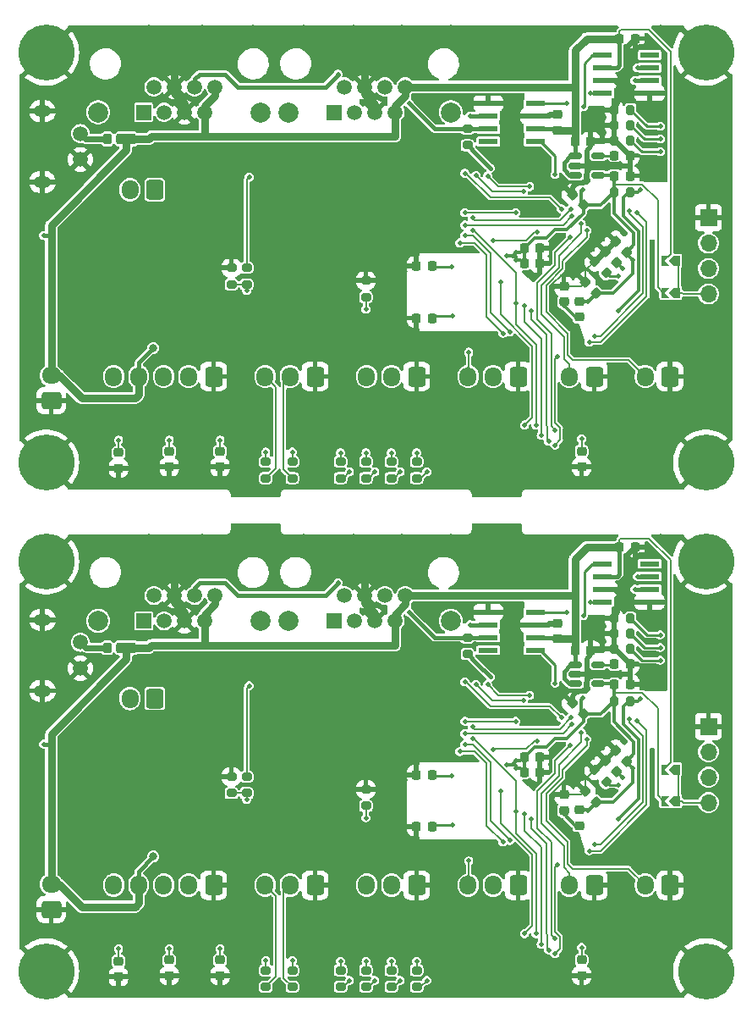
<source format=gbr>
%TF.GenerationSoftware,KiCad,Pcbnew,7.0.8*%
%TF.CreationDate,2024-02-13T15:10:35+09:00*%
%TF.ProjectId,446_CAN_Robomaster_newpanelize,3434365f-4341-44e5-9f52-6f626f6d6173,rev?*%
%TF.SameCoordinates,Original*%
%TF.FileFunction,Copper,L2,Bot*%
%TF.FilePolarity,Positive*%
%FSLAX46Y46*%
G04 Gerber Fmt 4.6, Leading zero omitted, Abs format (unit mm)*
G04 Created by KiCad (PCBNEW 7.0.8) date 2024-02-13 15:10:35*
%MOMM*%
%LPD*%
G01*
G04 APERTURE LIST*
G04 Aperture macros list*
%AMRoundRect*
0 Rectangle with rounded corners*
0 $1 Rounding radius*
0 $2 $3 $4 $5 $6 $7 $8 $9 X,Y pos of 4 corners*
0 Add a 4 corners polygon primitive as box body*
4,1,4,$2,$3,$4,$5,$6,$7,$8,$9,$2,$3,0*
0 Add four circle primitives for the rounded corners*
1,1,$1+$1,$2,$3*
1,1,$1+$1,$4,$5*
1,1,$1+$1,$6,$7*
1,1,$1+$1,$8,$9*
0 Add four rect primitives between the rounded corners*
20,1,$1+$1,$2,$3,$4,$5,0*
20,1,$1+$1,$4,$5,$6,$7,0*
20,1,$1+$1,$6,$7,$8,$9,0*
20,1,$1+$1,$8,$9,$2,$3,0*%
%AMFreePoly0*
4,1,6,1.000000,0.000000,0.500000,-0.500000,-0.200000,-0.500000,-0.200000,0.500000,0.500000,0.500000,1.000000,0.000000,1.000000,0.000000,$1*%
%AMFreePoly1*
4,1,6,0.200000,-0.500000,-0.650000,-0.500000,-0.150000,0.000000,-0.650000,0.500000,0.200000,0.500000,0.200000,-0.500000,0.200000,-0.500000,$1*%
G04 Aperture macros list end*
%TA.AperFunction,SMDPad,CuDef*%
%ADD10RoundRect,0.200000X0.275000X-0.200000X0.275000X0.200000X-0.275000X0.200000X-0.275000X-0.200000X0*%
%TD*%
%TA.AperFunction,SMDPad,CuDef*%
%ADD11RoundRect,0.225000X0.225000X0.250000X-0.225000X0.250000X-0.225000X-0.250000X0.225000X-0.250000X0*%
%TD*%
%TA.AperFunction,SMDPad,CuDef*%
%ADD12RoundRect,0.225000X-0.250000X0.225000X-0.250000X-0.225000X0.250000X-0.225000X0.250000X0.225000X0*%
%TD*%
%TA.AperFunction,SMDPad,CuDef*%
%ADD13RoundRect,0.225000X-0.225000X-0.250000X0.225000X-0.250000X0.225000X0.250000X-0.225000X0.250000X0*%
%TD*%
%TA.AperFunction,SMDPad,CuDef*%
%ADD14RoundRect,0.200000X-0.275000X0.200000X-0.275000X-0.200000X0.275000X-0.200000X0.275000X0.200000X0*%
%TD*%
%TA.AperFunction,SMDPad,CuDef*%
%ADD15RoundRect,0.200000X-0.200000X-0.275000X0.200000X-0.275000X0.200000X0.275000X-0.200000X0.275000X0*%
%TD*%
%TA.AperFunction,SMDPad,CuDef*%
%ADD16RoundRect,0.218750X-0.256250X0.218750X-0.256250X-0.218750X0.256250X-0.218750X0.256250X0.218750X0*%
%TD*%
%TA.AperFunction,SMDPad,CuDef*%
%ADD17FreePoly0,180.000000*%
%TD*%
%TA.AperFunction,SMDPad,CuDef*%
%ADD18FreePoly1,180.000000*%
%TD*%
%TA.AperFunction,SMDPad,CuDef*%
%ADD19RoundRect,0.225000X0.335876X0.017678X0.017678X0.335876X-0.335876X-0.017678X-0.017678X-0.335876X0*%
%TD*%
%TA.AperFunction,SMDPad,CuDef*%
%ADD20R,1.981200X0.558800*%
%TD*%
%TA.AperFunction,SMDPad,CuDef*%
%ADD21RoundRect,0.225000X0.250000X-0.225000X0.250000X0.225000X-0.250000X0.225000X-0.250000X-0.225000X0*%
%TD*%
%TA.AperFunction,SMDPad,CuDef*%
%ADD22RoundRect,0.200000X0.200000X0.275000X-0.200000X0.275000X-0.200000X-0.275000X0.200000X-0.275000X0*%
%TD*%
%TA.AperFunction,SMDPad,CuDef*%
%ADD23RoundRect,0.200000X-0.335876X-0.053033X-0.053033X-0.335876X0.335876X0.053033X0.053033X0.335876X0*%
%TD*%
%TA.AperFunction,SMDPad,CuDef*%
%ADD24RoundRect,0.250000X-0.750000X-0.300000X0.750000X-0.300000X0.750000X0.300000X-0.750000X0.300000X0*%
%TD*%
%TA.AperFunction,SMDPad,CuDef*%
%ADD25RoundRect,0.200000X-0.200000X-0.350000X0.200000X-0.350000X0.200000X0.350000X-0.200000X0.350000X0*%
%TD*%
%TA.AperFunction,SMDPad,CuDef*%
%ADD26RoundRect,0.150000X-0.512500X-0.150000X0.512500X-0.150000X0.512500X0.150000X-0.512500X0.150000X0*%
%TD*%
%TA.AperFunction,SMDPad,CuDef*%
%ADD27RoundRect,0.225000X-0.335876X-0.017678X-0.017678X-0.335876X0.335876X0.017678X0.017678X0.335876X0*%
%TD*%
%TA.AperFunction,ComponentPad*%
%ADD28C,1.500000*%
%TD*%
%TA.AperFunction,ComponentPad*%
%ADD29O,1.700000X1.200000*%
%TD*%
%TA.AperFunction,ComponentPad*%
%ADD30RoundRect,0.250000X0.600000X0.725000X-0.600000X0.725000X-0.600000X-0.725000X0.600000X-0.725000X0*%
%TD*%
%TA.AperFunction,ComponentPad*%
%ADD31O,1.700000X1.950000*%
%TD*%
%TA.AperFunction,ComponentPad*%
%ADD32R,1.700000X1.700000*%
%TD*%
%TA.AperFunction,ComponentPad*%
%ADD33O,1.700000X1.700000*%
%TD*%
%TA.AperFunction,ComponentPad*%
%ADD34C,5.600000*%
%TD*%
%TA.AperFunction,ComponentPad*%
%ADD35RoundRect,0.250000X0.725000X-0.600000X0.725000X0.600000X-0.725000X0.600000X-0.725000X-0.600000X0*%
%TD*%
%TA.AperFunction,ComponentPad*%
%ADD36O,1.950000X1.700000*%
%TD*%
%TA.AperFunction,ComponentPad*%
%ADD37C,2.000000*%
%TD*%
%TA.AperFunction,ComponentPad*%
%ADD38R,1.500000X1.500000*%
%TD*%
%TA.AperFunction,ViaPad*%
%ADD39C,0.500000*%
%TD*%
%TA.AperFunction,ViaPad*%
%ADD40C,0.800000*%
%TD*%
%TA.AperFunction,Conductor*%
%ADD41C,0.150000*%
%TD*%
%TA.AperFunction,Conductor*%
%ADD42C,0.300000*%
%TD*%
%TA.AperFunction,Conductor*%
%ADD43C,0.400000*%
%TD*%
%TA.AperFunction,Conductor*%
%ADD44C,0.250000*%
%TD*%
%TA.AperFunction,Conductor*%
%ADD45C,0.200000*%
%TD*%
%TA.AperFunction,Conductor*%
%ADD46C,0.600000*%
%TD*%
%TA.AperFunction,Conductor*%
%ADD47C,0.800000*%
%TD*%
%TA.AperFunction,Conductor*%
%ADD48C,0.500000*%
%TD*%
G04 APERTURE END LIST*
D10*
%TO.P,R17,1*%
%TO.N,Board_1-Motor0CCW_PC8*%
X25146000Y-96570000D03*
%TO.P,R17,2*%
%TO.N,Board_1-Net-(D9-A)*%
X25146000Y-94920000D03*
%TD*%
D11*
%TO.P,C16,1*%
%TO.N,Board_1-GND*%
X62116000Y-52628000D03*
%TO.P,C16,2*%
%TO.N,Board_1-5V_CAN0*%
X60566000Y-52628000D03*
%TD*%
D10*
%TO.P,R16,1*%
%TO.N,Board_1-Motor0CW_PC6*%
X27813000Y-96570000D03*
%TO.P,R16,2*%
%TO.N,Board_1-Net-(D8-A)*%
X27813000Y-94920000D03*
%TD*%
D12*
%TO.P,C13,1*%
%TO.N,Board_1-USR_SW0*%
X10414000Y-94017000D03*
%TO.P,C13,2*%
%TO.N,Board_1-GND*%
X10414000Y-95567000D03*
%TD*%
D11*
%TO.P,C16,1*%
%TO.N,Board_0-GND*%
X62116000Y-1778000D03*
%TO.P,C16,2*%
%TO.N,Board_0-5V_CAN0*%
X60566000Y-1778000D03*
%TD*%
%TO.P,C1,1*%
%TO.N,Board_0-OSCL_IN*%
X41796000Y-24511000D03*
%TO.P,C1,2*%
%TO.N,Board_0-GND*%
X40246000Y-24511000D03*
%TD*%
%TO.P,C2,1*%
%TO.N,Board_1-OSCL_OUT*%
X41796000Y-80568000D03*
%TO.P,C2,2*%
%TO.N,Board_1-GND*%
X40246000Y-80568000D03*
%TD*%
D13*
%TO.P,C18,1*%
%TO.N,Board_1-+3V3*%
X60058000Y-66344000D03*
%TO.P,C18,2*%
%TO.N,Board_1-GND*%
X61608000Y-66344000D03*
%TD*%
D10*
%TO.P,R16,1*%
%TO.N,Board_0-Motor0CW_PC6*%
X27813000Y-45720000D03*
%TO.P,R16,2*%
%TO.N,Board_0-Net-(D8-A)*%
X27813000Y-44070000D03*
%TD*%
%TO.P,R9,1*%
%TO.N,Board_0-USR_LED1*%
X35179000Y-45720000D03*
%TO.P,R9,2*%
%TO.N,Board_0-Net-(D2-A)*%
X35179000Y-44070000D03*
%TD*%
D12*
%TO.P,C11,1*%
%TO.N,Board_1-USR_SW2*%
X20574000Y-93890000D03*
%TO.P,C11,2*%
%TO.N,Board_1-GND*%
X20574000Y-95440000D03*
%TD*%
%TO.P,C10,1*%
%TO.N,Board_0-NRST*%
X56769000Y-43040000D03*
%TO.P,C10,2*%
%TO.N,Board_0-GND*%
X56769000Y-44590000D03*
%TD*%
D14*
%TO.P,R14,1*%
%TO.N,Board_0-GND*%
X21717000Y-24702000D03*
%TO.P,R14,2*%
%TO.N,Board_0-Net-(Q1-G)*%
X21717000Y-26352000D03*
%TD*%
D12*
%TO.P,C12,1*%
%TO.N,Board_0-USR_SW1*%
X15494000Y-43040000D03*
%TO.P,C12,2*%
%TO.N,Board_0-GND*%
X15494000Y-44590000D03*
%TD*%
D14*
%TO.P,R8,1*%
%TO.N,Board_1-GND*%
X35179000Y-76822000D03*
%TO.P,R8,2*%
%TO.N,Board_1-BOOT0*%
X35179000Y-78472000D03*
%TD*%
D15*
%TO.P,R3,1*%
%TO.N,Board_1-GND*%
X60008000Y-61264000D03*
%TO.P,R3,2*%
%TO.N,Board_1-Net-(R3-Pad2)*%
X61658000Y-61264000D03*
%TD*%
D16*
%TO.P,FB1,1*%
%TO.N,Board_1-+3V3*%
X56515000Y-78891500D03*
%TO.P,FB1,2*%
%TO.N,Board_1-+3.3VA*%
X56515000Y-80466500D03*
%TD*%
D11*
%TO.P,C2,1*%
%TO.N,Board_0-OSCL_OUT*%
X41796000Y-29718000D03*
%TO.P,C2,2*%
%TO.N,Board_0-GND*%
X40246000Y-29718000D03*
%TD*%
D17*
%TO.P,JP2,1,A*%
%TO.N,Board_0-Net-(J15-Pin_4)*%
X66421000Y-27178000D03*
D18*
%TO.P,JP2,2,B*%
%TO.N,Board_0-+3V3*%
X64947800Y-27178000D03*
%TD*%
D13*
%TO.P,C18,1*%
%TO.N,Board_0-+3V3*%
X60058000Y-15494000D03*
%TO.P,C18,2*%
%TO.N,Board_0-GND*%
X61608000Y-15494000D03*
%TD*%
D10*
%TO.P,R11,1*%
%TO.N,Board_1-USR_LED2*%
X37719000Y-96570000D03*
%TO.P,R11,2*%
%TO.N,Board_1-Net-(D4-A)*%
X37719000Y-94920000D03*
%TD*%
D19*
%TO.P,C6,1*%
%TO.N,Board_0-Net-(U1-VCAP_1)*%
X60238008Y-24170008D03*
%TO.P,C6,2*%
%TO.N,Board_0-GND*%
X59141992Y-23073992D03*
%TD*%
D10*
%TO.P,R7,1*%
%TO.N,Board_1-USR_LED0*%
X32639000Y-96570000D03*
%TO.P,R7,2*%
%TO.N,Board_1-Net-(D1-A)*%
X32639000Y-94920000D03*
%TD*%
D19*
%TO.P,C6,1*%
%TO.N,Board_1-Net-(U1-VCAP_1)*%
X60238008Y-75020008D03*
%TO.P,C6,2*%
%TO.N,Board_1-GND*%
X59141992Y-73923992D03*
%TD*%
D20*
%TO.P,U4,1,TXD*%
%TO.N,Board_1-CAN_TD_0*%
X52146200Y-59105000D03*
%TO.P,U4,2,VSS*%
%TO.N,Board_1-GND*%
X52146200Y-60375000D03*
%TO.P,U4,3,VDD*%
%TO.N,Board_1-5V_CAN0*%
X52146200Y-61645000D03*
%TO.P,U4,4,RXD*%
%TO.N,Board_1-CAN_RD_0*%
X52146200Y-62915000D03*
%TO.P,U4,5,SPLIT*%
%TO.N,Board_1-unconnected-(U4-SPLIT-Pad5)*%
X47421800Y-62915000D03*
%TO.P,U4,6,CANL*%
%TO.N,Board_1-CAN_0-*%
X47421800Y-61645000D03*
%TO.P,U4,7,CANH*%
%TO.N,Board_1-CAN_0+*%
X47421800Y-60375000D03*
%TO.P,U4,8,STBY*%
%TO.N,Board_1-GND*%
X47421800Y-59105000D03*
%TD*%
%TO.P,U5,1,TXD*%
%TO.N,Board_1-CAN_TD_1*%
X58851800Y-58089000D03*
%TO.P,U5,2,VSS*%
%TO.N,Board_1-GND*%
X58851800Y-56819000D03*
%TO.P,U5,3,VDD*%
%TO.N,Board_1-5V_CAN0*%
X58851800Y-55549000D03*
%TO.P,U5,4,RXD*%
%TO.N,Board_1-CAN_RD_1*%
X58851800Y-54279000D03*
%TO.P,U5,5,SPLIT*%
%TO.N,Board_1-unconnected-(U5-SPLIT-Pad5)*%
X63576200Y-54279000D03*
%TO.P,U5,6,CANL*%
%TO.N,Board_1-CAN_1-*%
X63576200Y-55549000D03*
%TO.P,U5,7,CANH*%
%TO.N,Board_1-CAN_1+*%
X63576200Y-56819000D03*
%TO.P,U5,8,STBY*%
%TO.N,Board_1-GND*%
X63576200Y-58089000D03*
%TD*%
D10*
%TO.P,R13,1*%
%TO.N,Board_1-Net-(SW7-C)*%
X45339000Y-63295000D03*
%TO.P,R13,2*%
%TO.N,Board_1-CAN_0-*%
X45339000Y-61645000D03*
%TD*%
D21*
%TO.P,C9,1*%
%TO.N,Board_0-+3.3VA*%
X54991000Y-28080000D03*
%TO.P,C9,2*%
%TO.N,Board_0-GND*%
X54991000Y-26530000D03*
%TD*%
D13*
%TO.P,C14,1*%
%TO.N,Board_0-5V_CAN0*%
X56121000Y-12065000D03*
%TO.P,C14,2*%
%TO.N,Board_0-GND*%
X57671000Y-12065000D03*
%TD*%
D22*
%TO.P,R2,1*%
%TO.N,Board_0-Net-(R2-Pad1)*%
X61658000Y-11938000D03*
%TO.P,R2,2*%
%TO.N,Board_0-GND*%
X60008000Y-11938000D03*
%TD*%
D11*
%TO.P,C3,1*%
%TO.N,Board_1-GND*%
X52591000Y-75107000D03*
%TO.P,C3,2*%
%TO.N,Board_1-+3V3*%
X51041000Y-75107000D03*
%TD*%
%TO.P,C1,1*%
%TO.N,Board_1-OSCL_IN*%
X41796000Y-75361000D03*
%TO.P,C1,2*%
%TO.N,Board_1-GND*%
X40246000Y-75361000D03*
%TD*%
D14*
%TO.P,R15,1*%
%TO.N,Board_1-BUZZER*%
X23241000Y-75552000D03*
%TO.P,R15,2*%
%TO.N,Board_1-Net-(Q1-G)*%
X23241000Y-77202000D03*
%TD*%
D13*
%TO.P,C17,1*%
%TO.N,Board_1-Net-(U3-CS)*%
X60058000Y-64312000D03*
%TO.P,C17,2*%
%TO.N,Board_1-GND*%
X61608000Y-64312000D03*
%TD*%
D12*
%TO.P,C13,1*%
%TO.N,Board_0-USR_SW0*%
X10414000Y-43167000D03*
%TO.P,C13,2*%
%TO.N,Board_0-GND*%
X10414000Y-44717000D03*
%TD*%
D15*
%TO.P,R4,1*%
%TO.N,Board_0-GND*%
X60008000Y-8890000D03*
%TO.P,R4,2*%
%TO.N,Board_0-Net-(R4-Pad2)*%
X61658000Y-8890000D03*
%TD*%
D12*
%TO.P,C12,1*%
%TO.N,Board_1-USR_SW1*%
X15494000Y-93890000D03*
%TO.P,C12,2*%
%TO.N,Board_1-GND*%
X15494000Y-95440000D03*
%TD*%
D15*
%TO.P,R4,1*%
%TO.N,Board_1-GND*%
X60008000Y-59740000D03*
%TO.P,R4,2*%
%TO.N,Board_1-Net-(R4-Pad2)*%
X61658000Y-59740000D03*
%TD*%
D21*
%TO.P,C9,1*%
%TO.N,Board_1-+3.3VA*%
X54991000Y-78930000D03*
%TO.P,C9,2*%
%TO.N,Board_1-GND*%
X54991000Y-77380000D03*
%TD*%
D14*
%TO.P,R8,1*%
%TO.N,Board_0-GND*%
X35179000Y-25972000D03*
%TO.P,R8,2*%
%TO.N,Board_0-BOOT0*%
X35179000Y-27622000D03*
%TD*%
D20*
%TO.P,U4,1,TXD*%
%TO.N,Board_0-CAN_TD_0*%
X52146200Y-8255000D03*
%TO.P,U4,2,VSS*%
%TO.N,Board_0-GND*%
X52146200Y-9525000D03*
%TO.P,U4,3,VDD*%
%TO.N,Board_0-5V_CAN0*%
X52146200Y-10795000D03*
%TO.P,U4,4,RXD*%
%TO.N,Board_0-CAN_RD_0*%
X52146200Y-12065000D03*
%TO.P,U4,5,SPLIT*%
%TO.N,Board_0-unconnected-(U4-SPLIT-Pad5)*%
X47421800Y-12065000D03*
%TO.P,U4,6,CANL*%
%TO.N,Board_0-CAN_0-*%
X47421800Y-10795000D03*
%TO.P,U4,7,CANH*%
%TO.N,Board_0-CAN_0+*%
X47421800Y-9525000D03*
%TO.P,U4,8,STBY*%
%TO.N,Board_0-GND*%
X47421800Y-8255000D03*
%TD*%
D10*
%TO.P,R17,1*%
%TO.N,Board_0-Motor0CCW_PC8*%
X25146000Y-45720000D03*
%TO.P,R17,2*%
%TO.N,Board_0-Net-(D9-A)*%
X25146000Y-44070000D03*
%TD*%
D23*
%TO.P,R6,1*%
%TO.N,Board_1-GND*%
X58090637Y-74904637D03*
%TO.P,R6,2*%
%TO.N,Board_1-Net-(U1-PB2)*%
X59257363Y-76071363D03*
%TD*%
D14*
%TO.P,R15,1*%
%TO.N,Board_0-BUZZER*%
X23241000Y-24702000D03*
%TO.P,R15,2*%
%TO.N,Board_0-Net-(Q1-G)*%
X23241000Y-26352000D03*
%TD*%
D19*
%TO.P,C7,1*%
%TO.N,Board_0-+3V3*%
X56936008Y-18455008D03*
%TO.P,C7,2*%
%TO.N,Board_0-GND*%
X55839992Y-17358992D03*
%TD*%
D20*
%TO.P,U5,1,TXD*%
%TO.N,Board_0-CAN_TD_1*%
X58851800Y-7239000D03*
%TO.P,U5,2,VSS*%
%TO.N,Board_0-GND*%
X58851800Y-5969000D03*
%TO.P,U5,3,VDD*%
%TO.N,Board_0-5V_CAN0*%
X58851800Y-4699000D03*
%TO.P,U5,4,RXD*%
%TO.N,Board_0-CAN_RD_1*%
X58851800Y-3429000D03*
%TO.P,U5,5,SPLIT*%
%TO.N,Board_0-unconnected-(U5-SPLIT-Pad5)*%
X63576200Y-3429000D03*
%TO.P,U5,6,CANL*%
%TO.N,Board_0-CAN_1-*%
X63576200Y-4699000D03*
%TO.P,U5,7,CANH*%
%TO.N,Board_0-CAN_1+*%
X63576200Y-5969000D03*
%TO.P,U5,8,STBY*%
%TO.N,Board_0-GND*%
X63576200Y-7239000D03*
%TD*%
D12*
%TO.P,C11,1*%
%TO.N,Board_0-USR_SW2*%
X20574000Y-43040000D03*
%TO.P,C11,2*%
%TO.N,Board_0-GND*%
X20574000Y-44590000D03*
%TD*%
D10*
%TO.P,R12,1*%
%TO.N,Board_0-LED1*%
X40259000Y-45720000D03*
%TO.P,R12,2*%
%TO.N,Board_0-Net-(D6-A)*%
X40259000Y-44070000D03*
%TD*%
D19*
%TO.P,C4,1*%
%TO.N,Board_1-+3V3*%
X58206008Y-78068008D03*
%TO.P,C4,2*%
%TO.N,Board_1-GND*%
X57109992Y-76971992D03*
%TD*%
D13*
%TO.P,C17,1*%
%TO.N,Board_0-Net-(U3-CS)*%
X60058000Y-13462000D03*
%TO.P,C17,2*%
%TO.N,Board_0-GND*%
X61608000Y-13462000D03*
%TD*%
D22*
%TO.P,R2,1*%
%TO.N,Board_1-Net-(R2-Pad1)*%
X61658000Y-62788000D03*
%TO.P,R2,2*%
%TO.N,Board_1-GND*%
X60008000Y-62788000D03*
%TD*%
D13*
%TO.P,C8,1*%
%TO.N,Board_0-+3V3*%
X51041000Y-22733000D03*
%TO.P,C8,2*%
%TO.N,Board_0-GND*%
X52591000Y-22733000D03*
%TD*%
D15*
%TO.P,R1,1*%
%TO.N,Board_1-+3V3*%
X60008000Y-67995000D03*
%TO.P,R1,2*%
%TO.N,Board_1-UnitSelect*%
X61658000Y-67995000D03*
%TD*%
D11*
%TO.P,C3,1*%
%TO.N,Board_0-GND*%
X52591000Y-24257000D03*
%TO.P,C3,2*%
%TO.N,Board_0-+3V3*%
X51041000Y-24257000D03*
%TD*%
D10*
%TO.P,R12,1*%
%TO.N,Board_1-LED1*%
X40259000Y-96570000D03*
%TO.P,R12,2*%
%TO.N,Board_1-Net-(D6-A)*%
X40259000Y-94920000D03*
%TD*%
D24*
%TO.P,D5,1,K*%
%TO.N,Board_0-5V_CAN0*%
X11191000Y-11811000D03*
D25*
%TO.P,D5,2,A*%
%TO.N,Board_0-Net-(D5-A)*%
X9291000Y-11811000D03*
%TD*%
D26*
%TO.P,U3,1,VIN*%
%TO.N,Board_1-5V_CAN0*%
X56139500Y-66278000D03*
%TO.P,U3,2,GND*%
%TO.N,Board_1-GND*%
X56139500Y-65328000D03*
%TO.P,U3,3,CONTROL*%
%TO.N,Board_1-5V_CAN0*%
X56139500Y-64378000D03*
%TO.P,U3,4,CS*%
%TO.N,Board_1-Net-(U3-CS)*%
X58414500Y-64378000D03*
%TO.P,U3,5,VOUT*%
%TO.N,Board_1-+3V3*%
X58414500Y-66278000D03*
%TD*%
D15*
%TO.P,R1,1*%
%TO.N,Board_0-+3V3*%
X60008000Y-17145000D03*
%TO.P,R1,2*%
%TO.N,Board_0-UnitSelect*%
X61658000Y-17145000D03*
%TD*%
D10*
%TO.P,R9,1*%
%TO.N,Board_1-USR_LED1*%
X35179000Y-96570000D03*
%TO.P,R9,2*%
%TO.N,Board_1-Net-(D2-A)*%
X35179000Y-94920000D03*
%TD*%
%TO.P,R13,1*%
%TO.N,Board_0-Net-(SW7-C)*%
X45339000Y-12445000D03*
%TO.P,R13,2*%
%TO.N,Board_0-CAN_0-*%
X45339000Y-10795000D03*
%TD*%
D19*
%TO.P,C7,1*%
%TO.N,Board_1-+3V3*%
X56936008Y-69305008D03*
%TO.P,C7,2*%
%TO.N,Board_1-GND*%
X55839992Y-68208992D03*
%TD*%
D27*
%TO.P,C5,1*%
%TO.N,Board_1-GND*%
X60157992Y-72907992D03*
%TO.P,C5,2*%
%TO.N,Board_1-+3V3*%
X61254008Y-74004008D03*
%TD*%
D15*
%TO.P,R3,1*%
%TO.N,Board_0-GND*%
X60008000Y-10414000D03*
%TO.P,R3,2*%
%TO.N,Board_0-Net-(R3-Pad2)*%
X61658000Y-10414000D03*
%TD*%
D19*
%TO.P,C4,1*%
%TO.N,Board_0-+3V3*%
X58206008Y-27218008D03*
%TO.P,C4,2*%
%TO.N,Board_0-GND*%
X57109992Y-26121992D03*
%TD*%
D17*
%TO.P,JP1,1,A*%
%TO.N,Board_1-Net-(J15-Pin_4)*%
X66421000Y-74853000D03*
D18*
%TO.P,JP1,2,B*%
%TO.N,Board_1-5V_CAN0*%
X64947800Y-74853000D03*
%TD*%
D12*
%TO.P,C15,1*%
%TO.N,Board_1-GND*%
X54356000Y-60235000D03*
%TO.P,C15,2*%
%TO.N,Board_1-5V_CAN0*%
X54356000Y-61785000D03*
%TD*%
D27*
%TO.P,C5,1*%
%TO.N,Board_0-GND*%
X60157992Y-22057992D03*
%TO.P,C5,2*%
%TO.N,Board_0-+3V3*%
X61254008Y-23154008D03*
%TD*%
D23*
%TO.P,R6,1*%
%TO.N,Board_0-GND*%
X58090637Y-24054637D03*
%TO.P,R6,2*%
%TO.N,Board_0-Net-(U1-PB2)*%
X59257363Y-25221363D03*
%TD*%
D13*
%TO.P,C14,1*%
%TO.N,Board_1-5V_CAN0*%
X56121000Y-62915000D03*
%TO.P,C14,2*%
%TO.N,Board_1-GND*%
X57671000Y-62915000D03*
%TD*%
D24*
%TO.P,D5,1,K*%
%TO.N,Board_1-5V_CAN0*%
X11191000Y-62661000D03*
D25*
%TO.P,D5,2,A*%
%TO.N,Board_1-Net-(D5-A)*%
X9291000Y-62661000D03*
%TD*%
D14*
%TO.P,R14,1*%
%TO.N,Board_1-GND*%
X21717000Y-75552000D03*
%TO.P,R14,2*%
%TO.N,Board_1-Net-(Q1-G)*%
X21717000Y-77202000D03*
%TD*%
D17*
%TO.P,JP2,1,A*%
%TO.N,Board_1-Net-(J15-Pin_4)*%
X66421000Y-78028000D03*
D18*
%TO.P,JP2,2,B*%
%TO.N,Board_1-+3V3*%
X64947800Y-78028000D03*
%TD*%
D10*
%TO.P,R7,1*%
%TO.N,Board_0-USR_LED0*%
X32639000Y-45720000D03*
%TO.P,R7,2*%
%TO.N,Board_0-Net-(D1-A)*%
X32639000Y-44070000D03*
%TD*%
D17*
%TO.P,JP1,1,A*%
%TO.N,Board_0-Net-(J15-Pin_4)*%
X66421000Y-24003000D03*
D18*
%TO.P,JP1,2,B*%
%TO.N,Board_0-5V_CAN0*%
X64947800Y-24003000D03*
%TD*%
D26*
%TO.P,U3,1,VIN*%
%TO.N,Board_0-5V_CAN0*%
X56139500Y-15428000D03*
%TO.P,U3,2,GND*%
%TO.N,Board_0-GND*%
X56139500Y-14478000D03*
%TO.P,U3,3,CONTROL*%
%TO.N,Board_0-5V_CAN0*%
X56139500Y-13528000D03*
%TO.P,U3,4,CS*%
%TO.N,Board_0-Net-(U3-CS)*%
X58414500Y-13528000D03*
%TO.P,U3,5,VOUT*%
%TO.N,Board_0-+3V3*%
X58414500Y-15428000D03*
%TD*%
D10*
%TO.P,R11,1*%
%TO.N,Board_0-USR_LED2*%
X37719000Y-45720000D03*
%TO.P,R11,2*%
%TO.N,Board_0-Net-(D4-A)*%
X37719000Y-44070000D03*
%TD*%
D16*
%TO.P,FB1,1*%
%TO.N,Board_0-+3V3*%
X56515000Y-28041500D03*
%TO.P,FB1,2*%
%TO.N,Board_0-+3.3VA*%
X56515000Y-29616500D03*
%TD*%
D13*
%TO.P,C8,1*%
%TO.N,Board_1-+3V3*%
X51041000Y-73583000D03*
%TO.P,C8,2*%
%TO.N,Board_1-GND*%
X52591000Y-73583000D03*
%TD*%
D12*
%TO.P,C15,1*%
%TO.N,Board_0-GND*%
X54356000Y-9385000D03*
%TO.P,C15,2*%
%TO.N,Board_0-5V_CAN0*%
X54356000Y-10935000D03*
%TD*%
%TO.P,C10,1*%
%TO.N,Board_1-NRST*%
X56769000Y-93890000D03*
%TO.P,C10,2*%
%TO.N,Board_1-GND*%
X56769000Y-95440000D03*
%TD*%
D28*
%TO.P,U2,1,VBUS*%
%TO.N,Board_0-Net-(D5-A)*%
X6604000Y-11273000D03*
%TO.P,U2,2,GND*%
%TO.N,Board_0-GND*%
X6604000Y-13873000D03*
D29*
%TO.P,U2,3,Shield*%
X2804000Y-9023000D03*
X2804000Y-16123000D03*
%TD*%
D30*
%TO.P,J16,1,Pin_1*%
%TO.N,Board_1-GND*%
X50419000Y-86410000D03*
D31*
%TO.P,J16,2,Pin_2*%
%TO.N,Board_1-5V_CAN0*%
X47919000Y-86410000D03*
%TO.P,J16,3,Pin_3*%
%TO.N,Board_1-INT1*%
X45419000Y-86410000D03*
%TD*%
D32*
%TO.P,J15,1,Pin_1*%
%TO.N,Board_1-GND*%
X69469000Y-70535000D03*
D33*
%TO.P,J15,2,Pin_2*%
%TO.N,Board_1-I2C2_SDA*%
X69469000Y-73075000D03*
%TO.P,J15,3,Pin_3*%
%TO.N,Board_1-I2C2_SCL*%
X69469000Y-75615000D03*
%TO.P,J15,4,Pin_4*%
%TO.N,Board_1-Net-(J15-Pin_4)*%
X69469000Y-78155000D03*
%TD*%
D34*
%TO.P,H1,1,1*%
%TO.N,Board_1-GND*%
X3175000Y-54025000D03*
%TD*%
%TO.P,H1,1,1*%
%TO.N,Board_0-GND*%
X3175000Y-3175000D03*
%TD*%
D30*
%TO.P,J14,1,Pin_1*%
%TO.N,Board_1-GND*%
X65639000Y-86410000D03*
D31*
%TO.P,J14,2,Pin_2*%
%TO.N,Board_1-GPIO_PA11*%
X63139000Y-86410000D03*
%TD*%
D35*
%TO.P,J4,1,Pin_1*%
%TO.N,Board_1-GND*%
X3683000Y-88823000D03*
D36*
%TO.P,J4,2,Pin_2*%
%TO.N,Board_1-5V_CAN0*%
X3683000Y-86323000D03*
%TD*%
D32*
%TO.P,J15,1,Pin_1*%
%TO.N,Board_0-GND*%
X69469000Y-19685000D03*
D33*
%TO.P,J15,2,Pin_2*%
%TO.N,Board_0-I2C2_SDA*%
X69469000Y-22225000D03*
%TO.P,J15,3,Pin_3*%
%TO.N,Board_0-I2C2_SCL*%
X69469000Y-24765000D03*
%TO.P,J15,4,Pin_4*%
%TO.N,Board_0-Net-(J15-Pin_4)*%
X69469000Y-27305000D03*
%TD*%
D30*
%TO.P,J16,1,Pin_1*%
%TO.N,Board_0-GND*%
X50419000Y-35560000D03*
D31*
%TO.P,J16,2,Pin_2*%
%TO.N,Board_0-5V_CAN0*%
X47919000Y-35560000D03*
%TO.P,J16,3,Pin_3*%
%TO.N,Board_0-INT1*%
X45419000Y-35560000D03*
%TD*%
D34*
%TO.P,H2,1,1*%
%TO.N,Board_1-GND*%
X3175000Y-95025000D03*
%TD*%
D37*
%TO.P,J11,*%
%TO.N,*%
X43682000Y-59994000D03*
X27432000Y-59994000D03*
D38*
%TO.P,J11,1*%
%TO.N,Board_1-CAN_0+*%
X31987000Y-59994000D03*
D28*
%TO.P,J11,2*%
%TO.N,Board_1-CAN_0-*%
X33007000Y-57454000D03*
%TO.P,J11,3*%
%TO.N,Board_1-RJ45_3_0*%
X34027000Y-59994000D03*
%TO.P,J11,4*%
%TO.N,Board_1-GND*%
X35047000Y-57454000D03*
%TO.P,J11,5*%
X36067000Y-59994000D03*
%TO.P,J11,6*%
%TO.N,Board_1-RJ45_6_0*%
X37087000Y-57454000D03*
%TO.P,J11,7*%
%TO.N,Board_1-5V_CAN0*%
X38107000Y-59994000D03*
%TO.P,J11,8*%
X39127000Y-57454000D03*
%TD*%
D37*
%TO.P,J10,*%
%TO.N,*%
X24632000Y-9144000D03*
X8382000Y-9144000D03*
D38*
%TO.P,J10,1*%
%TO.N,Board_0-CAN_0+*%
X12937000Y-9144000D03*
D28*
%TO.P,J10,2*%
%TO.N,Board_0-CAN_0-*%
X13957000Y-6604000D03*
%TO.P,J10,3*%
%TO.N,Board_0-RJ45_3_0*%
X14977000Y-9144000D03*
%TO.P,J10,4*%
%TO.N,Board_0-GND*%
X15997000Y-6604000D03*
%TO.P,J10,5*%
X17017000Y-9144000D03*
%TO.P,J10,6*%
%TO.N,Board_0-RJ45_6_0*%
X18037000Y-6604000D03*
%TO.P,J10,7*%
%TO.N,Board_0-5V_CAN0*%
X19057000Y-9144000D03*
%TO.P,J10,8*%
X20077000Y-6604000D03*
%TD*%
D34*
%TO.P,H4,1,1*%
%TO.N,Board_0-GND*%
X69215000Y-3175000D03*
%TD*%
D37*
%TO.P,J10,*%
%TO.N,*%
X24632000Y-59994000D03*
X8382000Y-59994000D03*
D38*
%TO.P,J10,1*%
%TO.N,Board_1-CAN_0+*%
X12937000Y-59994000D03*
D28*
%TO.P,J10,2*%
%TO.N,Board_1-CAN_0-*%
X13957000Y-57454000D03*
%TO.P,J10,3*%
%TO.N,Board_1-RJ45_3_0*%
X14977000Y-59994000D03*
%TO.P,J10,4*%
%TO.N,Board_1-GND*%
X15997000Y-57454000D03*
%TO.P,J10,5*%
X17017000Y-59994000D03*
%TO.P,J10,6*%
%TO.N,Board_1-RJ45_6_0*%
X18037000Y-57454000D03*
%TO.P,J10,7*%
%TO.N,Board_1-5V_CAN0*%
X19057000Y-59994000D03*
%TO.P,J10,8*%
X20077000Y-57454000D03*
%TD*%
D34*
%TO.P,H2,1,1*%
%TO.N,Board_0-GND*%
X3175000Y-44175000D03*
%TD*%
D30*
%TO.P,J3,1,Pin_1*%
%TO.N,Board_1-UART3_RX*%
X14057000Y-67741000D03*
D31*
%TO.P,J3,2,Pin_2*%
%TO.N,Board_1-UART3_TX*%
X11557000Y-67741000D03*
%TD*%
D35*
%TO.P,J4,1,Pin_1*%
%TO.N,Board_0-GND*%
X3683000Y-37973000D03*
D36*
%TO.P,J4,2,Pin_2*%
%TO.N,Board_0-5V_CAN0*%
X3683000Y-35473000D03*
%TD*%
D34*
%TO.P,H4,1,1*%
%TO.N,Board_1-GND*%
X69215000Y-54025000D03*
%TD*%
D30*
%TO.P,J14,1,Pin_1*%
%TO.N,Board_0-GND*%
X65639000Y-35560000D03*
D31*
%TO.P,J14,2,Pin_2*%
%TO.N,Board_0-GPIO_PA11*%
X63139000Y-35560000D03*
%TD*%
D30*
%TO.P,J17,1,Pin_1*%
%TO.N,Board_1-GND*%
X58039000Y-86410000D03*
D31*
%TO.P,J17,2,Pin_2*%
%TO.N,Board_1-GPIO_PA12*%
X55539000Y-86410000D03*
%TD*%
D30*
%TO.P,J12,1,Pin_1*%
%TO.N,Board_0-GND*%
X40259000Y-35560000D03*
D31*
%TO.P,J12,2,Pin_2*%
%TO.N,Board_0-5V_CAN0*%
X37759000Y-35560000D03*
%TO.P,J12,3,Pin_3*%
%TO.N,Board_0-INT0*%
X35259000Y-35560000D03*
%TD*%
D30*
%TO.P,J12,1,Pin_1*%
%TO.N,Board_1-GND*%
X40259000Y-86410000D03*
D31*
%TO.P,J12,2,Pin_2*%
%TO.N,Board_1-5V_CAN0*%
X37759000Y-86410000D03*
%TO.P,J12,3,Pin_3*%
%TO.N,Board_1-INT0*%
X35259000Y-86410000D03*
%TD*%
D30*
%TO.P,J1,1,Pin_1*%
%TO.N,Board_0-GND*%
X19939000Y-35560000D03*
D31*
%TO.P,J1,2,Pin_2*%
%TO.N,Board_0-unconnected-(J1-Pin_2-Pad2)*%
X17439000Y-35560000D03*
%TO.P,J1,3,Pin_3*%
%TO.N,Board_0-ENC0A_PA1*%
X14939000Y-35560000D03*
%TO.P,J1,4,Pin_4*%
%TO.N,Board_0-5V_CAN0*%
X12439000Y-35560000D03*
%TO.P,J1,5,Pin_5*%
%TO.N,Board_0-ENC0B_PA0*%
X9939000Y-35560000D03*
%TD*%
D37*
%TO.P,J11,*%
%TO.N,*%
X43682000Y-9144000D03*
X27432000Y-9144000D03*
D38*
%TO.P,J11,1*%
%TO.N,Board_0-CAN_0+*%
X31987000Y-9144000D03*
D28*
%TO.P,J11,2*%
%TO.N,Board_0-CAN_0-*%
X33007000Y-6604000D03*
%TO.P,J11,3*%
%TO.N,Board_0-RJ45_3_0*%
X34027000Y-9144000D03*
%TO.P,J11,4*%
%TO.N,Board_0-GND*%
X35047000Y-6604000D03*
%TO.P,J11,5*%
X36067000Y-9144000D03*
%TO.P,J11,6*%
%TO.N,Board_0-RJ45_6_0*%
X37087000Y-6604000D03*
%TO.P,J11,7*%
%TO.N,Board_0-5V_CAN0*%
X38107000Y-9144000D03*
%TO.P,J11,8*%
X39127000Y-6604000D03*
%TD*%
D30*
%TO.P,J13,1,Pin_1*%
%TO.N,Board_0-GND*%
X30099000Y-35560000D03*
D31*
%TO.P,J13,2,Pin_2*%
%TO.N,Board_0-Motor0CW_PC6*%
X27599000Y-35560000D03*
%TO.P,J13,3,Pin_3*%
%TO.N,Board_0-Motor0CCW_PC8*%
X25099000Y-35560000D03*
%TD*%
D28*
%TO.P,U2,1,VBUS*%
%TO.N,Board_1-Net-(D5-A)*%
X6604000Y-62123000D03*
%TO.P,U2,2,GND*%
%TO.N,Board_1-GND*%
X6604000Y-64723000D03*
D29*
%TO.P,U2,3,Shield*%
X2804000Y-59873000D03*
X2804000Y-66973000D03*
%TD*%
D30*
%TO.P,J13,1,Pin_1*%
%TO.N,Board_1-GND*%
X30099000Y-86410000D03*
D31*
%TO.P,J13,2,Pin_2*%
%TO.N,Board_1-Motor0CW_PC6*%
X27599000Y-86410000D03*
%TO.P,J13,3,Pin_3*%
%TO.N,Board_1-Motor0CCW_PC8*%
X25099000Y-86410000D03*
%TD*%
D30*
%TO.P,J17,1,Pin_1*%
%TO.N,Board_0-GND*%
X58039000Y-35560000D03*
D31*
%TO.P,J17,2,Pin_2*%
%TO.N,Board_0-GPIO_PA12*%
X55539000Y-35560000D03*
%TD*%
D34*
%TO.P,H3,1,1*%
%TO.N,Board_1-GND*%
X69215000Y-95025000D03*
%TD*%
D30*
%TO.P,J3,1,Pin_1*%
%TO.N,Board_0-UART3_RX*%
X14057000Y-16891000D03*
D31*
%TO.P,J3,2,Pin_2*%
%TO.N,Board_0-UART3_TX*%
X11557000Y-16891000D03*
%TD*%
D34*
%TO.P,H3,1,1*%
%TO.N,Board_0-GND*%
X69215000Y-44175000D03*
%TD*%
D30*
%TO.P,J1,1,Pin_1*%
%TO.N,Board_1-GND*%
X19939000Y-86410000D03*
D31*
%TO.P,J1,2,Pin_2*%
%TO.N,Board_1-unconnected-(J1-Pin_2-Pad2)*%
X17439000Y-86410000D03*
%TO.P,J1,3,Pin_3*%
%TO.N,Board_1-ENC0A_PA1*%
X14939000Y-86410000D03*
%TO.P,J1,4,Pin_4*%
%TO.N,Board_1-5V_CAN0*%
X12439000Y-86410000D03*
%TO.P,J1,5,Pin_5*%
%TO.N,Board_1-ENC0B_PA0*%
X9939000Y-86410000D03*
%TD*%
D39*
%TO.N,Board_1-VCP_TX*%
X45085000Y-72313000D03*
X49580919Y-81954816D03*
%TO.N,Board_1-VCP_RX*%
X48895000Y-82092000D03*
X44577000Y-73058500D03*
%TO.N,Board_1-UnitSelect*%
X60458866Y-79812866D03*
X62611000Y-67741000D03*
%TO.N,Board_1-USR_SW2*%
X20574000Y-92760000D03*
X51054000Y-91252500D03*
X48639723Y-77010723D03*
%TO.N,Board_1-USR_SW1*%
X15494000Y-92760000D03*
%TO.N,Board_1-USR_SW0*%
X10414000Y-92760000D03*
%TO.N,Board_1-USR_LED2*%
X38608000Y-95935000D03*
X51689000Y-79806000D03*
X53467000Y-92887000D03*
%TO.N,Board_1-USR_LED1*%
X51054000Y-79298000D03*
X36068000Y-95935000D03*
X52722000Y-92301500D03*
%TO.N,Board_1-USR_LED0*%
X54102000Y-91777000D03*
X33528000Y-95935000D03*
X55626000Y-72440000D03*
%TO.N,Board_1-UART3_TX*%
X51562000Y-67426500D03*
X47371000Y-66344000D03*
%TO.N,Board_1-UART3_RX*%
X50927000Y-67951000D03*
X46211500Y-66327500D03*
%TO.N,Board_1-SWO*%
X45085000Y-70027000D03*
X50173500Y-70027000D03*
%TO.N,Board_1-SWDIO*%
X55826727Y-70354517D03*
X45085000Y-71264000D03*
%TO.N,Board_1-SWCLK*%
X55697989Y-69666963D03*
X45847000Y-70551500D03*
%TO.N,Board_1-RJ45_6_0*%
X32385000Y-56184000D03*
%TO.N,Board_1-OSCL_OUT*%
X43859000Y-80394000D03*
%TO.N,Board_1-OSCL_IN*%
X43732000Y-75441000D03*
%TO.N,Board_1-Net-(U1-VCAP_1)*%
X60833000Y-75615000D03*
%TO.N,Board_1-Net-(U1-PB2)*%
X60452000Y-76377000D03*
%TO.N,Board_1-Net-(SW7-C)*%
X47625000Y-65582000D03*
%TO.N,Board_1-Net-(R4-Pad2)*%
X64643000Y-61391000D03*
%TO.N,Board_1-Net-(R3-Pad2)*%
X64643000Y-62661000D03*
%TO.N,Board_1-Net-(R2-Pad1)*%
X64643000Y-63931000D03*
%TO.N,Board_1-Net-(Q1-G)*%
X23241000Y-77828750D03*
%TO.N,Board_1-Net-(D9-A)*%
X25146000Y-93967000D03*
%TO.N,Board_1-Net-(D8-A)*%
X27813000Y-93967000D03*
%TO.N,Board_1-Net-(D6-A)*%
X40259000Y-94030000D03*
%TO.N,Board_1-Net-(D4-A)*%
X37719000Y-94030000D03*
%TO.N,Board_1-Net-(D2-A)*%
X35189783Y-94033368D03*
%TO.N,Board_1-Net-(D1-A)*%
X32639000Y-94030000D03*
%TO.N,Board_1-NRST*%
X56769000Y-92633000D03*
X50165000Y-79044000D03*
X45847000Y-71788500D03*
X52197000Y-91252500D03*
%TO.N,Board_1-Motor0CW_PC6*%
X57531000Y-82981000D03*
X62337883Y-69989431D03*
%TO.N,Board_1-Motor0CCW_PC8*%
X61559492Y-69815774D03*
X58039000Y-82346000D03*
%TO.N,Board_1-LED1*%
X41275000Y-95935000D03*
X54356000Y-84378000D03*
X54102000Y-93268000D03*
%TO.N,Board_1-INT1*%
X45466000Y-83980500D03*
%TO.N,Board_1-GPIO_PA12*%
X56738298Y-71139298D03*
%TO.N,Board_1-GPIO_PA11*%
X57277000Y-71805000D03*
%TO.N,Board_1-GND*%
X55839992Y-68208992D03*
X63881000Y-65582000D03*
X16002000Y-54660000D03*
X32639000Y-86283000D03*
X24003000Y-70027000D03*
X42672000Y-63550000D03*
X29083000Y-66725000D03*
X37846000Y-63550000D03*
X23876000Y-51485000D03*
X44323000Y-84251000D03*
X63808500Y-73329000D03*
X762000Y-58597000D03*
X59182000Y-96824000D03*
X14859000Y-63550000D03*
X19685000Y-54533000D03*
X59309000Y-62788000D03*
X64008000Y-60816500D03*
X64262000Y-59359000D03*
X9652000Y-84505000D03*
X57150000Y-66852000D03*
X71120000Y-79933000D03*
X68199000Y-86410000D03*
X1143000Y-75107000D03*
X38735000Y-51485000D03*
X38735000Y-75361000D03*
X39624000Y-63550000D03*
X46101000Y-69265000D03*
X54610000Y-72313000D03*
X12446000Y-54660000D03*
X48387000Y-69265000D03*
X28956000Y-51485000D03*
X46482000Y-84378000D03*
X23114000Y-92506000D03*
X50419000Y-64820000D03*
X39624000Y-60629000D03*
X32893000Y-74091000D03*
X45339000Y-58978000D03*
X32893000Y-80695000D03*
X41529000Y-59232000D03*
X33909000Y-51485000D03*
X52070000Y-76377000D03*
X22987000Y-63550000D03*
X59690000Y-51612000D03*
X32385000Y-54279000D03*
X58928000Y-77266000D03*
X26035000Y-80695000D03*
X32893000Y-63550000D03*
X42799000Y-86410000D03*
X54483000Y-96824000D03*
X71120000Y-66217000D03*
X49911000Y-97332000D03*
X13081000Y-91363000D03*
X63839500Y-74726000D03*
X22225000Y-70027000D03*
X47371000Y-51612000D03*
X38354000Y-54025000D03*
X60325000Y-58724000D03*
X65786000Y-80695000D03*
X44704000Y-56438000D03*
X59309000Y-61264000D03*
X34925000Y-54152000D03*
X38735000Y-80314000D03*
X64643000Y-51485000D03*
X55245000Y-66979000D03*
X13462000Y-51485000D03*
X11430000Y-57962000D03*
X62103000Y-80695000D03*
X49149000Y-51612000D03*
X10287000Y-96824000D03*
X54483000Y-94284000D03*
X30226000Y-93903000D03*
X44704000Y-97205000D03*
X71120000Y-74472000D03*
X66421000Y-66217000D03*
X64770000Y-64820000D03*
X71120000Y-86410000D03*
X762000Y-63296000D03*
X46736000Y-56438000D03*
X71120000Y-60375000D03*
X18923000Y-63550000D03*
X53848000Y-77647000D03*
X68453000Y-60375000D03*
X59182000Y-92506000D03*
X59309000Y-59740000D03*
X64770000Y-66344000D03*
X50419000Y-84378000D03*
X37211000Y-66725000D03*
X27305000Y-63550000D03*
X61722000Y-58724000D03*
X60579000Y-83870000D03*
X56007000Y-75869000D03*
X49022000Y-66598000D03*
X15367000Y-96824000D03*
X43688000Y-51485000D03*
X18796000Y-51485000D03*
X20447000Y-96824000D03*
X57025901Y-73622890D03*
X49784000Y-62026000D03*
X18161000Y-92125000D03*
X11049000Y-61264000D03*
X26035000Y-74091000D03*
%TO.N,Board_1-CAN_TD_1*%
X57658000Y-58089000D03*
%TO.N,Board_1-CAN_TD_0*%
X55245000Y-59105000D03*
%TO.N,Board_1-CAN_RD_1*%
X56944500Y-59447733D03*
%TO.N,Board_1-CAN_RD_0*%
X54102000Y-66217000D03*
%TO.N,Board_1-CAN_1-*%
X62357000Y-55549000D03*
%TO.N,Board_1-CAN_1+*%
X62103000Y-56819000D03*
%TO.N,Board_1-CAN_0-*%
X39526188Y-59134188D03*
%TO.N,Board_1-CAN_0+*%
X45593000Y-60375000D03*
%TO.N,Board_1-BUZZER*%
X54737000Y-69646000D03*
X45085000Y-66090000D03*
X23495000Y-66471000D03*
%TO.N,Board_1-BOOT0*%
X35179000Y-79679000D03*
X47879000Y-72821000D03*
X52354733Y-71967500D03*
D40*
%TO.N,Board_1-5V_CAN0*%
X12065000Y-88569000D03*
X13906500Y-83551500D03*
D39*
X2921000Y-72313000D03*
X59690000Y-52628000D03*
%TO.N,Board_1-+3V3*%
X50195700Y-73964000D03*
X57439500Y-78917000D03*
X56870600Y-67729300D03*
X49276000Y-74345000D03*
X50165000Y-74726000D03*
X61849000Y-74756327D03*
%TO.N,Board_1-+3.3VA*%
X54991000Y-79298000D03*
%TO.N,Board_0-VCP_TX*%
X45085000Y-21463000D03*
X49580919Y-31104816D03*
%TO.N,Board_0-VCP_RX*%
X44577000Y-22208500D03*
X48895000Y-31242000D03*
%TO.N,Board_0-UnitSelect*%
X62611000Y-16891000D03*
X60458866Y-28962866D03*
%TO.N,Board_0-USR_SW2*%
X20574000Y-41910000D03*
X48639723Y-26160723D03*
X51054000Y-40402500D03*
%TO.N,Board_0-USR_SW1*%
X15494000Y-41910000D03*
%TO.N,Board_0-USR_SW0*%
X10414000Y-41910000D03*
%TO.N,Board_0-USR_LED2*%
X53467000Y-42037000D03*
X38608000Y-45085000D03*
X51689000Y-28956000D03*
%TO.N,Board_0-USR_LED1*%
X51054000Y-28448000D03*
X36068000Y-45085000D03*
X52722000Y-41451500D03*
%TO.N,Board_0-USR_LED0*%
X33528000Y-45085000D03*
X55626000Y-21590000D03*
X54102000Y-40927000D03*
%TO.N,Board_0-UART3_TX*%
X47371000Y-15494000D03*
X51562000Y-16576500D03*
%TO.N,Board_0-UART3_RX*%
X50927000Y-17101000D03*
X46211500Y-15477500D03*
%TO.N,Board_0-SWO*%
X50173500Y-19177000D03*
X45085000Y-19177000D03*
%TO.N,Board_0-SWDIO*%
X45085000Y-20414000D03*
X55826727Y-19504517D03*
%TO.N,Board_0-SWCLK*%
X55697989Y-18816963D03*
X45847000Y-19701500D03*
%TO.N,Board_0-RJ45_6_0*%
X32385000Y-5334000D03*
%TO.N,Board_0-OSCL_OUT*%
X43859000Y-29544000D03*
%TO.N,Board_0-OSCL_IN*%
X43732000Y-24591000D03*
%TO.N,Board_0-Net-(U1-VCAP_1)*%
X60833000Y-24765000D03*
%TO.N,Board_0-Net-(U1-PB2)*%
X60452000Y-25527000D03*
%TO.N,Board_0-Net-(SW7-C)*%
X47625000Y-14732000D03*
%TO.N,Board_0-Net-(R4-Pad2)*%
X64643000Y-10541000D03*
%TO.N,Board_0-Net-(R3-Pad2)*%
X64643000Y-11811000D03*
%TO.N,Board_0-Net-(R2-Pad1)*%
X64643000Y-13081000D03*
%TO.N,Board_0-Net-(Q1-G)*%
X23241000Y-26978750D03*
%TO.N,Board_0-Net-(D9-A)*%
X25146000Y-43117000D03*
%TO.N,Board_0-Net-(D8-A)*%
X27813000Y-43117000D03*
%TO.N,Board_0-Net-(D6-A)*%
X40259000Y-43180000D03*
%TO.N,Board_0-Net-(D4-A)*%
X37719000Y-43180000D03*
%TO.N,Board_0-Net-(D2-A)*%
X35189783Y-43183368D03*
%TO.N,Board_0-Net-(D1-A)*%
X32639000Y-43180000D03*
%TO.N,Board_0-NRST*%
X56769000Y-41783000D03*
X52197000Y-40402500D03*
X45847000Y-20938500D03*
X50165000Y-28194000D03*
%TO.N,Board_0-Motor0CW_PC6*%
X62337883Y-19139431D03*
X57531000Y-32131000D03*
%TO.N,Board_0-Motor0CCW_PC8*%
X61559492Y-18965774D03*
X58039000Y-31496000D03*
%TO.N,Board_0-LED1*%
X41275000Y-45085000D03*
X54356000Y-33528000D03*
X54102000Y-42418000D03*
%TO.N,Board_0-INT1*%
X45466000Y-33130500D03*
%TO.N,Board_0-GPIO_PA12*%
X56738298Y-20289298D03*
%TO.N,Board_0-GPIO_PA11*%
X57277000Y-20955000D03*
%TO.N,Board_0-GND*%
X38735000Y-29464000D03*
X18161000Y-41275000D03*
X56007000Y-25019000D03*
X60579000Y-33020000D03*
X44704000Y-5588000D03*
X29083000Y-15875000D03*
X64770000Y-13970000D03*
X64770000Y-15494000D03*
X11049000Y-10414000D03*
X34925000Y-3302000D03*
X32893000Y-12700000D03*
X54483000Y-45974000D03*
X46482000Y-33528000D03*
X68199000Y-35560000D03*
X39624000Y-12700000D03*
X66421000Y-15367000D03*
X47371000Y-762000D03*
X55839992Y-17358992D03*
X54483000Y-43434000D03*
X37211000Y-15875000D03*
X26035000Y-23241000D03*
X28956000Y-635000D03*
X13462000Y-635000D03*
X61722000Y-7874000D03*
X45339000Y-8128000D03*
X71120000Y-23622000D03*
X1143000Y-24257000D03*
X46101000Y-18415000D03*
X48387000Y-18415000D03*
X19685000Y-3683000D03*
X60325000Y-7874000D03*
X44323000Y-33401000D03*
X59309000Y-10414000D03*
X23876000Y-635000D03*
X10287000Y-45974000D03*
X58928000Y-26416000D03*
X64262000Y-8509000D03*
X49784000Y-11176000D03*
X59309000Y-8890000D03*
X20447000Y-45974000D03*
X30226000Y-43053000D03*
X38354000Y-3175000D03*
X26035000Y-29845000D03*
X32893000Y-29845000D03*
X18923000Y-12700000D03*
X27305000Y-12700000D03*
X42672000Y-12700000D03*
X59182000Y-45974000D03*
X65786000Y-29845000D03*
X9652000Y-33655000D03*
X33909000Y-635000D03*
X14859000Y-12700000D03*
X15367000Y-45974000D03*
X57150000Y-16002000D03*
X44704000Y-46355000D03*
X50419000Y-13970000D03*
X62103000Y-29845000D03*
X32639000Y-35433000D03*
X38735000Y-635000D03*
X23114000Y-41656000D03*
X13081000Y-40513000D03*
X57025901Y-22772890D03*
X22225000Y-19177000D03*
X38735000Y-24511000D03*
X53848000Y-26797000D03*
X50419000Y-33528000D03*
X71120000Y-9525000D03*
X46736000Y-5588000D03*
X16002000Y-3810000D03*
X64008000Y-9966500D03*
X68453000Y-9525000D03*
X63808500Y-22479000D03*
X49149000Y-762000D03*
X64643000Y-635000D03*
X11430000Y-7112000D03*
X59182000Y-41656000D03*
X762000Y-12446000D03*
X22987000Y-12700000D03*
X41529000Y-8382000D03*
X43688000Y-635000D03*
X18796000Y-635000D03*
X32893000Y-23241000D03*
X12446000Y-3810000D03*
X59690000Y-762000D03*
X55245000Y-16129000D03*
X63881000Y-14732000D03*
X63839500Y-23876000D03*
X37846000Y-12700000D03*
X49022000Y-15748000D03*
X24003000Y-19177000D03*
X54610000Y-21463000D03*
X71120000Y-15367000D03*
X71120000Y-35560000D03*
X762000Y-7747000D03*
X42799000Y-35560000D03*
X32385000Y-3429000D03*
X52070000Y-25527000D03*
X71120000Y-29083000D03*
X59309000Y-11938000D03*
X39624000Y-9779000D03*
X49911000Y-46482000D03*
%TO.N,Board_0-CAN_TD_1*%
X57658000Y-7239000D03*
%TO.N,Board_0-CAN_TD_0*%
X55245000Y-8255000D03*
%TO.N,Board_0-CAN_RD_1*%
X56944500Y-8597733D03*
%TO.N,Board_0-CAN_RD_0*%
X54102000Y-15367000D03*
%TO.N,Board_0-CAN_1-*%
X62357000Y-4699000D03*
%TO.N,Board_0-CAN_1+*%
X62103000Y-5969000D03*
%TO.N,Board_0-CAN_0-*%
X39526188Y-8284188D03*
%TO.N,Board_0-CAN_0+*%
X45593000Y-9525000D03*
%TO.N,Board_0-BUZZER*%
X45085000Y-15240000D03*
X54737000Y-18796000D03*
X23495000Y-15621000D03*
%TO.N,Board_0-BOOT0*%
X35179000Y-28829000D03*
X47879000Y-21971000D03*
X52354733Y-21117500D03*
D40*
%TO.N,Board_0-5V_CAN0*%
X13906500Y-32701500D03*
D39*
X2921000Y-21463000D03*
D40*
X12065000Y-37719000D03*
D39*
X59690000Y-1778000D03*
%TO.N,Board_0-+3V3*%
X49276000Y-23495000D03*
X61849000Y-23906327D03*
X50165000Y-23876000D03*
X50195700Y-23114000D03*
X57439500Y-28067000D03*
X56870600Y-16879300D03*
%TO.N,Board_0-+3.3VA*%
X54991000Y-28448000D03*
%TD*%
D41*
%TO.N,Board_1-VCP_TX*%
X45847000Y-72313000D02*
X47625000Y-74091000D01*
X47625000Y-74091000D02*
X47625000Y-79998897D01*
X45085000Y-72313000D02*
X45847000Y-72313000D01*
X47625000Y-79998897D02*
X49580919Y-81954816D01*
%TO.N,Board_1-VCP_RX*%
X47244000Y-80441000D02*
X48895000Y-82092000D01*
X46084500Y-73058500D02*
X47244000Y-74218000D01*
X44577000Y-73058500D02*
X46084500Y-73058500D01*
X47244000Y-74218000D02*
X47244000Y-80441000D01*
D42*
%TO.N,Board_1-UnitSelect*%
X60960000Y-68503000D02*
X60960000Y-70335894D01*
X62611000Y-67741000D02*
X62357000Y-67995000D01*
X60960000Y-70335894D02*
X62484000Y-71859894D01*
X62484000Y-77787732D02*
X60458866Y-79812866D01*
X61658000Y-67995000D02*
X61468000Y-67995000D01*
X62357000Y-67995000D02*
X61658000Y-67995000D01*
X61468000Y-67995000D02*
X60960000Y-68503000D01*
X62484000Y-71859894D02*
X62484000Y-77787732D01*
D41*
%TO.N,Board_1-USR_SW2*%
X48641000Y-77012000D02*
X48639723Y-77010723D01*
X48641000Y-80187000D02*
X48641000Y-77012000D01*
X51816000Y-83362000D02*
X48641000Y-80187000D01*
X51816000Y-90490500D02*
X51816000Y-83362000D01*
X20574000Y-92760000D02*
X20574000Y-93890000D01*
X51054000Y-91252500D02*
X51816000Y-90490500D01*
%TO.N,Board_1-USR_SW1*%
X15494000Y-92760000D02*
X15494000Y-93890000D01*
%TO.N,Board_1-USR_SW0*%
X10414000Y-92760000D02*
X10414000Y-94017000D01*
%TO.N,Board_1-USR_LED2*%
X53467000Y-92887000D02*
X53371000Y-92791000D01*
X51689000Y-80695000D02*
X51689000Y-79806000D01*
X37719000Y-96570000D02*
X37973000Y-96570000D01*
X37973000Y-96570000D02*
X38608000Y-95935000D01*
X53371000Y-91407462D02*
X53213000Y-91249462D01*
X53213000Y-82219000D02*
X51689000Y-80695000D01*
X53371000Y-92791000D02*
X53371000Y-91407462D01*
X53213000Y-91249462D02*
X53213000Y-82219000D01*
%TO.N,Board_1-USR_LED1*%
X52722000Y-82617000D02*
X51054000Y-80949000D01*
X51054000Y-80949000D02*
X51054000Y-79298000D01*
X35433000Y-96570000D02*
X36068000Y-95935000D01*
X52722000Y-92301500D02*
X52722000Y-82617000D01*
X35179000Y-96570000D02*
X35433000Y-96570000D01*
%TO.N,Board_1-USR_LED0*%
X54102000Y-73964000D02*
X54102000Y-75234000D01*
X53721000Y-82092000D02*
X53721000Y-91396000D01*
X55626000Y-72440000D02*
X54102000Y-73964000D01*
X52324000Y-77012000D02*
X52324000Y-80695000D01*
X32893000Y-96570000D02*
X33528000Y-95935000D01*
X52324000Y-80695000D02*
X53721000Y-82092000D01*
X32639000Y-96570000D02*
X32893000Y-96570000D01*
X54102000Y-75234000D02*
X52324000Y-77012000D01*
X53721000Y-91396000D02*
X54102000Y-91777000D01*
%TO.N,Board_1-UART3_TX*%
X48453500Y-67426500D02*
X47371000Y-66344000D01*
X51562000Y-67426500D02*
X48453500Y-67426500D01*
%TO.N,Board_1-UART3_RX*%
X47835000Y-67951000D02*
X46211500Y-66327500D01*
X50927000Y-67951000D02*
X47835000Y-67951000D01*
%TO.N,Board_1-SWO*%
X45085000Y-70027000D02*
X50173500Y-70027000D01*
%TO.N,Board_1-SWDIO*%
X45085500Y-71263500D02*
X54917744Y-71263500D01*
X45085000Y-71264000D02*
X45085500Y-71263500D01*
X54917744Y-71263500D02*
X55826727Y-70354517D01*
%TO.N,Board_1-SWCLK*%
X45847000Y-70551500D02*
X46084500Y-70789000D01*
X54575952Y-70789000D02*
X55697989Y-69666963D01*
X46084500Y-70789000D02*
X54575952Y-70789000D01*
D43*
%TO.N,Board_1-RJ45_6_0*%
X31115000Y-57454000D02*
X32385000Y-56184000D01*
X22352000Y-57454000D02*
X31115000Y-57454000D01*
X18542000Y-56184000D02*
X21082000Y-56184000D01*
X21082000Y-56184000D02*
X22352000Y-57454000D01*
X18037000Y-57454000D02*
X18037000Y-56689000D01*
X18037000Y-56689000D02*
X18542000Y-56184000D01*
D44*
%TO.N,Board_1-OSCL_OUT*%
X41970000Y-80394000D02*
X41796000Y-80568000D01*
X43859000Y-80394000D02*
X41970000Y-80394000D01*
%TO.N,Board_1-OSCL_IN*%
X41876000Y-75441000D02*
X41796000Y-75361000D01*
X43732000Y-75441000D02*
X41876000Y-75441000D01*
%TO.N,Board_1-Net-(U3-CS)*%
X58414500Y-64378000D02*
X59992000Y-64378000D01*
X59992000Y-64378000D02*
X60058000Y-64312000D01*
%TO.N,Board_1-Net-(U1-VCAP_1)*%
X60833000Y-75615000D02*
X60238008Y-75020008D01*
%TO.N,Board_1-Net-(U1-PB2)*%
X59563000Y-76377000D02*
X59257363Y-76071363D01*
X60452000Y-76377000D02*
X59563000Y-76377000D01*
D43*
%TO.N,Board_1-Net-(SW7-C)*%
X47625000Y-65582000D02*
X46229000Y-64186000D01*
X46229000Y-64185000D02*
X45339000Y-63295000D01*
X46229000Y-64186000D02*
X46229000Y-64185000D01*
D44*
%TO.N,Board_1-Net-(R4-Pad2)*%
X64643000Y-61391000D02*
X63309000Y-61391000D01*
X63309000Y-61391000D02*
X61658000Y-59740000D01*
%TO.N,Board_1-Net-(R3-Pad2)*%
X64643000Y-62661000D02*
X63055000Y-62661000D01*
X63055000Y-62661000D02*
X61658000Y-61264000D01*
%TO.N,Board_1-Net-(R2-Pad1)*%
X64643000Y-63931000D02*
X62801000Y-63931000D01*
X62801000Y-63931000D02*
X61658000Y-62788000D01*
D45*
%TO.N,Board_1-Net-(Q1-G)*%
X23241000Y-77828750D02*
X23241000Y-77202000D01*
X21717000Y-77202000D02*
X23241000Y-77202000D01*
D41*
%TO.N,Board_1-Net-(J15-Pin_4)*%
X66929000Y-78155000D02*
X69469000Y-78155000D01*
X66421000Y-74853000D02*
X66421000Y-78028000D01*
X66802000Y-78028000D02*
X66929000Y-78155000D01*
X66421000Y-78028000D02*
X66802000Y-78028000D01*
D45*
%TO.N,Board_1-Net-(D9-A)*%
X25146000Y-94920000D02*
X25146000Y-93967000D01*
%TO.N,Board_1-Net-(D8-A)*%
X27813000Y-93967000D02*
X27813000Y-94920000D01*
D41*
%TO.N,Board_1-Net-(D6-A)*%
X40259000Y-94920000D02*
X40259000Y-94030000D01*
D46*
%TO.N,Board_1-Net-(D5-A)*%
X7142000Y-62661000D02*
X9291000Y-62661000D01*
X6604000Y-62123000D02*
X7142000Y-62661000D01*
D41*
%TO.N,Board_1-Net-(D4-A)*%
X37719000Y-94920000D02*
X37719000Y-94030000D01*
%TO.N,Board_1-Net-(D2-A)*%
X35179000Y-94920000D02*
X35179000Y-94030000D01*
%TO.N,Board_1-Net-(D1-A)*%
X32639000Y-94920000D02*
X32639000Y-94030000D01*
%TO.N,Board_1-NRST*%
X45957500Y-71788500D02*
X50165000Y-75996000D01*
X52197000Y-91252500D02*
X52197000Y-83235000D01*
X50165000Y-81203000D02*
X50165000Y-79044000D01*
D45*
X56769000Y-93890000D02*
X56769000Y-92633000D01*
D41*
X45847000Y-71788500D02*
X45957500Y-71788500D01*
X50165000Y-75996000D02*
X50165000Y-79044000D01*
X52197000Y-83235000D02*
X50165000Y-81203000D01*
%TO.N,Board_1-Motor0CW_PC6*%
X63284000Y-78371000D02*
X63284000Y-70935548D01*
X26940457Y-87068543D02*
X26940457Y-95697457D01*
X26940457Y-95697457D02*
X27813000Y-96570000D01*
X57531000Y-82981000D02*
X58674000Y-82981000D01*
X58674000Y-82981000D02*
X63284000Y-78371000D01*
X63284000Y-70935548D02*
X62337883Y-69989431D01*
X27599000Y-86410000D02*
X26940457Y-87068543D01*
%TO.N,Board_1-Motor0CCW_PC8*%
X58674000Y-82346000D02*
X62909000Y-78111000D01*
X26162000Y-87473000D02*
X26162000Y-95554000D01*
X61559492Y-70118492D02*
X61559492Y-69815774D01*
X62909000Y-71468000D02*
X61559492Y-70118492D01*
X58039000Y-82346000D02*
X58674000Y-82346000D01*
X25099000Y-86410000D02*
X26162000Y-87473000D01*
X62909000Y-78111000D02*
X62909000Y-71468000D01*
X26162000Y-95554000D02*
X25146000Y-96570000D01*
%TO.N,Board_1-LED1*%
X40259000Y-96570000D02*
X40640000Y-96570000D01*
X54356000Y-84378000D02*
X54102000Y-84632000D01*
X54102000Y-84632000D02*
X54102000Y-91034537D01*
X54627000Y-91559537D02*
X54627000Y-92743000D01*
X40640000Y-96570000D02*
X41275000Y-95935000D01*
X54102000Y-91034537D02*
X54627000Y-91559537D01*
X54627000Y-92743000D02*
X54102000Y-93268000D01*
%TO.N,Board_1-INT1*%
X45466000Y-85394000D02*
X45419000Y-85441000D01*
X45419000Y-85441000D02*
X45419000Y-86410000D01*
X45466000Y-83980500D02*
X45466000Y-85394000D01*
%TO.N,Board_1-GPIO_PA12*%
X52705000Y-77266000D02*
X52705000Y-80187000D01*
X54991000Y-82473000D02*
X54991000Y-84632000D01*
X54991000Y-84632000D02*
X55539000Y-85180000D01*
X55539000Y-85180000D02*
X55539000Y-86410000D01*
X54483000Y-74345000D02*
X54483000Y-75488000D01*
X52705000Y-80187000D02*
X54991000Y-82473000D01*
X56738298Y-72089702D02*
X54483000Y-74345000D01*
X56738298Y-71139298D02*
X56738298Y-72089702D01*
X54483000Y-75488000D02*
X52705000Y-77266000D01*
%TO.N,Board_1-GPIO_PA11*%
X55880000Y-84759000D02*
X61488000Y-84759000D01*
X57277000Y-71805000D02*
X57277000Y-72440000D01*
X54864000Y-74853000D02*
X54864000Y-75615000D01*
X55372000Y-82092000D02*
X55372000Y-84251000D01*
X53213000Y-79933000D02*
X55372000Y-82092000D01*
X53213000Y-77266000D02*
X53213000Y-79933000D01*
X61488000Y-84759000D02*
X63139000Y-86410000D01*
X55372000Y-84251000D02*
X55880000Y-84759000D01*
X57277000Y-72440000D02*
X54864000Y-74853000D01*
X54864000Y-75615000D02*
X53213000Y-77266000D01*
D47*
%TO.N,Board_1-GND*%
X15997000Y-58084000D02*
X17017000Y-59104000D01*
D48*
X59309000Y-61264000D02*
X57671000Y-61264000D01*
X61341000Y-58089000D02*
X60706000Y-58724000D01*
X57671000Y-63410000D02*
X57277000Y-63804000D01*
X57277000Y-66725000D02*
X57150000Y-66852000D01*
X60706000Y-58724000D02*
X60325000Y-58724000D01*
X60008000Y-61264000D02*
X59309000Y-61264000D01*
X60008000Y-59422000D02*
X60008000Y-59740000D01*
X60084000Y-62788000D02*
X61608000Y-64312000D01*
X61341000Y-54025000D02*
X61341000Y-58089000D01*
D44*
X50126900Y-60286100D02*
X50215800Y-60375000D01*
X54216000Y-60375000D02*
X54356000Y-60235000D01*
X47421800Y-59105000D02*
X48945800Y-59105000D01*
D48*
X63576200Y-58089000D02*
X61341000Y-58089000D01*
D41*
X54991000Y-77380000D02*
X56701984Y-77380000D01*
X54737000Y-76250000D02*
X55118000Y-76250000D01*
D42*
X58928000Y-77266000D02*
X57392137Y-75730137D01*
D48*
X57277000Y-65328000D02*
X57277000Y-66725000D01*
D41*
X60087282Y-72907992D02*
X60157992Y-72907992D01*
D48*
X56139500Y-65328000D02*
X57277000Y-65328000D01*
D41*
X53848000Y-77139000D02*
X54737000Y-76250000D01*
D48*
X57798000Y-62788000D02*
X57671000Y-62915000D01*
D47*
X17017000Y-59104000D02*
X17017000Y-59994000D01*
D48*
X60008000Y-62788000D02*
X60084000Y-62788000D01*
D41*
X57392137Y-75730137D02*
X57265137Y-75730137D01*
D47*
X35047000Y-57454000D02*
X35047000Y-58211000D01*
D48*
X60325000Y-58724000D02*
X60325000Y-59105000D01*
X60008000Y-59740000D02*
X60008000Y-61264000D01*
X62558804Y-53390000D02*
X63373000Y-53390000D01*
D44*
X52146200Y-60375000D02*
X54216000Y-60375000D01*
D41*
X56701984Y-77380000D02*
X57109992Y-76971992D01*
D48*
X57671000Y-62915000D02*
X57671000Y-63410000D01*
D41*
X57265137Y-75730137D02*
X58090637Y-74904637D01*
D48*
X55839992Y-68081992D02*
X55839992Y-68208992D01*
X61341000Y-53403000D02*
X61341000Y-54025000D01*
X55839992Y-67527008D02*
X56337200Y-67029800D01*
X61341000Y-58089000D02*
X60071000Y-56819000D01*
X60325000Y-59105000D02*
X60008000Y-59422000D01*
X56337200Y-67029800D02*
X56972200Y-67029800D01*
D44*
X50215800Y-60375000D02*
X52146200Y-60375000D01*
D48*
X61595000Y-65328000D02*
X61608000Y-65315000D01*
D47*
X35047000Y-58211000D02*
X36067000Y-59231000D01*
D48*
X61341000Y-54025000D02*
X61923804Y-54025000D01*
X61923804Y-54025000D02*
X62558804Y-53390000D01*
X58039000Y-59740000D02*
X59309000Y-59740000D01*
D47*
X35047000Y-57454000D02*
X35047000Y-55427000D01*
D41*
X57109992Y-75885282D02*
X57265137Y-75730137D01*
X57109992Y-76971992D02*
X57109992Y-75885282D01*
D48*
X61608000Y-65315000D02*
X61608000Y-64312000D01*
D47*
X36067000Y-59231000D02*
X36067000Y-59994000D01*
D48*
X57671000Y-60108000D02*
X58039000Y-59740000D01*
D41*
X53848000Y-77647000D02*
X53848000Y-77139000D01*
D48*
X60008000Y-61264000D02*
X60008000Y-62788000D01*
X57277000Y-65328000D02*
X61595000Y-65328000D01*
X57671000Y-61264000D02*
X57671000Y-60108000D01*
X60071000Y-56819000D02*
X58851800Y-56819000D01*
X56972200Y-67029800D02*
X57150000Y-66852000D01*
D41*
X58090637Y-74904637D02*
X60087282Y-72907992D01*
D48*
X61608000Y-66344000D02*
X61608000Y-65315000D01*
D47*
X15997000Y-57454000D02*
X15997000Y-58084000D01*
D48*
X57671000Y-62915000D02*
X57671000Y-61264000D01*
X60008000Y-62788000D02*
X59309000Y-62788000D01*
X59309000Y-59740000D02*
X60008000Y-59740000D01*
D47*
X15997000Y-57454000D02*
X15997000Y-55808000D01*
D48*
X62116000Y-52628000D02*
X61341000Y-53403000D01*
X59309000Y-62788000D02*
X57798000Y-62788000D01*
D44*
X48945800Y-59105000D02*
X50126900Y-60286100D01*
D48*
X55839992Y-68208992D02*
X55839992Y-67527008D01*
X57277000Y-63804000D02*
X57277000Y-65328000D01*
D44*
%TO.N,Board_1-CAN_TD_1*%
X57658000Y-58089000D02*
X58851800Y-58089000D01*
%TO.N,Board_1-CAN_TD_0*%
X55245000Y-59105000D02*
X52146200Y-59105000D01*
%TO.N,Board_1-CAN_RD_1*%
X56944500Y-59447733D02*
X57023000Y-59369233D01*
X57861200Y-54279000D02*
X58851800Y-54279000D01*
X57023000Y-59369233D02*
X57023000Y-55117200D01*
X57023000Y-55117200D02*
X57861200Y-54279000D01*
%TO.N,Board_1-CAN_RD_0*%
X54102000Y-64349914D02*
X52667086Y-62915000D01*
X54102000Y-66217000D02*
X54102000Y-64349914D01*
X52667086Y-62915000D02*
X52146200Y-62915000D01*
D43*
%TO.N,Board_1-CAN_1-*%
X62357000Y-55549000D02*
X63576200Y-55549000D01*
%TO.N,Board_1-CAN_1+*%
X63576200Y-56819000D02*
X62103000Y-56819000D01*
%TO.N,Board_1-CAN_0-*%
X39526188Y-59134188D02*
X42037000Y-61645000D01*
X42037000Y-61645000D02*
X45339000Y-61645000D01*
X45339000Y-61645000D02*
X47421800Y-61645000D01*
%TO.N,Board_1-CAN_0+*%
X47421800Y-60375000D02*
X45593000Y-60375000D01*
D41*
%TO.N,Board_1-BUZZER*%
X23241000Y-66725000D02*
X23241000Y-75552000D01*
X45212000Y-66090000D02*
X47625000Y-68503000D01*
X53594000Y-68503000D02*
X54737000Y-69646000D01*
X47625000Y-68503000D02*
X53594000Y-68503000D01*
X45085000Y-66090000D02*
X45212000Y-66090000D01*
X23495000Y-66471000D02*
X23241000Y-66725000D01*
%TO.N,Board_1-BOOT0*%
X52354733Y-71967500D02*
X52034500Y-71967500D01*
X51198000Y-72804000D02*
X47896000Y-72804000D01*
X52034500Y-71967500D02*
X51198000Y-72804000D01*
X47896000Y-72804000D02*
X47879000Y-72821000D01*
X35179000Y-78472000D02*
X35179000Y-79679000D01*
D43*
%TO.N,Board_1-5V_CAN0*%
X55560000Y-66278000D02*
X54991000Y-65709000D01*
D47*
X3683000Y-86323000D02*
X4485000Y-86323000D01*
X56094500Y-57668500D02*
X55880000Y-57454000D01*
D43*
X56139500Y-62933500D02*
X56121000Y-62915000D01*
D47*
X56121000Y-62915000D02*
X56094500Y-62888500D01*
D43*
X2921000Y-72313000D02*
X3683000Y-72313000D01*
D47*
X56094500Y-53810500D02*
X57277000Y-52628000D01*
D43*
X60566000Y-55308000D02*
X60566000Y-52628000D01*
X13906500Y-83551500D02*
X12439000Y-85019000D01*
X52146200Y-61645000D02*
X54216000Y-61645000D01*
X12439000Y-85020000D02*
X12439000Y-86410000D01*
X55649182Y-64378000D02*
X56139500Y-64378000D01*
D47*
X19057000Y-59994000D02*
X19057000Y-59352000D01*
X13716000Y-62407000D02*
X18923000Y-62407000D01*
D43*
X54991000Y-65709000D02*
X54991000Y-65036182D01*
D47*
X38100000Y-62407000D02*
X38107000Y-62400000D01*
X3683000Y-72313000D02*
X3683000Y-71297000D01*
X19057000Y-62273000D02*
X19057000Y-59994000D01*
X13462000Y-62661000D02*
X13716000Y-62407000D01*
X11191000Y-62661000D02*
X13462000Y-62661000D01*
D45*
X60566000Y-52628000D02*
X60566000Y-51879000D01*
D47*
X3683000Y-86323000D02*
X3683000Y-72313000D01*
X18923000Y-62407000D02*
X19057000Y-62273000D01*
X38107000Y-59994000D02*
X38107000Y-59352000D01*
D43*
X54216000Y-61645000D02*
X54356000Y-61785000D01*
D47*
X3683000Y-71297000D02*
X11191000Y-63789000D01*
X12439000Y-88195000D02*
X12439000Y-86410000D01*
D43*
X12439000Y-85019000D02*
X12439000Y-85020000D01*
X54991000Y-65036182D02*
X55649182Y-64378000D01*
X56139500Y-66278000D02*
X55560000Y-66278000D01*
D47*
X20077000Y-58332000D02*
X20077000Y-57454000D01*
X6731000Y-88569000D02*
X12065000Y-88569000D01*
X4485000Y-86323000D02*
X6731000Y-88569000D01*
X38107000Y-62400000D02*
X38107000Y-59994000D01*
D43*
X56121000Y-64359500D02*
X56139500Y-64378000D01*
D47*
X38107000Y-59352000D02*
X39127000Y-58332000D01*
X56094500Y-62888500D02*
X56094500Y-61772000D01*
X39127000Y-57454000D02*
X55880000Y-57454000D01*
D43*
X56139500Y-64378000D02*
X56139500Y-62933500D01*
D45*
X65659000Y-53898000D02*
X65659000Y-74141800D01*
D47*
X11191000Y-63789000D02*
X11191000Y-62661000D01*
X39127000Y-58332000D02*
X39127000Y-57454000D01*
D43*
X60325000Y-55549000D02*
X60566000Y-55308000D01*
D47*
X12065000Y-88569000D02*
X12439000Y-88195000D01*
D43*
X58851800Y-55549000D02*
X60325000Y-55549000D01*
D45*
X60566000Y-51879000D02*
X60706000Y-51739000D01*
D47*
X56094500Y-61772000D02*
X56094500Y-57668500D01*
X54356000Y-61785000D02*
X56081500Y-61785000D01*
X19057000Y-59352000D02*
X20077000Y-58332000D01*
X18923000Y-62407000D02*
X38100000Y-62407000D01*
D45*
X65659000Y-74141800D02*
X64947800Y-74853000D01*
X63500000Y-51739000D02*
X65659000Y-53898000D01*
X60706000Y-51739000D02*
X63500000Y-51739000D01*
D47*
X56094500Y-57668500D02*
X56094500Y-53810500D01*
X57277000Y-52628000D02*
X60566000Y-52628000D01*
D45*
%TO.N,Board_1-+3V3*%
X60227000Y-67191000D02*
X62838818Y-67191000D01*
D42*
X50165000Y-74441300D02*
X50116850Y-74393150D01*
D45*
X62838818Y-67191000D02*
X64389000Y-68741182D01*
D42*
X53213000Y-72567000D02*
X54067000Y-71713000D01*
X58206008Y-78150492D02*
X58206008Y-78068008D01*
X50195700Y-73964000D02*
X50660000Y-73964000D01*
X51041000Y-75107000D02*
X51041000Y-74345000D01*
X60058000Y-67360000D02*
X60058000Y-67945000D01*
X61976000Y-72059000D02*
X60008000Y-70091000D01*
X61976000Y-73282016D02*
X61976000Y-72059000D01*
D45*
X64389000Y-68741182D02*
X64389000Y-77469200D01*
D42*
X54067000Y-71713000D02*
X55316773Y-71713000D01*
D45*
X64389000Y-77469200D02*
X64947800Y-78028000D01*
D42*
X61254008Y-74004008D02*
X61976000Y-73282016D01*
X52057000Y-72567000D02*
X53213000Y-72567000D01*
X50165000Y-74726000D02*
X50165000Y-74441300D01*
X50165000Y-74726000D02*
X50660000Y-74726000D01*
X60058000Y-67945000D02*
X60008000Y-67995000D01*
X50660000Y-74726000D02*
X51041000Y-75107000D01*
X49814700Y-74345000D02*
X49862850Y-74393150D01*
X50116850Y-74393150D02*
X49941700Y-74218000D01*
X61849000Y-76123000D02*
X59903992Y-78068008D01*
X50195700Y-73964000D02*
X49941700Y-74218000D01*
X56936008Y-70093765D02*
X56936008Y-69305008D01*
X56750868Y-67849032D02*
X56750868Y-69119868D01*
X51041000Y-73583000D02*
X52057000Y-72567000D01*
X49862850Y-74393150D02*
X50116850Y-74393150D01*
X56870600Y-67729300D02*
X56750868Y-67849032D01*
X59992000Y-66278000D02*
X60058000Y-66344000D01*
X57414000Y-78891500D02*
X57439500Y-78917000D01*
X51041000Y-74345000D02*
X51041000Y-73583000D01*
X60008000Y-70091000D02*
X60008000Y-67995000D01*
D45*
X60058000Y-67360000D02*
X60227000Y-67191000D01*
D42*
X56936008Y-69305008D02*
X58697992Y-69305008D01*
X60058000Y-66344000D02*
X60058000Y-67360000D01*
X58414500Y-66278000D02*
X59992000Y-66278000D01*
X61254008Y-74161335D02*
X61254008Y-74004008D01*
X49814700Y-74345000D02*
X49276000Y-74345000D01*
X59903992Y-78068008D02*
X58206008Y-78068008D01*
X61849000Y-74756327D02*
X61254008Y-74161335D01*
X61849000Y-74756327D02*
X61849000Y-76123000D01*
X49941700Y-74218000D02*
X49814700Y-74345000D01*
X55316773Y-71713000D02*
X56936008Y-70093765D01*
X56750868Y-69119868D02*
X56936008Y-69305008D01*
X50660000Y-73964000D02*
X51041000Y-73583000D01*
X57439500Y-78917000D02*
X58206008Y-78150492D01*
X58697992Y-69305008D02*
X60008000Y-67995000D01*
X56515000Y-78891500D02*
X57414000Y-78891500D01*
%TO.N,Board_1-+3.3VA*%
X56515000Y-80466500D02*
X56159500Y-80466500D01*
X54991000Y-79298000D02*
X54991000Y-78930000D01*
X56159500Y-80466500D02*
X54991000Y-79298000D01*
D41*
%TO.N,Board_0-VCP_TX*%
X45085000Y-21463000D02*
X45847000Y-21463000D01*
X45847000Y-21463000D02*
X47625000Y-23241000D01*
X47625000Y-23241000D02*
X47625000Y-29148897D01*
X47625000Y-29148897D02*
X49580919Y-31104816D01*
%TO.N,Board_0-VCP_RX*%
X44577000Y-22208500D02*
X46084500Y-22208500D01*
X47244000Y-29591000D02*
X48895000Y-31242000D01*
X46084500Y-22208500D02*
X47244000Y-23368000D01*
X47244000Y-23368000D02*
X47244000Y-29591000D01*
D42*
%TO.N,Board_0-UnitSelect*%
X60960000Y-17653000D02*
X60960000Y-19485894D01*
X61468000Y-17145000D02*
X60960000Y-17653000D01*
X62484000Y-26937732D02*
X60458866Y-28962866D01*
X61658000Y-17145000D02*
X61468000Y-17145000D01*
X60960000Y-19485894D02*
X62484000Y-21009894D01*
X62357000Y-17145000D02*
X61658000Y-17145000D01*
X62611000Y-16891000D02*
X62357000Y-17145000D01*
X62484000Y-21009894D02*
X62484000Y-26937732D01*
D41*
%TO.N,Board_0-USR_SW2*%
X20574000Y-41910000D02*
X20574000Y-43040000D01*
X51816000Y-39640500D02*
X51816000Y-32512000D01*
X51816000Y-32512000D02*
X48641000Y-29337000D01*
X51054000Y-40402500D02*
X51816000Y-39640500D01*
X48641000Y-29337000D02*
X48641000Y-26162000D01*
X48641000Y-26162000D02*
X48639723Y-26160723D01*
%TO.N,Board_0-USR_SW1*%
X15494000Y-41910000D02*
X15494000Y-43040000D01*
%TO.N,Board_0-USR_SW0*%
X10414000Y-41910000D02*
X10414000Y-43167000D01*
%TO.N,Board_0-USR_LED2*%
X37719000Y-45720000D02*
X37973000Y-45720000D01*
X53213000Y-31369000D02*
X51689000Y-29845000D01*
X37973000Y-45720000D02*
X38608000Y-45085000D01*
X53467000Y-42037000D02*
X53371000Y-41941000D01*
X51689000Y-29845000D02*
X51689000Y-28956000D01*
X53213000Y-40399462D02*
X53213000Y-31369000D01*
X53371000Y-41941000D02*
X53371000Y-40557462D01*
X53371000Y-40557462D02*
X53213000Y-40399462D01*
%TO.N,Board_0-USR_LED1*%
X52722000Y-41451500D02*
X52722000Y-31767000D01*
X35433000Y-45720000D02*
X36068000Y-45085000D01*
X52722000Y-31767000D02*
X51054000Y-30099000D01*
X51054000Y-30099000D02*
X51054000Y-28448000D01*
X35179000Y-45720000D02*
X35433000Y-45720000D01*
%TO.N,Board_0-USR_LED0*%
X32893000Y-45720000D02*
X33528000Y-45085000D01*
X55626000Y-21590000D02*
X54102000Y-23114000D01*
X52324000Y-29845000D02*
X53721000Y-31242000D01*
X53721000Y-40546000D02*
X54102000Y-40927000D01*
X54102000Y-23114000D02*
X54102000Y-24384000D01*
X32639000Y-45720000D02*
X32893000Y-45720000D01*
X53721000Y-31242000D02*
X53721000Y-40546000D01*
X54102000Y-24384000D02*
X52324000Y-26162000D01*
X52324000Y-26162000D02*
X52324000Y-29845000D01*
%TO.N,Board_0-UART3_TX*%
X51562000Y-16576500D02*
X48453500Y-16576500D01*
X48453500Y-16576500D02*
X47371000Y-15494000D01*
%TO.N,Board_0-UART3_RX*%
X47835000Y-17101000D02*
X46211500Y-15477500D01*
X50927000Y-17101000D02*
X47835000Y-17101000D01*
%TO.N,Board_0-SWO*%
X45085000Y-19177000D02*
X50173500Y-19177000D01*
%TO.N,Board_0-SWDIO*%
X45085500Y-20413500D02*
X54917744Y-20413500D01*
X54917744Y-20413500D02*
X55826727Y-19504517D01*
X45085000Y-20414000D02*
X45085500Y-20413500D01*
%TO.N,Board_0-SWCLK*%
X46084500Y-19939000D02*
X54575952Y-19939000D01*
X54575952Y-19939000D02*
X55697989Y-18816963D01*
X45847000Y-19701500D02*
X46084500Y-19939000D01*
D43*
%TO.N,Board_0-RJ45_6_0*%
X18542000Y-5334000D02*
X21082000Y-5334000D01*
X18037000Y-5839000D02*
X18542000Y-5334000D01*
X18037000Y-6604000D02*
X18037000Y-5839000D01*
X21082000Y-5334000D02*
X22352000Y-6604000D01*
X22352000Y-6604000D02*
X31115000Y-6604000D01*
X31115000Y-6604000D02*
X32385000Y-5334000D01*
D44*
%TO.N,Board_0-OSCL_OUT*%
X41970000Y-29544000D02*
X41796000Y-29718000D01*
X43859000Y-29544000D02*
X41970000Y-29544000D01*
%TO.N,Board_0-OSCL_IN*%
X43732000Y-24591000D02*
X41876000Y-24591000D01*
X41876000Y-24591000D02*
X41796000Y-24511000D01*
%TO.N,Board_0-Net-(U3-CS)*%
X58414500Y-13528000D02*
X59992000Y-13528000D01*
X59992000Y-13528000D02*
X60058000Y-13462000D01*
%TO.N,Board_0-Net-(U1-VCAP_1)*%
X60833000Y-24765000D02*
X60238008Y-24170008D01*
%TO.N,Board_0-Net-(U1-PB2)*%
X60452000Y-25527000D02*
X59563000Y-25527000D01*
X59563000Y-25527000D02*
X59257363Y-25221363D01*
D43*
%TO.N,Board_0-Net-(SW7-C)*%
X46229000Y-13336000D02*
X46229000Y-13335000D01*
X47625000Y-14732000D02*
X46229000Y-13336000D01*
X46229000Y-13335000D02*
X45339000Y-12445000D01*
D44*
%TO.N,Board_0-Net-(R4-Pad2)*%
X63309000Y-10541000D02*
X61658000Y-8890000D01*
X64643000Y-10541000D02*
X63309000Y-10541000D01*
%TO.N,Board_0-Net-(R3-Pad2)*%
X63055000Y-11811000D02*
X61658000Y-10414000D01*
X64643000Y-11811000D02*
X63055000Y-11811000D01*
%TO.N,Board_0-Net-(R2-Pad1)*%
X62801000Y-13081000D02*
X61658000Y-11938000D01*
X64643000Y-13081000D02*
X62801000Y-13081000D01*
D45*
%TO.N,Board_0-Net-(Q1-G)*%
X23241000Y-26978750D02*
X23241000Y-26352000D01*
X21717000Y-26352000D02*
X23241000Y-26352000D01*
D41*
%TO.N,Board_0-Net-(J15-Pin_4)*%
X66929000Y-27305000D02*
X69469000Y-27305000D01*
X66802000Y-27178000D02*
X66929000Y-27305000D01*
X66421000Y-24003000D02*
X66421000Y-27178000D01*
X66421000Y-27178000D02*
X66802000Y-27178000D01*
D45*
%TO.N,Board_0-Net-(D9-A)*%
X25146000Y-44070000D02*
X25146000Y-43117000D01*
%TO.N,Board_0-Net-(D8-A)*%
X27813000Y-43117000D02*
X27813000Y-44070000D01*
D41*
%TO.N,Board_0-Net-(D6-A)*%
X40259000Y-44070000D02*
X40259000Y-43180000D01*
D46*
%TO.N,Board_0-Net-(D5-A)*%
X6604000Y-11273000D02*
X7142000Y-11811000D01*
X7142000Y-11811000D02*
X9291000Y-11811000D01*
D41*
%TO.N,Board_0-Net-(D4-A)*%
X37719000Y-44070000D02*
X37719000Y-43180000D01*
%TO.N,Board_0-Net-(D2-A)*%
X35179000Y-44070000D02*
X35179000Y-43180000D01*
%TO.N,Board_0-Net-(D1-A)*%
X32639000Y-44070000D02*
X32639000Y-43180000D01*
D45*
%TO.N,Board_0-NRST*%
X56769000Y-43040000D02*
X56769000Y-41783000D01*
D41*
X45957500Y-20938500D02*
X50165000Y-25146000D01*
X52197000Y-40402500D02*
X52197000Y-32385000D01*
X52197000Y-32385000D02*
X50165000Y-30353000D01*
X50165000Y-25146000D02*
X50165000Y-28194000D01*
X45847000Y-20938500D02*
X45957500Y-20938500D01*
X50165000Y-30353000D02*
X50165000Y-28194000D01*
%TO.N,Board_0-Motor0CW_PC6*%
X26940457Y-44847457D02*
X27813000Y-45720000D01*
X58674000Y-32131000D02*
X63284000Y-27521000D01*
X57531000Y-32131000D02*
X58674000Y-32131000D01*
X26940457Y-36218543D02*
X26940457Y-44847457D01*
X27599000Y-35560000D02*
X26940457Y-36218543D01*
X63284000Y-27521000D02*
X63284000Y-20085548D01*
X63284000Y-20085548D02*
X62337883Y-19139431D01*
%TO.N,Board_0-Motor0CCW_PC8*%
X58039000Y-31496000D02*
X58674000Y-31496000D01*
X26162000Y-44704000D02*
X25146000Y-45720000D01*
X26162000Y-36623000D02*
X26162000Y-44704000D01*
X61559492Y-19268492D02*
X61559492Y-18965774D01*
X25099000Y-35560000D02*
X26162000Y-36623000D01*
X62909000Y-20618000D02*
X61559492Y-19268492D01*
X58674000Y-31496000D02*
X62909000Y-27261000D01*
X62909000Y-27261000D02*
X62909000Y-20618000D01*
%TO.N,Board_0-LED1*%
X54627000Y-41893000D02*
X54102000Y-42418000D01*
X54102000Y-40184537D02*
X54627000Y-40709537D01*
X40640000Y-45720000D02*
X41275000Y-45085000D01*
X54102000Y-33782000D02*
X54102000Y-40184537D01*
X54627000Y-40709537D02*
X54627000Y-41893000D01*
X40259000Y-45720000D02*
X40640000Y-45720000D01*
X54356000Y-33528000D02*
X54102000Y-33782000D01*
%TO.N,Board_0-INT1*%
X45419000Y-34591000D02*
X45419000Y-35560000D01*
X45466000Y-33130500D02*
X45466000Y-34544000D01*
X45466000Y-34544000D02*
X45419000Y-34591000D01*
%TO.N,Board_0-GPIO_PA12*%
X54991000Y-33782000D02*
X55539000Y-34330000D01*
X52705000Y-26416000D02*
X52705000Y-29337000D01*
X52705000Y-29337000D02*
X54991000Y-31623000D01*
X54991000Y-31623000D02*
X54991000Y-33782000D01*
X56738298Y-21239702D02*
X54483000Y-23495000D01*
X54483000Y-23495000D02*
X54483000Y-24638000D01*
X54483000Y-24638000D02*
X52705000Y-26416000D01*
X56738298Y-20289298D02*
X56738298Y-21239702D01*
X55539000Y-34330000D02*
X55539000Y-35560000D01*
%TO.N,Board_0-GPIO_PA11*%
X55372000Y-33401000D02*
X55880000Y-33909000D01*
X61488000Y-33909000D02*
X63139000Y-35560000D01*
X55880000Y-33909000D02*
X61488000Y-33909000D01*
X57277000Y-21590000D02*
X54864000Y-24003000D01*
X53213000Y-29083000D02*
X55372000Y-31242000D01*
X53213000Y-26416000D02*
X53213000Y-29083000D01*
X55372000Y-31242000D02*
X55372000Y-33401000D01*
X57277000Y-20955000D02*
X57277000Y-21590000D01*
X54864000Y-24003000D02*
X54864000Y-24765000D01*
X54864000Y-24765000D02*
X53213000Y-26416000D01*
%TO.N,Board_0-GND*%
X57265137Y-24880137D02*
X58090637Y-24054637D01*
D48*
X57671000Y-12065000D02*
X57671000Y-10414000D01*
D44*
X52146200Y-9525000D02*
X54216000Y-9525000D01*
D48*
X57277000Y-14478000D02*
X61595000Y-14478000D01*
D44*
X48945800Y-8255000D02*
X50126900Y-9436100D01*
X47421800Y-8255000D02*
X48945800Y-8255000D01*
D48*
X57277000Y-12954000D02*
X57277000Y-14478000D01*
D41*
X57109992Y-25035282D02*
X57265137Y-24880137D01*
D47*
X15997000Y-6604000D02*
X15997000Y-7234000D01*
X35047000Y-7361000D02*
X36067000Y-8381000D01*
D41*
X53848000Y-26797000D02*
X53848000Y-26289000D01*
D48*
X57671000Y-12065000D02*
X57671000Y-12560000D01*
X60008000Y-11938000D02*
X60084000Y-11938000D01*
D41*
X57392137Y-24880137D02*
X57265137Y-24880137D01*
X58090637Y-24054637D02*
X60087282Y-22057992D01*
X54991000Y-26530000D02*
X56701984Y-26530000D01*
D47*
X35047000Y-6604000D02*
X35047000Y-4577000D01*
D48*
X60325000Y-8255000D02*
X60008000Y-8572000D01*
D44*
X50126900Y-9436100D02*
X50215800Y-9525000D01*
D47*
X36067000Y-8381000D02*
X36067000Y-9144000D01*
D41*
X54737000Y-25400000D02*
X55118000Y-25400000D01*
D48*
X59309000Y-10414000D02*
X57671000Y-10414000D01*
X63576200Y-7239000D02*
X61341000Y-7239000D01*
X59309000Y-8890000D02*
X60008000Y-8890000D01*
D41*
X56701984Y-26530000D02*
X57109992Y-26121992D01*
D48*
X55839992Y-16677008D02*
X56337200Y-16179800D01*
X60706000Y-7874000D02*
X60325000Y-7874000D01*
D42*
X58928000Y-26416000D02*
X57392137Y-24880137D01*
D47*
X15997000Y-6604000D02*
X15997000Y-4958000D01*
X17017000Y-8254000D02*
X17017000Y-9144000D01*
D48*
X61341000Y-7239000D02*
X60706000Y-7874000D01*
X60008000Y-10414000D02*
X60008000Y-11938000D01*
X61341000Y-3175000D02*
X61341000Y-7239000D01*
X57671000Y-9258000D02*
X58039000Y-8890000D01*
X60084000Y-11938000D02*
X61608000Y-13462000D01*
D47*
X15997000Y-7234000D02*
X17017000Y-8254000D01*
D48*
X61608000Y-15494000D02*
X61608000Y-14465000D01*
X61341000Y-3175000D02*
X61923804Y-3175000D01*
X61341000Y-2553000D02*
X61341000Y-3175000D01*
D41*
X53848000Y-26289000D02*
X54737000Y-25400000D01*
D48*
X56337200Y-16179800D02*
X56972200Y-16179800D01*
D47*
X35047000Y-6604000D02*
X35047000Y-7361000D01*
D48*
X61341000Y-7239000D02*
X60071000Y-5969000D01*
X62558804Y-2540000D02*
X63373000Y-2540000D01*
D44*
X50215800Y-9525000D02*
X52146200Y-9525000D01*
D48*
X61608000Y-14465000D02*
X61608000Y-13462000D01*
X60008000Y-8890000D02*
X60008000Y-10414000D01*
X58039000Y-8890000D02*
X59309000Y-8890000D01*
X56139500Y-14478000D02*
X57277000Y-14478000D01*
X59309000Y-11938000D02*
X57798000Y-11938000D01*
X60325000Y-7874000D02*
X60325000Y-8255000D01*
X62116000Y-1778000D02*
X61341000Y-2553000D01*
X57277000Y-14478000D02*
X57277000Y-15875000D01*
X57671000Y-12560000D02*
X57277000Y-12954000D01*
D44*
X54216000Y-9525000D02*
X54356000Y-9385000D01*
D48*
X60071000Y-5969000D02*
X58851800Y-5969000D01*
X60008000Y-8572000D02*
X60008000Y-8890000D01*
X61923804Y-3175000D02*
X62558804Y-2540000D01*
D41*
X57109992Y-26121992D02*
X57109992Y-25035282D01*
D48*
X57671000Y-10414000D02*
X57671000Y-9258000D01*
X55839992Y-17231992D02*
X55839992Y-17358992D01*
X55839992Y-17358992D02*
X55839992Y-16677008D01*
X61595000Y-14478000D02*
X61608000Y-14465000D01*
X57798000Y-11938000D02*
X57671000Y-12065000D01*
X60008000Y-10414000D02*
X59309000Y-10414000D01*
X57277000Y-15875000D02*
X57150000Y-16002000D01*
X56972200Y-16179800D02*
X57150000Y-16002000D01*
X60008000Y-11938000D02*
X59309000Y-11938000D01*
D41*
X60087282Y-22057992D02*
X60157992Y-22057992D01*
D44*
%TO.N,Board_0-CAN_TD_1*%
X57658000Y-7239000D02*
X58851800Y-7239000D01*
%TO.N,Board_0-CAN_TD_0*%
X55245000Y-8255000D02*
X52146200Y-8255000D01*
%TO.N,Board_0-CAN_RD_1*%
X57023000Y-4267200D02*
X57861200Y-3429000D01*
X57023000Y-8519233D02*
X57023000Y-4267200D01*
X57861200Y-3429000D02*
X58851800Y-3429000D01*
X56944500Y-8597733D02*
X57023000Y-8519233D01*
%TO.N,Board_0-CAN_RD_0*%
X52667086Y-12065000D02*
X52146200Y-12065000D01*
X54102000Y-15367000D02*
X54102000Y-13499914D01*
X54102000Y-13499914D02*
X52667086Y-12065000D01*
D43*
%TO.N,Board_0-CAN_1-*%
X62357000Y-4699000D02*
X63576200Y-4699000D01*
%TO.N,Board_0-CAN_1+*%
X63576200Y-5969000D02*
X62103000Y-5969000D01*
%TO.N,Board_0-CAN_0-*%
X39526188Y-8284188D02*
X42037000Y-10795000D01*
X45339000Y-10795000D02*
X47421800Y-10795000D01*
X42037000Y-10795000D02*
X45339000Y-10795000D01*
%TO.N,Board_0-CAN_0+*%
X47421800Y-9525000D02*
X45593000Y-9525000D01*
D41*
%TO.N,Board_0-BUZZER*%
X23241000Y-15875000D02*
X23241000Y-24702000D01*
X47625000Y-17653000D02*
X53594000Y-17653000D01*
X45212000Y-15240000D02*
X47625000Y-17653000D01*
X45085000Y-15240000D02*
X45212000Y-15240000D01*
X53594000Y-17653000D02*
X54737000Y-18796000D01*
X23495000Y-15621000D02*
X23241000Y-15875000D01*
%TO.N,Board_0-BOOT0*%
X35179000Y-27622000D02*
X35179000Y-28829000D01*
X47896000Y-21954000D02*
X47879000Y-21971000D01*
X51198000Y-21954000D02*
X47896000Y-21954000D01*
X52034500Y-21117500D02*
X51198000Y-21954000D01*
X52354733Y-21117500D02*
X52034500Y-21117500D01*
D47*
%TO.N,Board_0-5V_CAN0*%
X3683000Y-20447000D02*
X11191000Y-12939000D01*
D45*
X60706000Y-889000D02*
X63500000Y-889000D01*
D47*
X56094500Y-6818500D02*
X55880000Y-6604000D01*
D43*
X54991000Y-14186182D02*
X55649182Y-13528000D01*
X12439000Y-34169000D02*
X12439000Y-34170000D01*
D47*
X13716000Y-11557000D02*
X18923000Y-11557000D01*
X56121000Y-12065000D02*
X56094500Y-12038500D01*
D43*
X60325000Y-4699000D02*
X60566000Y-4458000D01*
D47*
X19057000Y-8502000D02*
X20077000Y-7482000D01*
X54356000Y-10935000D02*
X56081500Y-10935000D01*
D43*
X56139500Y-13528000D02*
X56139500Y-12083500D01*
D47*
X39127000Y-7482000D02*
X39127000Y-6604000D01*
X38107000Y-11550000D02*
X38107000Y-9144000D01*
D43*
X2921000Y-21463000D02*
X3683000Y-21463000D01*
D47*
X39127000Y-6604000D02*
X55880000Y-6604000D01*
D45*
X65659000Y-3048000D02*
X65659000Y-23291800D01*
D47*
X56094500Y-10922000D02*
X56094500Y-6818500D01*
X11191000Y-11811000D02*
X13462000Y-11811000D01*
X3683000Y-35473000D02*
X4485000Y-35473000D01*
X38100000Y-11557000D02*
X38107000Y-11550000D01*
X11191000Y-12939000D02*
X11191000Y-11811000D01*
X56094500Y-6818500D02*
X56094500Y-2960500D01*
D45*
X60566000Y-1029000D02*
X60706000Y-889000D01*
D43*
X56121000Y-13509500D02*
X56139500Y-13528000D01*
D47*
X3683000Y-21463000D02*
X3683000Y-20447000D01*
X13462000Y-11811000D02*
X13716000Y-11557000D01*
X38107000Y-9144000D02*
X38107000Y-8502000D01*
D45*
X65659000Y-23291800D02*
X64947800Y-24003000D01*
D47*
X12439000Y-37345000D02*
X12439000Y-35560000D01*
D43*
X12439000Y-34170000D02*
X12439000Y-35560000D01*
D47*
X4485000Y-35473000D02*
X6731000Y-37719000D01*
X38107000Y-8502000D02*
X39127000Y-7482000D01*
X6731000Y-37719000D02*
X12065000Y-37719000D01*
X3683000Y-35473000D02*
X3683000Y-21463000D01*
D45*
X60566000Y-1778000D02*
X60566000Y-1029000D01*
D43*
X55560000Y-15428000D02*
X54991000Y-14859000D01*
D47*
X12065000Y-37719000D02*
X12439000Y-37345000D01*
D43*
X56139500Y-15428000D02*
X55560000Y-15428000D01*
X54216000Y-10795000D02*
X54356000Y-10935000D01*
D47*
X18923000Y-11557000D02*
X38100000Y-11557000D01*
D43*
X58851800Y-4699000D02*
X60325000Y-4699000D01*
X55649182Y-13528000D02*
X56139500Y-13528000D01*
X54991000Y-14859000D02*
X54991000Y-14186182D01*
D47*
X56094500Y-2960500D02*
X57277000Y-1778000D01*
D43*
X56139500Y-12083500D02*
X56121000Y-12065000D01*
D47*
X56094500Y-12038500D02*
X56094500Y-10922000D01*
X19057000Y-11423000D02*
X19057000Y-9144000D01*
X57277000Y-1778000D02*
X60566000Y-1778000D01*
D43*
X52146200Y-10795000D02*
X54216000Y-10795000D01*
D47*
X20077000Y-7482000D02*
X20077000Y-6604000D01*
D43*
X13906500Y-32701500D02*
X12439000Y-34169000D01*
D45*
X63500000Y-889000D02*
X65659000Y-3048000D01*
D47*
X18923000Y-11557000D02*
X19057000Y-11423000D01*
X19057000Y-9144000D02*
X19057000Y-8502000D01*
D43*
X60566000Y-4458000D02*
X60566000Y-1778000D01*
D42*
%TO.N,Board_0-+3V3*%
X61849000Y-25273000D02*
X59903992Y-27218008D01*
X51041000Y-22733000D02*
X52057000Y-21717000D01*
X60058000Y-15494000D02*
X60058000Y-16510000D01*
X58414500Y-15428000D02*
X59992000Y-15428000D01*
D45*
X60227000Y-16341000D02*
X62838818Y-16341000D01*
D42*
X51041000Y-23495000D02*
X51041000Y-22733000D01*
D45*
X60058000Y-16510000D02*
X60227000Y-16341000D01*
D42*
X59992000Y-15428000D02*
X60058000Y-15494000D01*
X59903992Y-27218008D02*
X58206008Y-27218008D01*
X49862850Y-23543150D02*
X50116850Y-23543150D01*
X57414000Y-28041500D02*
X57439500Y-28067000D01*
X60058000Y-16510000D02*
X60058000Y-17095000D01*
X54067000Y-20863000D02*
X55316773Y-20863000D01*
D45*
X64389000Y-17891182D02*
X64389000Y-26619200D01*
D42*
X56936008Y-18455008D02*
X58697992Y-18455008D01*
X61849000Y-23906327D02*
X61849000Y-25273000D01*
X50195700Y-23114000D02*
X50660000Y-23114000D01*
X56515000Y-28041500D02*
X57414000Y-28041500D01*
X61849000Y-23906327D02*
X61254008Y-23311335D01*
X53213000Y-21717000D02*
X54067000Y-20863000D01*
X56750868Y-16999032D02*
X56750868Y-18269868D01*
X60008000Y-19241000D02*
X60008000Y-17145000D01*
X56750868Y-18269868D02*
X56936008Y-18455008D01*
D45*
X64389000Y-26619200D02*
X64947800Y-27178000D01*
D42*
X50165000Y-23876000D02*
X50660000Y-23876000D01*
X57439500Y-28067000D02*
X58206008Y-27300492D01*
X49814700Y-23495000D02*
X49276000Y-23495000D01*
X56936008Y-19243765D02*
X56936008Y-18455008D01*
X61976000Y-22432016D02*
X61976000Y-21209000D01*
X58206008Y-27300492D02*
X58206008Y-27218008D01*
X52057000Y-21717000D02*
X53213000Y-21717000D01*
X49814700Y-23495000D02*
X49862850Y-23543150D01*
X50195700Y-23114000D02*
X49941700Y-23368000D01*
X55316773Y-20863000D02*
X56936008Y-19243765D01*
X61976000Y-21209000D02*
X60008000Y-19241000D01*
X50660000Y-23876000D02*
X51041000Y-24257000D01*
X56870600Y-16879300D02*
X56750868Y-16999032D01*
D45*
X62838818Y-16341000D02*
X64389000Y-17891182D01*
D42*
X61254008Y-23154008D02*
X61976000Y-22432016D01*
X60058000Y-17095000D02*
X60008000Y-17145000D01*
X49941700Y-23368000D02*
X49814700Y-23495000D01*
X50660000Y-23114000D02*
X51041000Y-22733000D01*
X50165000Y-23876000D02*
X50165000Y-23591300D01*
X50165000Y-23591300D02*
X50116850Y-23543150D01*
X50116850Y-23543150D02*
X49941700Y-23368000D01*
X51041000Y-24257000D02*
X51041000Y-23495000D01*
X58697992Y-18455008D02*
X60008000Y-17145000D01*
X61254008Y-23311335D02*
X61254008Y-23154008D01*
%TO.N,Board_0-+3.3VA*%
X56159500Y-29616500D02*
X54991000Y-28448000D01*
X56515000Y-29616500D02*
X56159500Y-29616500D01*
X54991000Y-28448000D02*
X54991000Y-28080000D01*
%TD*%
%TA.AperFunction,Conductor*%
%TO.N,Board_0-GND*%
G36*
X60437205Y-520185D02*
G01*
X60482960Y-572989D01*
X60492904Y-642147D01*
X60463879Y-705703D01*
X60457846Y-712182D01*
X60397947Y-772080D01*
X60391464Y-777722D01*
X60381768Y-785044D01*
X60349559Y-820374D01*
X60347585Y-822442D01*
X60333827Y-836200D01*
X60333822Y-836206D01*
X60332306Y-838420D01*
X60326976Y-845148D01*
X60306083Y-868066D01*
X60306083Y-868067D01*
X60303578Y-874533D01*
X60290259Y-899802D01*
X60286345Y-905515D01*
X60286343Y-905521D01*
X60279244Y-935699D01*
X60276702Y-943907D01*
X60265500Y-972826D01*
X60265500Y-979751D01*
X60262206Y-1008141D01*
X60260621Y-1014877D01*
X60260328Y-1021226D01*
X60237568Y-1087285D01*
X60192754Y-1125985D01*
X60118174Y-1163985D01*
X60061880Y-1177500D01*
X57320434Y-1177500D01*
X57312334Y-1176969D01*
X57277000Y-1172317D01*
X57276999Y-1172317D01*
X57120238Y-1192955D01*
X56974157Y-1253464D01*
X56848719Y-1349716D01*
X56827019Y-1377994D01*
X56821668Y-1384096D01*
X55700596Y-2505168D01*
X55694494Y-2510519D01*
X55666216Y-2532218D01*
X55603313Y-2614198D01*
X55569962Y-2657662D01*
X55569961Y-2657663D01*
X55509457Y-2803734D01*
X55509455Y-2803739D01*
X55489080Y-2958511D01*
X55488818Y-2960500D01*
X55492605Y-2989268D01*
X55493469Y-2995826D01*
X55494000Y-3003928D01*
X55494000Y-5879500D01*
X55474315Y-5946539D01*
X55421511Y-5992294D01*
X55370000Y-6003500D01*
X43531213Y-6003500D01*
X43464174Y-5983815D01*
X43418419Y-5931011D01*
X43408475Y-5861853D01*
X43437500Y-5798297D01*
X43482609Y-5765423D01*
X43679888Y-5681370D01*
X43679888Y-5681369D01*
X43679897Y-5681366D01*
X43891481Y-5547568D01*
X44078862Y-5381563D01*
X44237188Y-5187650D01*
X44362357Y-4970850D01*
X44451128Y-4736780D01*
X44499653Y-4499089D01*
X44501201Y-4491506D01*
X44501202Y-4491496D01*
X44501282Y-4489525D01*
X44508340Y-4314377D01*
X44511282Y-4241371D01*
X44511282Y-4241365D01*
X44481107Y-3992849D01*
X44440585Y-3852952D01*
X44411459Y-3752396D01*
X44304141Y-3526228D01*
X44304140Y-3526227D01*
X44304139Y-3526224D01*
X44161933Y-3320205D01*
X44161932Y-3320203D01*
X43988516Y-3139659D01*
X43788385Y-2989270D01*
X43788383Y-2989269D01*
X43788382Y-2989268D01*
X43566726Y-2872933D01*
X43566722Y-2872931D01*
X43566721Y-2872931D01*
X43329266Y-2793657D01*
X43329265Y-2793656D01*
X43329260Y-2793655D01*
X43082172Y-2753500D01*
X43082169Y-2753500D01*
X42894519Y-2753500D01*
X42894518Y-2753500D01*
X42707473Y-2768599D01*
X42464411Y-2828509D01*
X42234106Y-2926632D01*
X42022514Y-3060435D01*
X41835143Y-3226431D01*
X41676809Y-3420353D01*
X41551643Y-3637148D01*
X41462871Y-3871222D01*
X41412798Y-4116493D01*
X41412797Y-4116503D01*
X41402717Y-4366628D01*
X41402717Y-4366629D01*
X41432892Y-4615150D01*
X41494321Y-4827225D01*
X41502541Y-4855604D01*
X41539503Y-4933500D01*
X41609860Y-5081775D01*
X41704504Y-5218889D01*
X41752068Y-5287797D01*
X41925484Y-5468341D01*
X42125615Y-5618730D01*
X42125617Y-5618731D01*
X42347276Y-5735068D01*
X42347278Y-5735068D01*
X42347279Y-5735069D01*
X42375274Y-5744415D01*
X42427592Y-5761882D01*
X42484948Y-5801782D01*
X42511627Y-5866358D01*
X42499158Y-5935106D01*
X42451501Y-5986200D01*
X42388325Y-6003500D01*
X39922439Y-6003500D01*
X39855400Y-5983815D01*
X39826586Y-5958165D01*
X39802357Y-5928642D01*
X39657626Y-5809864D01*
X39657623Y-5809862D01*
X39492502Y-5721604D01*
X39313333Y-5667253D01*
X39313331Y-5667252D01*
X39127000Y-5648901D01*
X38940668Y-5667252D01*
X38940666Y-5667253D01*
X38761497Y-5721604D01*
X38596376Y-5809862D01*
X38596373Y-5809864D01*
X38451642Y-5928642D01*
X38332864Y-6073373D01*
X38332862Y-6073376D01*
X38244604Y-6238497D01*
X38225660Y-6300947D01*
X38187363Y-6359385D01*
X38123550Y-6387842D01*
X38054483Y-6377281D01*
X38002090Y-6331056D01*
X37988340Y-6300947D01*
X37969395Y-6238497D01*
X37881137Y-6073376D01*
X37881135Y-6073373D01*
X37762357Y-5928642D01*
X37617626Y-5809864D01*
X37617623Y-5809862D01*
X37452502Y-5721604D01*
X37273333Y-5667253D01*
X37273331Y-5667252D01*
X37087000Y-5648901D01*
X36900668Y-5667252D01*
X36900666Y-5667253D01*
X36721497Y-5721604D01*
X36556376Y-5809862D01*
X36556373Y-5809864D01*
X36411642Y-5928642D01*
X36345098Y-6009727D01*
X36287352Y-6049061D01*
X36217507Y-6050932D01*
X36157739Y-6014744D01*
X36136862Y-5983465D01*
X36133667Y-5976614D01*
X36090123Y-5914428D01*
X35486785Y-6517766D01*
X35485743Y-6503860D01*
X35436734Y-6378987D01*
X35353095Y-6274108D01*
X35242259Y-6198541D01*
X35132701Y-6164746D01*
X35736572Y-5560875D01*
X35736571Y-5560873D01*
X35674391Y-5517335D01*
X35476159Y-5424898D01*
X35476150Y-5424894D01*
X35264894Y-5368289D01*
X35264884Y-5368287D01*
X35047001Y-5349225D01*
X35046999Y-5349225D01*
X34829115Y-5368287D01*
X34829105Y-5368289D01*
X34617849Y-5424894D01*
X34617840Y-5424898D01*
X34419614Y-5517332D01*
X34419612Y-5517333D01*
X34357428Y-5560875D01*
X34357427Y-5560875D01*
X34963163Y-6166610D01*
X34914353Y-6173967D01*
X34793491Y-6232171D01*
X34695156Y-6323413D01*
X34628083Y-6439587D01*
X34609676Y-6520229D01*
X34003875Y-5914427D01*
X34003875Y-5914428D01*
X33960333Y-5976612D01*
X33960329Y-5976619D01*
X33957136Y-5983468D01*
X33910963Y-6035907D01*
X33843769Y-6055058D01*
X33776888Y-6034841D01*
X33748902Y-6009727D01*
X33682357Y-5928642D01*
X33537626Y-5809864D01*
X33537623Y-5809862D01*
X33372502Y-5721604D01*
X33193333Y-5667253D01*
X33193331Y-5667252D01*
X33007000Y-5648901D01*
X33006999Y-5648901D01*
X32938177Y-5655679D01*
X32869531Y-5642660D01*
X32818821Y-5594595D01*
X32802147Y-5526744D01*
X32813229Y-5480766D01*
X32821697Y-5462226D01*
X32840133Y-5334000D01*
X32821697Y-5205774D01*
X32767882Y-5087937D01*
X32683049Y-4990033D01*
X32574069Y-4919996D01*
X32574065Y-4919994D01*
X32574064Y-4919994D01*
X32449774Y-4883500D01*
X32449772Y-4883500D01*
X32320228Y-4883500D01*
X32320226Y-4883500D01*
X32195935Y-4919994D01*
X32195932Y-4919995D01*
X32195931Y-4919996D01*
X32144677Y-4952934D01*
X32086950Y-4990033D01*
X32002116Y-5087938D01*
X32002115Y-5087940D01*
X31958828Y-5182722D01*
X31933716Y-5218889D01*
X30985426Y-6167181D01*
X30924103Y-6200666D01*
X30897745Y-6203500D01*
X22569254Y-6203500D01*
X22502215Y-6183815D01*
X22481573Y-6167181D01*
X21341287Y-5026893D01*
X21341256Y-5026864D01*
X21320342Y-5005950D01*
X21320341Y-5005949D01*
X21300600Y-4995890D01*
X21284014Y-4985726D01*
X21266090Y-4972704D01*
X21266091Y-4972704D01*
X21245018Y-4965857D01*
X21227045Y-4958412D01*
X21207307Y-4948355D01*
X21207304Y-4948354D01*
X21185418Y-4944887D01*
X21166507Y-4940346D01*
X21145439Y-4933501D01*
X21145434Y-4933500D01*
X21145433Y-4933500D01*
X21113519Y-4933500D01*
X18605433Y-4933500D01*
X18478567Y-4933500D01*
X18478564Y-4933500D01*
X18478562Y-4933501D01*
X18457490Y-4940347D01*
X18438582Y-4944886D01*
X18416698Y-4948353D01*
X18416694Y-4948354D01*
X18396951Y-4958413D01*
X18378987Y-4965854D01*
X18357911Y-4972703D01*
X18339985Y-4985727D01*
X18323400Y-4995890D01*
X18303659Y-5005948D01*
X18303659Y-5005949D01*
X18281094Y-5028513D01*
X17731513Y-5578094D01*
X17708949Y-5600659D01*
X17708948Y-5600660D01*
X17698891Y-5620397D01*
X17688731Y-5636977D01*
X17675706Y-5654905D01*
X17675703Y-5654910D01*
X17668854Y-5675988D01*
X17661414Y-5693950D01*
X17655964Y-5704648D01*
X17607993Y-5755448D01*
X17603930Y-5757718D01*
X17506373Y-5809864D01*
X17361642Y-5928642D01*
X17295098Y-6009727D01*
X17237352Y-6049061D01*
X17167507Y-6050932D01*
X17107739Y-6014744D01*
X17086862Y-5983465D01*
X17083667Y-5976614D01*
X17040123Y-5914428D01*
X16436785Y-6517766D01*
X16435743Y-6503860D01*
X16386734Y-6378987D01*
X16303095Y-6274108D01*
X16192259Y-6198541D01*
X16082701Y-6164746D01*
X16686572Y-5560875D01*
X16686571Y-5560873D01*
X16624391Y-5517335D01*
X16426159Y-5424898D01*
X16426150Y-5424894D01*
X16214894Y-5368289D01*
X16214884Y-5368287D01*
X15997001Y-5349225D01*
X15996999Y-5349225D01*
X15779115Y-5368287D01*
X15779105Y-5368289D01*
X15567849Y-5424894D01*
X15567840Y-5424898D01*
X15369614Y-5517332D01*
X15369612Y-5517333D01*
X15307428Y-5560875D01*
X15307427Y-5560875D01*
X15913163Y-6166610D01*
X15864353Y-6173967D01*
X15743491Y-6232171D01*
X15645156Y-6323413D01*
X15578083Y-6439587D01*
X15559676Y-6520228D01*
X14953875Y-5914427D01*
X14953875Y-5914428D01*
X14910333Y-5976612D01*
X14910329Y-5976619D01*
X14907136Y-5983468D01*
X14860963Y-6035907D01*
X14793769Y-6055058D01*
X14726888Y-6034841D01*
X14698902Y-6009727D01*
X14632357Y-5928642D01*
X14487626Y-5809864D01*
X14487623Y-5809862D01*
X14322502Y-5721604D01*
X14143333Y-5667253D01*
X14143331Y-5667252D01*
X13957000Y-5648901D01*
X13770668Y-5667252D01*
X13770666Y-5667253D01*
X13591497Y-5721604D01*
X13426376Y-5809862D01*
X13426373Y-5809864D01*
X13281642Y-5928642D01*
X13162864Y-6073373D01*
X13162862Y-6073376D01*
X13074604Y-6238497D01*
X13020253Y-6417666D01*
X13020252Y-6417668D01*
X13001901Y-6604000D01*
X13020252Y-6790331D01*
X13020253Y-6790333D01*
X13074604Y-6969502D01*
X13162862Y-7134623D01*
X13162864Y-7134626D01*
X13281642Y-7279357D01*
X13426373Y-7398135D01*
X13426376Y-7398137D01*
X13583276Y-7482001D01*
X13591499Y-7486396D01*
X13770666Y-7540746D01*
X13770668Y-7540747D01*
X13787374Y-7542392D01*
X13957000Y-7559099D01*
X14143331Y-7540747D01*
X14322501Y-7486396D01*
X14487625Y-7398136D01*
X14632357Y-7279357D01*
X14698902Y-7198271D01*
X14756645Y-7158938D01*
X14826490Y-7157067D01*
X14886259Y-7193254D01*
X14907135Y-7224530D01*
X14910334Y-7231391D01*
X14953873Y-7293571D01*
X14953875Y-7293572D01*
X15557214Y-6690232D01*
X15558257Y-6704140D01*
X15607266Y-6829013D01*
X15690905Y-6933892D01*
X15801741Y-7009459D01*
X15911298Y-7043253D01*
X15307426Y-7647124D01*
X15369611Y-7690666D01*
X15369613Y-7690667D01*
X15567840Y-7783101D01*
X15567849Y-7783105D01*
X15779105Y-7839710D01*
X15779115Y-7839712D01*
X15996999Y-7858775D01*
X15997001Y-7858775D01*
X16214884Y-7839712D01*
X16214890Y-7839711D01*
X16353711Y-7802514D01*
X16423561Y-7804177D01*
X16481424Y-7843339D01*
X16508928Y-7907568D01*
X16497342Y-7976470D01*
X16450343Y-8028170D01*
X16438212Y-8034670D01*
X16389615Y-8057331D01*
X16389612Y-8057333D01*
X16327428Y-8100875D01*
X16327427Y-8100875D01*
X16933163Y-8706610D01*
X16884353Y-8713967D01*
X16763491Y-8772171D01*
X16665156Y-8863413D01*
X16598083Y-8979587D01*
X16579676Y-9060228D01*
X15973875Y-8454427D01*
X15973875Y-8454428D01*
X15930333Y-8516612D01*
X15930329Y-8516619D01*
X15927136Y-8523468D01*
X15880963Y-8575907D01*
X15813769Y-8595058D01*
X15746888Y-8574841D01*
X15718902Y-8549727D01*
X15652357Y-8468642D01*
X15507626Y-8349864D01*
X15507623Y-8349862D01*
X15342502Y-8261604D01*
X15163333Y-8207253D01*
X15163331Y-8207252D01*
X14977000Y-8188901D01*
X14790668Y-8207252D01*
X14790666Y-8207253D01*
X14611497Y-8261604D01*
X14446376Y-8349862D01*
X14446373Y-8349864D01*
X14301642Y-8468642D01*
X14182864Y-8613373D01*
X14182862Y-8613376D01*
X14120858Y-8729379D01*
X14071896Y-8779224D01*
X14003758Y-8794684D01*
X13938078Y-8770852D01*
X13895710Y-8715295D01*
X13887500Y-8670926D01*
X13887500Y-8374249D01*
X13887499Y-8374247D01*
X13875868Y-8315770D01*
X13875867Y-8315769D01*
X13831552Y-8249447D01*
X13765230Y-8205132D01*
X13765229Y-8205131D01*
X13706752Y-8193500D01*
X13706748Y-8193500D01*
X12167252Y-8193500D01*
X12167247Y-8193500D01*
X12108770Y-8205131D01*
X12108769Y-8205132D01*
X12042447Y-8249447D01*
X11998132Y-8315769D01*
X11998131Y-8315770D01*
X11986500Y-8374247D01*
X11986500Y-9913752D01*
X11998131Y-9972229D01*
X11998132Y-9972230D01*
X12042447Y-10038552D01*
X12108769Y-10082867D01*
X12108770Y-10082868D01*
X12167247Y-10094499D01*
X12167250Y-10094500D01*
X12167252Y-10094500D01*
X13706750Y-10094500D01*
X13706751Y-10094499D01*
X13721568Y-10091552D01*
X13765229Y-10082868D01*
X13765229Y-10082867D01*
X13765231Y-10082867D01*
X13831552Y-10038552D01*
X13875867Y-9972231D01*
X13875867Y-9972229D01*
X13875868Y-9972229D01*
X13887499Y-9913752D01*
X13887500Y-9913750D01*
X13887500Y-9617073D01*
X13907185Y-9550034D01*
X13959989Y-9504279D01*
X14029147Y-9494335D01*
X14092703Y-9523360D01*
X14120858Y-9558620D01*
X14182862Y-9674623D01*
X14182864Y-9674626D01*
X14301642Y-9819357D01*
X14446373Y-9938135D01*
X14446376Y-9938137D01*
X14587739Y-10013696D01*
X14611499Y-10026396D01*
X14790666Y-10080746D01*
X14790668Y-10080747D01*
X14807374Y-10082392D01*
X14977000Y-10099099D01*
X15163331Y-10080747D01*
X15342501Y-10026396D01*
X15507625Y-9938136D01*
X15652357Y-9819357D01*
X15718902Y-9738271D01*
X15776645Y-9698938D01*
X15846490Y-9697067D01*
X15906259Y-9733254D01*
X15927135Y-9764530D01*
X15930334Y-9771391D01*
X15973873Y-9833571D01*
X15973875Y-9833572D01*
X16577214Y-9230232D01*
X16578257Y-9244140D01*
X16627266Y-9369013D01*
X16710905Y-9473892D01*
X16821741Y-9549459D01*
X16931298Y-9583253D01*
X16327426Y-10187124D01*
X16389611Y-10230666D01*
X16389613Y-10230667D01*
X16587840Y-10323101D01*
X16587849Y-10323105D01*
X16799105Y-10379710D01*
X16799115Y-10379712D01*
X17016999Y-10398775D01*
X17017001Y-10398775D01*
X17234884Y-10379712D01*
X17234894Y-10379710D01*
X17446150Y-10323105D01*
X17446159Y-10323101D01*
X17644387Y-10230666D01*
X17706572Y-10187124D01*
X17100837Y-9581389D01*
X17149647Y-9574033D01*
X17270509Y-9515829D01*
X17368844Y-9424587D01*
X17435917Y-9308413D01*
X17454323Y-9227771D01*
X18060124Y-9833572D01*
X18103665Y-9771389D01*
X18106860Y-9764538D01*
X18153030Y-9712096D01*
X18220223Y-9692941D01*
X18287105Y-9713153D01*
X18315098Y-9738272D01*
X18381642Y-9819356D01*
X18381641Y-9819356D01*
X18411163Y-9843583D01*
X18450499Y-9901328D01*
X18456500Y-9939437D01*
X18456500Y-10832500D01*
X18436815Y-10899539D01*
X18384011Y-10945294D01*
X18332500Y-10956500D01*
X13759428Y-10956500D01*
X13751329Y-10955969D01*
X13716000Y-10951318D01*
X13715999Y-10951318D01*
X13612409Y-10964956D01*
X13559239Y-10971955D01*
X13559237Y-10971956D01*
X13413160Y-11032463D01*
X13287714Y-11128721D01*
X13266025Y-11156988D01*
X13260674Y-11163090D01*
X13257608Y-11166157D01*
X13249587Y-11174177D01*
X13188268Y-11207665D01*
X13161903Y-11210500D01*
X12333288Y-11210500D01*
X12266249Y-11190815D01*
X12259655Y-11186270D01*
X12153886Y-11108209D01*
X12153880Y-11108206D01*
X12025700Y-11063353D01*
X11995270Y-11060500D01*
X11995266Y-11060500D01*
X10386734Y-11060500D01*
X10386730Y-11060500D01*
X10356300Y-11063353D01*
X10356298Y-11063353D01*
X10228119Y-11108206D01*
X10228117Y-11108207D01*
X10118850Y-11188850D01*
X10050459Y-11281516D01*
X9994811Y-11323767D01*
X9925155Y-11329225D01*
X9863606Y-11296157D01*
X9840205Y-11264178D01*
X9819050Y-11222658D01*
X9819047Y-11222655D01*
X9819045Y-11222652D01*
X9729347Y-11132954D01*
X9729344Y-11132952D01*
X9729342Y-11132950D01*
X9638505Y-11086666D01*
X9616301Y-11075352D01*
X9522524Y-11060500D01*
X9059482Y-11060500D01*
X8978519Y-11073323D01*
X8965696Y-11075354D01*
X8852658Y-11132950D01*
X8852657Y-11132951D01*
X8852652Y-11132954D01*
X8762954Y-11222652D01*
X8762949Y-11222659D01*
X8752689Y-11242796D01*
X8704714Y-11293591D01*
X8642205Y-11310500D01*
X7675180Y-11310500D01*
X7608141Y-11290815D01*
X7562386Y-11238011D01*
X7551777Y-11198654D01*
X7540747Y-11086668D01*
X7540746Y-11086666D01*
X7486396Y-10907499D01*
X7475003Y-10886184D01*
X7398137Y-10742376D01*
X7398135Y-10742373D01*
X7279357Y-10597642D01*
X7134626Y-10478864D01*
X7134623Y-10478862D01*
X6969502Y-10390604D01*
X6790333Y-10336253D01*
X6790331Y-10336252D01*
X6604000Y-10317901D01*
X6417668Y-10336252D01*
X6417666Y-10336253D01*
X6238497Y-10390604D01*
X6073376Y-10478862D01*
X6073373Y-10478864D01*
X5928642Y-10597642D01*
X5809864Y-10742373D01*
X5809862Y-10742376D01*
X5721604Y-10907497D01*
X5667253Y-11086666D01*
X5667252Y-11086668D01*
X5648901Y-11273000D01*
X5667252Y-11459331D01*
X5667253Y-11459333D01*
X5721604Y-11638502D01*
X5809862Y-11803623D01*
X5809864Y-11803626D01*
X5928642Y-11948357D01*
X6073373Y-12067135D01*
X6073376Y-12067137D01*
X6237696Y-12154967D01*
X6238499Y-12155396D01*
X6401701Y-12204903D01*
X6417666Y-12209746D01*
X6417668Y-12209747D01*
X6436020Y-12211554D01*
X6604000Y-12228099D01*
X6779979Y-12210766D01*
X6848624Y-12223785D01*
X6860867Y-12232046D01*
X6861166Y-12231582D01*
X6868624Y-12236375D01*
X6868625Y-12236375D01*
X6868627Y-12236377D01*
X6873010Y-12238379D01*
X6895807Y-12251905D01*
X6899669Y-12254796D01*
X6948295Y-12272932D01*
X6952351Y-12274612D01*
X6974457Y-12284708D01*
X6999540Y-12296164D01*
X6999541Y-12296164D01*
X6999543Y-12296165D01*
X7004312Y-12296850D01*
X7030002Y-12303407D01*
X7034517Y-12305091D01*
X7086258Y-12308791D01*
X7090657Y-12309264D01*
X7106201Y-12311500D01*
X7121906Y-12311500D01*
X7126328Y-12311657D01*
X7178073Y-12315359D01*
X7182785Y-12314334D01*
X7209143Y-12311500D01*
X8642205Y-12311500D01*
X8709244Y-12331185D01*
X8752689Y-12379204D01*
X8762949Y-12399340D01*
X8762954Y-12399347D01*
X8852652Y-12489045D01*
X8852654Y-12489046D01*
X8852658Y-12489050D01*
X8962267Y-12544899D01*
X8965698Y-12546647D01*
X9059475Y-12561499D01*
X9059481Y-12561500D01*
X9522518Y-12561499D01*
X9616304Y-12546646D01*
X9729342Y-12489050D01*
X9819050Y-12399342D01*
X9840206Y-12357820D01*
X9888177Y-12307027D01*
X9955998Y-12290231D01*
X10022133Y-12312767D01*
X10050459Y-12340483D01*
X10118850Y-12433150D01*
X10228118Y-12513793D01*
X10270845Y-12528744D01*
X10356299Y-12558646D01*
X10386730Y-12561500D01*
X10386734Y-12561500D01*
X10419903Y-12561500D01*
X10486942Y-12581185D01*
X10532697Y-12633989D01*
X10542641Y-12703147D01*
X10513616Y-12766703D01*
X10507584Y-12773180D01*
X6898280Y-16382484D01*
X3289096Y-19991668D01*
X3282994Y-19997019D01*
X3254720Y-20018715D01*
X3254718Y-20018718D01*
X3186983Y-20106992D01*
X3184712Y-20109952D01*
X3158464Y-20144158D01*
X3097956Y-20290237D01*
X3097955Y-20290239D01*
X3077318Y-20446998D01*
X3077318Y-20446999D01*
X3081969Y-20482326D01*
X3082500Y-20490428D01*
X3082500Y-20888500D01*
X3062815Y-20955539D01*
X3010011Y-21001294D01*
X2958500Y-21012500D01*
X2856226Y-21012500D01*
X2731935Y-21048994D01*
X2731932Y-21048995D01*
X2731931Y-21048996D01*
X2723079Y-21054685D01*
X2622950Y-21119033D01*
X2538118Y-21216937D01*
X2538117Y-21216938D01*
X2484302Y-21334774D01*
X2465867Y-21463000D01*
X2484302Y-21591225D01*
X2513434Y-21655013D01*
X2538118Y-21709063D01*
X2622951Y-21806967D01*
X2731931Y-21877004D01*
X2856225Y-21913499D01*
X2856227Y-21913500D01*
X2958500Y-21913500D01*
X3025539Y-21933185D01*
X3071294Y-21985989D01*
X3082500Y-22037500D01*
X3082500Y-34461687D01*
X3062815Y-34528726D01*
X3016956Y-34571044D01*
X2971547Y-34595316D01*
X2811589Y-34726589D01*
X2682002Y-34884494D01*
X2680315Y-34886550D01*
X2657699Y-34928862D01*
X2582769Y-35069043D01*
X2522699Y-35267067D01*
X2502417Y-35473000D01*
X2522699Y-35678932D01*
X2522700Y-35678934D01*
X2582768Y-35876954D01*
X2680315Y-36059450D01*
X2704534Y-36088961D01*
X2811589Y-36219410D01*
X2971548Y-36350684D01*
X2971550Y-36350685D01*
X3044435Y-36389643D01*
X3094278Y-36438604D01*
X3109739Y-36506742D01*
X3085908Y-36572421D01*
X3030350Y-36614790D01*
X2985983Y-36623000D01*
X2908029Y-36623000D01*
X2908012Y-36623001D01*
X2805302Y-36633494D01*
X2638880Y-36688641D01*
X2638875Y-36688643D01*
X2489654Y-36780684D01*
X2365684Y-36904654D01*
X2273643Y-37053875D01*
X2273641Y-37053880D01*
X2218494Y-37220302D01*
X2218493Y-37220309D01*
X2208000Y-37323013D01*
X2208000Y-37723000D01*
X3279031Y-37723000D01*
X3246481Y-37773649D01*
X3208000Y-37904705D01*
X3208000Y-38041295D01*
X3246481Y-38172351D01*
X3279031Y-38223000D01*
X2208001Y-38223000D01*
X2208001Y-38622986D01*
X2218494Y-38725697D01*
X2273641Y-38892119D01*
X2273643Y-38892124D01*
X2365684Y-39041345D01*
X2489654Y-39165315D01*
X2638875Y-39257356D01*
X2638880Y-39257358D01*
X2805302Y-39312505D01*
X2805309Y-39312506D01*
X2908019Y-39322999D01*
X3432999Y-39322999D01*
X3433000Y-39322998D01*
X3433000Y-38381018D01*
X3547801Y-38433446D01*
X3649025Y-38448000D01*
X3716975Y-38448000D01*
X3818199Y-38433446D01*
X3933000Y-38381018D01*
X3933000Y-39322999D01*
X4457972Y-39322999D01*
X4457986Y-39322998D01*
X4560697Y-39312505D01*
X4727119Y-39257358D01*
X4727124Y-39257356D01*
X4876345Y-39165315D01*
X5000315Y-39041345D01*
X5092356Y-38892124D01*
X5092358Y-38892119D01*
X5147505Y-38725697D01*
X5147506Y-38725690D01*
X5157999Y-38622986D01*
X5158000Y-38622973D01*
X5158000Y-38223000D01*
X4086969Y-38223000D01*
X4119519Y-38172351D01*
X4158000Y-38041295D01*
X4158000Y-37904705D01*
X4119519Y-37773649D01*
X4086969Y-37723000D01*
X5157999Y-37723000D01*
X5157999Y-37323028D01*
X5157998Y-37323020D01*
X5156125Y-37304685D01*
X5168893Y-37235992D01*
X5216772Y-37185106D01*
X5284562Y-37168184D01*
X5350739Y-37190598D01*
X5367164Y-37204399D01*
X6275669Y-38112904D01*
X6281020Y-38119005D01*
X6302718Y-38147282D01*
X6428159Y-38243536D01*
X6574238Y-38304044D01*
X6652619Y-38314363D01*
X6730999Y-38324682D01*
X6731000Y-38324682D01*
X6766329Y-38320030D01*
X6774428Y-38319500D01*
X12021572Y-38319500D01*
X12029670Y-38320030D01*
X12065000Y-38324682D01*
X12065001Y-38324682D01*
X12117254Y-38317802D01*
X12221762Y-38304044D01*
X12367841Y-38243536D01*
X12493282Y-38147282D01*
X12514983Y-38118999D01*
X12520311Y-38112922D01*
X12832922Y-37800311D01*
X12838999Y-37794983D01*
X12867282Y-37773282D01*
X12963536Y-37647841D01*
X13024044Y-37501762D01*
X13039500Y-37384361D01*
X13044682Y-37345000D01*
X13040030Y-37309669D01*
X13039500Y-37301571D01*
X13039500Y-36609801D01*
X13059185Y-36542762D01*
X13084832Y-36513951D01*
X13185410Y-36431410D01*
X13316685Y-36271450D01*
X13414232Y-36088954D01*
X13474300Y-35890934D01*
X13489500Y-35736608D01*
X13489500Y-35736604D01*
X13888500Y-35736604D01*
X13903699Y-35890932D01*
X13933734Y-35989944D01*
X13963768Y-36088954D01*
X14061315Y-36271450D01*
X14082320Y-36297045D01*
X14192589Y-36431410D01*
X14254338Y-36482085D01*
X14352550Y-36562685D01*
X14535046Y-36660232D01*
X14733066Y-36720300D01*
X14733065Y-36720300D01*
X14739919Y-36720975D01*
X14939000Y-36740583D01*
X15144934Y-36720300D01*
X15342954Y-36660232D01*
X15525450Y-36562685D01*
X15685410Y-36431410D01*
X15816685Y-36271450D01*
X15914232Y-36088954D01*
X15974300Y-35890934D01*
X15989500Y-35736608D01*
X15989500Y-35736604D01*
X16388500Y-35736604D01*
X16403699Y-35890932D01*
X16433734Y-35989944D01*
X16463768Y-36088954D01*
X16561315Y-36271450D01*
X16582320Y-36297045D01*
X16692589Y-36431410D01*
X16754338Y-36482085D01*
X16852550Y-36562685D01*
X17035046Y-36660232D01*
X17233066Y-36720300D01*
X17233065Y-36720300D01*
X17239919Y-36720975D01*
X17439000Y-36740583D01*
X17644934Y-36720300D01*
X17842954Y-36660232D01*
X18025450Y-36562685D01*
X18185410Y-36431410D01*
X18316685Y-36271450D01*
X18355644Y-36198562D01*
X18404603Y-36148721D01*
X18472741Y-36133260D01*
X18538421Y-36157091D01*
X18580790Y-36212648D01*
X18589000Y-36257016D01*
X18589000Y-36334970D01*
X18589001Y-36334987D01*
X18599494Y-36437697D01*
X18654641Y-36604119D01*
X18654643Y-36604124D01*
X18746684Y-36753345D01*
X18870654Y-36877315D01*
X19019875Y-36969356D01*
X19019880Y-36969358D01*
X19186302Y-37024505D01*
X19186309Y-37024506D01*
X19289019Y-37034999D01*
X19688999Y-37034999D01*
X19689000Y-37034998D01*
X19689000Y-35968018D01*
X19803801Y-36020446D01*
X19905025Y-36035000D01*
X19972975Y-36035000D01*
X20074199Y-36020446D01*
X20189000Y-35968018D01*
X20189000Y-37034999D01*
X20588972Y-37034999D01*
X20588986Y-37034998D01*
X20691697Y-37024505D01*
X20858119Y-36969358D01*
X20858124Y-36969356D01*
X21007345Y-36877315D01*
X21131315Y-36753345D01*
X21223356Y-36604124D01*
X21223358Y-36604119D01*
X21278505Y-36437697D01*
X21278506Y-36437690D01*
X21288999Y-36334986D01*
X21289000Y-36334973D01*
X21289000Y-35810000D01*
X20342969Y-35810000D01*
X20375519Y-35759351D01*
X20382198Y-35736604D01*
X24048500Y-35736604D01*
X24063699Y-35890932D01*
X24093734Y-35989944D01*
X24123768Y-36088954D01*
X24221315Y-36271450D01*
X24242320Y-36297045D01*
X24352589Y-36431410D01*
X24414338Y-36482085D01*
X24512550Y-36562685D01*
X24695046Y-36660232D01*
X24893066Y-36720300D01*
X24893065Y-36720300D01*
X24899919Y-36720975D01*
X25099000Y-36740583D01*
X25304934Y-36720300D01*
X25502954Y-36660232D01*
X25621691Y-36596764D01*
X25690094Y-36582523D01*
X25755338Y-36607523D01*
X25767826Y-36618442D01*
X25850181Y-36700797D01*
X25883666Y-36762120D01*
X25886500Y-36788478D01*
X25886500Y-43469745D01*
X25866815Y-43536784D01*
X25814011Y-43582539D01*
X25744853Y-43592483D01*
X25681297Y-43563458D01*
X25674819Y-43557426D01*
X25659347Y-43541954D01*
X25659343Y-43541951D01*
X25659342Y-43541950D01*
X25649203Y-43536784D01*
X25593084Y-43508189D01*
X25542288Y-43460214D01*
X25525494Y-43392393D01*
X25536586Y-43346193D01*
X25552387Y-43311594D01*
X25582697Y-43245226D01*
X25601133Y-43117000D01*
X25582697Y-42988774D01*
X25528882Y-42870937D01*
X25444049Y-42773033D01*
X25335069Y-42702996D01*
X25335065Y-42702994D01*
X25335064Y-42702994D01*
X25210774Y-42666500D01*
X25210772Y-42666500D01*
X25081228Y-42666500D01*
X25081226Y-42666500D01*
X24956935Y-42702994D01*
X24956932Y-42702995D01*
X24956931Y-42702996D01*
X24915690Y-42729500D01*
X24847950Y-42773033D01*
X24763118Y-42870937D01*
X24763117Y-42870938D01*
X24709302Y-42988774D01*
X24690867Y-43117000D01*
X24709302Y-43245225D01*
X24736937Y-43305737D01*
X24738074Y-43308226D01*
X24755414Y-43346193D01*
X24765358Y-43415351D01*
X24736333Y-43478907D01*
X24698916Y-43508189D01*
X24632659Y-43541949D01*
X24632652Y-43541954D01*
X24542954Y-43631652D01*
X24542951Y-43631657D01*
X24542950Y-43631658D01*
X24526384Y-43664171D01*
X24485352Y-43744698D01*
X24470500Y-43838475D01*
X24470500Y-44301517D01*
X24474287Y-44325426D01*
X24485354Y-44395304D01*
X24542950Y-44508342D01*
X24542952Y-44508344D01*
X24542954Y-44508347D01*
X24632652Y-44598045D01*
X24632654Y-44598046D01*
X24632658Y-44598050D01*
X24738572Y-44652016D01*
X24745698Y-44655647D01*
X24826089Y-44668379D01*
X24839468Y-44670498D01*
X24839475Y-44670499D01*
X24839481Y-44670500D01*
X25452518Y-44670499D01*
X25452522Y-44670499D01*
X25495450Y-44663700D01*
X25564744Y-44672655D01*
X25618196Y-44717651D01*
X25638835Y-44784403D01*
X25620110Y-44851716D01*
X25602529Y-44873854D01*
X25393201Y-45083181D01*
X25331878Y-45116666D01*
X25305520Y-45119500D01*
X24839482Y-45119500D01*
X24758519Y-45132323D01*
X24745696Y-45134354D01*
X24632658Y-45191950D01*
X24632657Y-45191951D01*
X24632652Y-45191954D01*
X24542954Y-45281652D01*
X24542951Y-45281657D01*
X24542950Y-45281658D01*
X24528921Y-45309191D01*
X24485352Y-45394698D01*
X24470500Y-45488475D01*
X24470500Y-45951517D01*
X24480955Y-46017526D01*
X24485354Y-46045304D01*
X24542950Y-46158342D01*
X24542952Y-46158344D01*
X24542954Y-46158347D01*
X24632652Y-46248045D01*
X24632654Y-46248046D01*
X24632658Y-46248050D01*
X24741696Y-46303608D01*
X24745698Y-46305647D01*
X24839475Y-46320499D01*
X24839481Y-46320500D01*
X25452518Y-46320499D01*
X25546304Y-46305646D01*
X25659342Y-46248050D01*
X25749050Y-46158342D01*
X25806646Y-46045304D01*
X25806646Y-46045302D01*
X25806647Y-46045301D01*
X25821499Y-45951524D01*
X25821500Y-45951519D01*
X25821499Y-45488482D01*
X25821499Y-45488481D01*
X25821499Y-45485477D01*
X25841183Y-45418438D01*
X25857813Y-45397801D01*
X26328990Y-44926624D01*
X26347774Y-44911209D01*
X26360624Y-44902624D01*
X26390177Y-44858396D01*
X26402737Y-44839598D01*
X26421515Y-44811495D01*
X26421515Y-44811493D01*
X26428299Y-44801341D01*
X26429482Y-44802131D01*
X26464908Y-44758169D01*
X26531201Y-44736102D01*
X26598901Y-44753380D01*
X26646513Y-44804516D01*
X26657247Y-44835831D01*
X26664097Y-44870264D01*
X26664104Y-44870306D01*
X26680940Y-44954947D01*
X26680941Y-44954950D01*
X26680942Y-44954952D01*
X26694738Y-44975599D01*
X26741830Y-45046078D01*
X26741833Y-45046081D01*
X26754678Y-45054663D01*
X26773468Y-45070084D01*
X27101181Y-45397797D01*
X27134666Y-45459120D01*
X27137500Y-45485478D01*
X27137500Y-45951517D01*
X27147955Y-46017526D01*
X27152354Y-46045304D01*
X27209950Y-46158342D01*
X27209952Y-46158344D01*
X27209954Y-46158347D01*
X27299652Y-46248045D01*
X27299654Y-46248046D01*
X27299658Y-46248050D01*
X27408696Y-46303608D01*
X27412698Y-46305647D01*
X27506475Y-46320499D01*
X27506481Y-46320500D01*
X28119518Y-46320499D01*
X28213304Y-46305646D01*
X28326342Y-46248050D01*
X28416050Y-46158342D01*
X28473646Y-46045304D01*
X28473646Y-46045302D01*
X28473647Y-46045301D01*
X28488499Y-45951524D01*
X28488500Y-45951519D01*
X28488500Y-45951517D01*
X31963500Y-45951517D01*
X31973955Y-46017526D01*
X31978354Y-46045304D01*
X32035950Y-46158342D01*
X32035952Y-46158344D01*
X32035954Y-46158347D01*
X32125652Y-46248045D01*
X32125654Y-46248046D01*
X32125658Y-46248050D01*
X32234696Y-46303608D01*
X32238698Y-46305647D01*
X32332475Y-46320499D01*
X32332481Y-46320500D01*
X32945518Y-46320499D01*
X33039304Y-46305646D01*
X33152342Y-46248050D01*
X33242050Y-46158342D01*
X33299646Y-46045304D01*
X33299646Y-46045302D01*
X33299647Y-46045301D01*
X33314499Y-45951524D01*
X33314500Y-45951519D01*
X33314500Y-45951517D01*
X34503500Y-45951517D01*
X34513955Y-46017526D01*
X34518354Y-46045304D01*
X34575950Y-46158342D01*
X34575952Y-46158344D01*
X34575954Y-46158347D01*
X34665652Y-46248045D01*
X34665654Y-46248046D01*
X34665658Y-46248050D01*
X34774696Y-46303608D01*
X34778698Y-46305647D01*
X34872475Y-46320499D01*
X34872481Y-46320500D01*
X35485518Y-46320499D01*
X35579304Y-46305646D01*
X35692342Y-46248050D01*
X35782050Y-46158342D01*
X35839646Y-46045304D01*
X35839646Y-46045302D01*
X35839647Y-46045301D01*
X35854499Y-45951524D01*
X35854500Y-45951519D01*
X35854500Y-45951517D01*
X37043500Y-45951517D01*
X37053955Y-46017526D01*
X37058354Y-46045304D01*
X37115950Y-46158342D01*
X37115952Y-46158344D01*
X37115954Y-46158347D01*
X37205652Y-46248045D01*
X37205654Y-46248046D01*
X37205658Y-46248050D01*
X37314696Y-46303608D01*
X37318698Y-46305647D01*
X37412475Y-46320499D01*
X37412481Y-46320500D01*
X38025518Y-46320499D01*
X38119304Y-46305646D01*
X38232342Y-46248050D01*
X38322050Y-46158342D01*
X38379646Y-46045304D01*
X38379646Y-46045302D01*
X38379647Y-46045301D01*
X38394499Y-45951524D01*
X38394500Y-45951519D01*
X38394500Y-45951517D01*
X39583500Y-45951517D01*
X39593955Y-46017526D01*
X39598354Y-46045304D01*
X39655950Y-46158342D01*
X39655952Y-46158344D01*
X39655954Y-46158347D01*
X39745652Y-46248045D01*
X39745654Y-46248046D01*
X39745658Y-46248050D01*
X39854696Y-46303608D01*
X39858698Y-46305647D01*
X39952475Y-46320499D01*
X39952481Y-46320500D01*
X40565518Y-46320499D01*
X40659304Y-46305646D01*
X40772342Y-46248050D01*
X40862050Y-46158342D01*
X40919646Y-46045304D01*
X40919646Y-46045302D01*
X40919647Y-46045301D01*
X40934499Y-45951524D01*
X40934500Y-45951519D01*
X40934499Y-45866476D01*
X40954183Y-45799439D01*
X40970809Y-45778805D01*
X41177798Y-45571816D01*
X41239120Y-45538334D01*
X41265478Y-45535500D01*
X41339773Y-45535500D01*
X41339773Y-45535499D01*
X41464069Y-45499004D01*
X41573049Y-45428967D01*
X41657882Y-45331063D01*
X41711697Y-45213226D01*
X41730133Y-45085000D01*
X41711697Y-44956774D01*
X41658367Y-44840000D01*
X55794001Y-44840000D01*
X55794001Y-44863322D01*
X55804144Y-44962607D01*
X55857452Y-45123481D01*
X55857457Y-45123492D01*
X55946424Y-45267728D01*
X55946427Y-45267732D01*
X56066267Y-45387572D01*
X56066271Y-45387575D01*
X56210507Y-45476542D01*
X56210518Y-45476547D01*
X56371393Y-45529855D01*
X56470683Y-45539999D01*
X56518999Y-45539998D01*
X56519000Y-45539998D01*
X56519000Y-44840000D01*
X57019000Y-44840000D01*
X57019000Y-45539999D01*
X57067308Y-45539999D01*
X57067322Y-45539998D01*
X57166607Y-45529855D01*
X57327481Y-45476547D01*
X57327492Y-45476542D01*
X57471728Y-45387575D01*
X57471732Y-45387572D01*
X57591572Y-45267732D01*
X57591575Y-45267728D01*
X57680542Y-45123492D01*
X57680547Y-45123481D01*
X57733855Y-44962606D01*
X57743999Y-44863322D01*
X57744000Y-44863309D01*
X57744000Y-44840000D01*
X57019000Y-44840000D01*
X56519000Y-44840000D01*
X55794001Y-44840000D01*
X41658367Y-44840000D01*
X41657882Y-44838937D01*
X41573049Y-44741033D01*
X41464069Y-44670996D01*
X41464065Y-44670994D01*
X41464064Y-44670994D01*
X41339774Y-44634500D01*
X41339772Y-44634500D01*
X41210228Y-44634500D01*
X41210226Y-44634500D01*
X41085933Y-44670994D01*
X41085932Y-44670994D01*
X40974503Y-44742605D01*
X40971852Y-44743383D01*
X40959511Y-44761158D01*
X40892120Y-44838932D01*
X40892117Y-44838938D01*
X40838302Y-44956774D01*
X40826884Y-45036191D01*
X40797858Y-45099746D01*
X40739080Y-45137520D01*
X40669210Y-45137520D01*
X40665824Y-45136473D01*
X40659298Y-45134352D01*
X40565524Y-45119500D01*
X39952482Y-45119500D01*
X39871519Y-45132323D01*
X39858696Y-45134354D01*
X39745658Y-45191950D01*
X39745657Y-45191951D01*
X39745652Y-45191954D01*
X39655954Y-45281652D01*
X39655951Y-45281657D01*
X39655950Y-45281658D01*
X39641921Y-45309191D01*
X39598352Y-45394698D01*
X39583500Y-45488475D01*
X39583500Y-45951517D01*
X38394500Y-45951517D01*
X38394499Y-45739479D01*
X38414183Y-45672440D01*
X38430818Y-45651797D01*
X38510798Y-45571818D01*
X38572122Y-45538334D01*
X38598479Y-45535500D01*
X38672773Y-45535500D01*
X38672773Y-45535499D01*
X38797069Y-45499004D01*
X38906049Y-45428967D01*
X38990882Y-45331063D01*
X39044697Y-45213226D01*
X39063133Y-45085000D01*
X39044697Y-44956774D01*
X38990882Y-44838937D01*
X38906049Y-44741033D01*
X38797069Y-44670996D01*
X38797065Y-44670994D01*
X38797064Y-44670994D01*
X38672774Y-44634500D01*
X38672772Y-44634500D01*
X38543228Y-44634500D01*
X38483567Y-44652017D01*
X38413697Y-44652016D01*
X38354920Y-44614240D01*
X38325896Y-44550684D01*
X38335840Y-44481526D01*
X38338139Y-44476764D01*
X38379646Y-44395304D01*
X38379646Y-44395302D01*
X38379647Y-44395301D01*
X38394499Y-44301524D01*
X38394500Y-44301519D01*
X38394500Y-44301517D01*
X39583500Y-44301517D01*
X39587287Y-44325426D01*
X39598354Y-44395304D01*
X39655950Y-44508342D01*
X39655952Y-44508344D01*
X39655954Y-44508347D01*
X39745652Y-44598045D01*
X39745654Y-44598046D01*
X39745658Y-44598050D01*
X39851572Y-44652016D01*
X39858698Y-44655647D01*
X39939089Y-44668379D01*
X39952468Y-44670498D01*
X39952475Y-44670499D01*
X39952481Y-44670500D01*
X40565518Y-44670499D01*
X40659304Y-44655646D01*
X40772342Y-44598050D01*
X40778114Y-44592277D01*
X40804181Y-44578042D01*
X40813753Y-44557085D01*
X40819785Y-44550607D01*
X40862046Y-44508346D01*
X40862050Y-44508342D01*
X40919646Y-44395304D01*
X40919646Y-44395302D01*
X40919647Y-44395301D01*
X40928405Y-44340000D01*
X55794000Y-44340000D01*
X57743999Y-44340000D01*
X57743999Y-44316692D01*
X57743998Y-44316677D01*
X57733855Y-44217392D01*
X57680547Y-44056518D01*
X57680542Y-44056507D01*
X57591575Y-43912271D01*
X57591572Y-43912267D01*
X57471732Y-43792427D01*
X57471728Y-43792424D01*
X57371159Y-43730392D01*
X57324434Y-43678444D01*
X57313213Y-43609482D01*
X57341056Y-43545400D01*
X57348565Y-43537182D01*
X57367528Y-43518220D01*
X57428719Y-43398126D01*
X57429627Y-43392393D01*
X57444500Y-43298493D01*
X57444500Y-42781506D01*
X57428720Y-42681878D01*
X57428719Y-42681876D01*
X57428719Y-42681874D01*
X57367528Y-42561780D01*
X57367526Y-42561778D01*
X57367523Y-42561774D01*
X57272225Y-42466476D01*
X57272222Y-42466474D01*
X57272220Y-42466472D01*
X57152126Y-42405281D01*
X57152124Y-42405280D01*
X57143431Y-42400851D01*
X57144416Y-42398916D01*
X57097494Y-42366821D01*
X57070306Y-42302458D01*
X57069500Y-42288342D01*
X57069500Y-42170386D01*
X57089185Y-42103347D01*
X57099778Y-42089194D01*
X57151882Y-42029063D01*
X57205697Y-41911226D01*
X57224133Y-41783000D01*
X57205697Y-41654774D01*
X57151882Y-41536937D01*
X57067049Y-41439033D01*
X56958069Y-41368996D01*
X56958065Y-41368994D01*
X56958064Y-41368994D01*
X56833774Y-41332500D01*
X56833772Y-41332500D01*
X56704228Y-41332500D01*
X56704226Y-41332500D01*
X56579935Y-41368994D01*
X56579932Y-41368995D01*
X56579931Y-41368996D01*
X56536561Y-41396868D01*
X56470950Y-41439033D01*
X56386118Y-41536937D01*
X56386117Y-41536938D01*
X56332302Y-41654774D01*
X56313867Y-41783000D01*
X56332302Y-41911225D01*
X56377299Y-42009752D01*
X56386118Y-42029063D01*
X56438214Y-42089186D01*
X56467238Y-42152738D01*
X56468500Y-42170386D01*
X56468500Y-42288342D01*
X56448815Y-42355381D01*
X56396011Y-42401136D01*
X56387518Y-42404443D01*
X56337723Y-42429814D01*
X56265780Y-42466472D01*
X56265779Y-42466473D01*
X56265774Y-42466476D01*
X56170476Y-42561774D01*
X56170473Y-42561778D01*
X56109279Y-42681878D01*
X56093500Y-42781506D01*
X56093500Y-43298493D01*
X56109279Y-43398121D01*
X56109280Y-43398124D01*
X56109281Y-43398126D01*
X56170472Y-43518220D01*
X56170473Y-43518221D01*
X56170476Y-43518225D01*
X56189424Y-43537173D01*
X56222909Y-43598496D01*
X56217925Y-43668188D01*
X56176053Y-43724121D01*
X56166841Y-43730392D01*
X56066268Y-43792426D01*
X55946427Y-43912267D01*
X55946424Y-43912271D01*
X55857457Y-44056507D01*
X55857452Y-44056518D01*
X55804144Y-44217393D01*
X55794000Y-44316677D01*
X55794000Y-44340000D01*
X40928405Y-44340000D01*
X40934499Y-44301524D01*
X40934500Y-44301519D01*
X40934499Y-43838482D01*
X40919646Y-43744696D01*
X40862050Y-43631658D01*
X40862046Y-43631654D01*
X40862045Y-43631652D01*
X40772347Y-43541954D01*
X40772338Y-43541947D01*
X40729425Y-43520082D01*
X40678629Y-43472108D01*
X40661834Y-43404287D01*
X40672926Y-43358086D01*
X40695697Y-43308226D01*
X40714133Y-43180000D01*
X40695697Y-43051774D01*
X40641882Y-42933937D01*
X40557049Y-42836033D01*
X40448069Y-42765996D01*
X40448065Y-42765994D01*
X40448064Y-42765994D01*
X40323774Y-42729500D01*
X40323772Y-42729500D01*
X40194228Y-42729500D01*
X40194226Y-42729500D01*
X40069935Y-42765994D01*
X40069932Y-42765995D01*
X40069931Y-42765996D01*
X40058980Y-42773034D01*
X39960950Y-42836033D01*
X39876118Y-42933937D01*
X39876117Y-42933938D01*
X39822302Y-43051774D01*
X39803867Y-43180000D01*
X39822302Y-43308223D01*
X39845074Y-43358087D01*
X39855017Y-43427246D01*
X39825992Y-43490801D01*
X39788575Y-43520082D01*
X39745659Y-43541949D01*
X39745652Y-43541954D01*
X39655954Y-43631652D01*
X39655951Y-43631657D01*
X39655950Y-43631658D01*
X39639384Y-43664171D01*
X39598352Y-43744698D01*
X39583500Y-43838475D01*
X39583500Y-44301517D01*
X38394500Y-44301517D01*
X38394499Y-43838482D01*
X38379646Y-43744696D01*
X38322050Y-43631658D01*
X38322046Y-43631654D01*
X38322045Y-43631652D01*
X38232347Y-43541954D01*
X38232338Y-43541947D01*
X38189425Y-43520082D01*
X38138629Y-43472108D01*
X38121834Y-43404287D01*
X38132926Y-43358086D01*
X38155697Y-43308226D01*
X38174133Y-43180000D01*
X38155697Y-43051774D01*
X38101882Y-42933937D01*
X38017049Y-42836033D01*
X37908069Y-42765996D01*
X37908065Y-42765994D01*
X37908064Y-42765994D01*
X37783774Y-42729500D01*
X37783772Y-42729500D01*
X37654228Y-42729500D01*
X37654226Y-42729500D01*
X37529935Y-42765994D01*
X37529932Y-42765995D01*
X37529931Y-42765996D01*
X37518980Y-42773034D01*
X37420950Y-42836033D01*
X37336118Y-42933937D01*
X37336117Y-42933938D01*
X37282302Y-43051774D01*
X37263867Y-43180000D01*
X37282302Y-43308223D01*
X37305074Y-43358087D01*
X37315017Y-43427246D01*
X37285992Y-43490801D01*
X37248575Y-43520082D01*
X37205659Y-43541949D01*
X37205652Y-43541954D01*
X37115954Y-43631652D01*
X37115951Y-43631657D01*
X37115950Y-43631658D01*
X37099384Y-43664171D01*
X37058352Y-43744698D01*
X37043500Y-43838475D01*
X37043500Y-44301517D01*
X37047287Y-44325426D01*
X37058354Y-44395304D01*
X37115950Y-44508342D01*
X37115952Y-44508344D01*
X37115954Y-44508347D01*
X37205652Y-44598045D01*
X37205654Y-44598046D01*
X37205658Y-44598050D01*
X37311572Y-44652016D01*
X37318698Y-44655647D01*
X37399089Y-44668379D01*
X37412468Y-44670498D01*
X37412475Y-44670499D01*
X37412481Y-44670500D01*
X38025518Y-44670499D01*
X38025523Y-44670499D01*
X38025523Y-44670498D01*
X38050606Y-44666525D01*
X38095451Y-44659424D01*
X38164744Y-44668379D01*
X38218196Y-44713375D01*
X38238835Y-44780127D01*
X38227642Y-44833408D01*
X38171303Y-44956772D01*
X38171303Y-44956773D01*
X38163082Y-45013949D01*
X38134056Y-45077504D01*
X38075278Y-45115278D01*
X38030512Y-45118236D01*
X38030383Y-45119882D01*
X38025526Y-45119500D01*
X37412482Y-45119500D01*
X37331519Y-45132323D01*
X37318696Y-45134354D01*
X37205658Y-45191950D01*
X37205657Y-45191951D01*
X37205652Y-45191954D01*
X37115954Y-45281652D01*
X37115951Y-45281657D01*
X37115950Y-45281658D01*
X37101921Y-45309191D01*
X37058352Y-45394698D01*
X37043500Y-45488475D01*
X37043500Y-45951517D01*
X35854500Y-45951517D01*
X35854499Y-45739479D01*
X35874183Y-45672440D01*
X35890818Y-45651797D01*
X35970798Y-45571818D01*
X36032122Y-45538334D01*
X36058479Y-45535500D01*
X36132773Y-45535500D01*
X36132773Y-45535499D01*
X36257069Y-45499004D01*
X36366049Y-45428967D01*
X36450882Y-45331063D01*
X36504697Y-45213226D01*
X36523133Y-45085000D01*
X36504697Y-44956774D01*
X36450882Y-44838937D01*
X36366049Y-44741033D01*
X36257069Y-44670996D01*
X36257065Y-44670994D01*
X36257064Y-44670994D01*
X36132774Y-44634500D01*
X36132772Y-44634500D01*
X36003228Y-44634500D01*
X35943567Y-44652017D01*
X35873697Y-44652016D01*
X35814920Y-44614240D01*
X35785896Y-44550684D01*
X35795840Y-44481526D01*
X35798139Y-44476764D01*
X35839646Y-44395304D01*
X35839646Y-44395302D01*
X35839647Y-44395301D01*
X35854499Y-44301524D01*
X35854500Y-44301519D01*
X35854499Y-43838482D01*
X35839646Y-43744696D01*
X35782050Y-43631658D01*
X35782046Y-43631654D01*
X35782045Y-43631652D01*
X35692347Y-43541954D01*
X35692344Y-43541952D01*
X35692342Y-43541950D01*
X35659418Y-43525174D01*
X35608624Y-43477201D01*
X35591829Y-43409380D01*
X35602919Y-43363183D01*
X35626480Y-43311594D01*
X35644916Y-43183368D01*
X35626480Y-43055142D01*
X35572665Y-42937305D01*
X35487832Y-42839401D01*
X35378852Y-42769364D01*
X35378848Y-42769362D01*
X35378847Y-42769362D01*
X35254557Y-42732868D01*
X35254555Y-42732868D01*
X35125011Y-42732868D01*
X35125009Y-42732868D01*
X35000718Y-42769362D01*
X35000715Y-42769363D01*
X35000714Y-42769364D01*
X34972771Y-42787322D01*
X34891733Y-42839401D01*
X34806901Y-42937305D01*
X34806900Y-42937306D01*
X34753085Y-43055142D01*
X34734650Y-43183368D01*
X34753085Y-43311593D01*
X34772573Y-43354264D01*
X34782517Y-43423423D01*
X34753492Y-43486978D01*
X34716076Y-43516260D01*
X34665657Y-43541950D01*
X34665652Y-43541954D01*
X34575954Y-43631652D01*
X34575951Y-43631657D01*
X34575950Y-43631658D01*
X34559384Y-43664171D01*
X34518352Y-43744698D01*
X34503500Y-43838475D01*
X34503500Y-44301517D01*
X34507287Y-44325426D01*
X34518354Y-44395304D01*
X34575950Y-44508342D01*
X34575952Y-44508344D01*
X34575954Y-44508347D01*
X34665652Y-44598045D01*
X34665654Y-44598046D01*
X34665658Y-44598050D01*
X34771572Y-44652016D01*
X34778698Y-44655647D01*
X34859089Y-44668379D01*
X34872468Y-44670498D01*
X34872475Y-44670499D01*
X34872481Y-44670500D01*
X35485518Y-44670499D01*
X35485523Y-44670499D01*
X35485523Y-44670498D01*
X35510606Y-44666525D01*
X35555451Y-44659424D01*
X35624744Y-44668379D01*
X35678196Y-44713375D01*
X35698835Y-44780127D01*
X35687642Y-44833408D01*
X35631303Y-44956772D01*
X35631303Y-44956773D01*
X35623082Y-45013949D01*
X35594056Y-45077504D01*
X35535278Y-45115278D01*
X35490512Y-45118236D01*
X35490383Y-45119882D01*
X35485526Y-45119500D01*
X34872482Y-45119500D01*
X34791519Y-45132323D01*
X34778696Y-45134354D01*
X34665658Y-45191950D01*
X34665657Y-45191951D01*
X34665652Y-45191954D01*
X34575954Y-45281652D01*
X34575951Y-45281657D01*
X34575950Y-45281658D01*
X34561921Y-45309191D01*
X34518352Y-45394698D01*
X34503500Y-45488475D01*
X34503500Y-45951517D01*
X33314500Y-45951517D01*
X33314499Y-45739479D01*
X33334183Y-45672440D01*
X33350818Y-45651797D01*
X33430798Y-45571818D01*
X33492122Y-45538334D01*
X33518479Y-45535500D01*
X33592773Y-45535500D01*
X33592773Y-45535499D01*
X33717069Y-45499004D01*
X33826049Y-45428967D01*
X33910882Y-45331063D01*
X33964697Y-45213226D01*
X33983133Y-45085000D01*
X33964697Y-44956774D01*
X33910882Y-44838937D01*
X33826049Y-44741033D01*
X33717069Y-44670996D01*
X33717065Y-44670994D01*
X33717064Y-44670994D01*
X33592774Y-44634500D01*
X33592772Y-44634500D01*
X33463228Y-44634500D01*
X33403567Y-44652017D01*
X33333697Y-44652016D01*
X33274920Y-44614240D01*
X33245896Y-44550684D01*
X33255840Y-44481526D01*
X33258139Y-44476764D01*
X33299646Y-44395304D01*
X33299646Y-44395302D01*
X33299647Y-44395301D01*
X33314499Y-44301524D01*
X33314500Y-44301519D01*
X33314499Y-43838482D01*
X33299646Y-43744696D01*
X33242050Y-43631658D01*
X33242046Y-43631654D01*
X33242045Y-43631652D01*
X33152347Y-43541954D01*
X33152338Y-43541947D01*
X33109425Y-43520082D01*
X33058629Y-43472108D01*
X33041834Y-43404287D01*
X33052926Y-43358086D01*
X33075697Y-43308226D01*
X33094133Y-43180000D01*
X33075697Y-43051774D01*
X33021882Y-42933937D01*
X32937049Y-42836033D01*
X32828069Y-42765996D01*
X32828065Y-42765994D01*
X32828064Y-42765994D01*
X32703774Y-42729500D01*
X32703772Y-42729500D01*
X32574228Y-42729500D01*
X32574226Y-42729500D01*
X32449935Y-42765994D01*
X32449932Y-42765995D01*
X32449931Y-42765996D01*
X32438980Y-42773034D01*
X32340950Y-42836033D01*
X32256118Y-42933937D01*
X32256117Y-42933938D01*
X32202302Y-43051774D01*
X32183867Y-43180000D01*
X32202302Y-43308223D01*
X32225074Y-43358087D01*
X32235017Y-43427246D01*
X32205992Y-43490801D01*
X32168575Y-43520082D01*
X32125659Y-43541949D01*
X32125652Y-43541954D01*
X32035954Y-43631652D01*
X32035951Y-43631657D01*
X32035950Y-43631658D01*
X32019384Y-43664171D01*
X31978352Y-43744698D01*
X31963500Y-43838475D01*
X31963500Y-44301517D01*
X31967287Y-44325426D01*
X31978354Y-44395304D01*
X32035950Y-44508342D01*
X32035952Y-44508344D01*
X32035954Y-44508347D01*
X32125652Y-44598045D01*
X32125654Y-44598046D01*
X32125658Y-44598050D01*
X32231572Y-44652016D01*
X32238698Y-44655647D01*
X32319089Y-44668379D01*
X32332468Y-44670498D01*
X32332475Y-44670499D01*
X32332481Y-44670500D01*
X32945518Y-44670499D01*
X32945523Y-44670499D01*
X32945523Y-44670498D01*
X32970606Y-44666525D01*
X33015451Y-44659424D01*
X33084744Y-44668379D01*
X33138196Y-44713375D01*
X33158835Y-44780127D01*
X33147642Y-44833408D01*
X33091303Y-44956772D01*
X33091303Y-44956773D01*
X33083082Y-45013949D01*
X33054056Y-45077504D01*
X32995278Y-45115278D01*
X32950512Y-45118236D01*
X32950383Y-45119882D01*
X32945526Y-45119500D01*
X32332482Y-45119500D01*
X32251519Y-45132323D01*
X32238696Y-45134354D01*
X32125658Y-45191950D01*
X32125657Y-45191951D01*
X32125652Y-45191954D01*
X32035954Y-45281652D01*
X32035951Y-45281657D01*
X32035950Y-45281658D01*
X32021921Y-45309191D01*
X31978352Y-45394698D01*
X31963500Y-45488475D01*
X31963500Y-45951517D01*
X28488500Y-45951517D01*
X28488499Y-45488482D01*
X28473646Y-45394696D01*
X28416050Y-45281658D01*
X28416046Y-45281654D01*
X28416045Y-45281652D01*
X28326347Y-45191954D01*
X28326344Y-45191952D01*
X28326342Y-45191950D01*
X28219518Y-45137520D01*
X28213301Y-45134352D01*
X28119524Y-45119500D01*
X28119519Y-45119500D01*
X27653478Y-45119500D01*
X27586439Y-45099815D01*
X27565797Y-45083181D01*
X27356471Y-44873855D01*
X27322986Y-44812532D01*
X27327970Y-44742840D01*
X27369842Y-44686907D01*
X27435306Y-44662490D01*
X27463551Y-44663701D01*
X27491912Y-44668192D01*
X27506481Y-44670500D01*
X28119518Y-44670499D01*
X28213304Y-44655646D01*
X28326342Y-44598050D01*
X28416050Y-44508342D01*
X28473646Y-44395304D01*
X28473646Y-44395302D01*
X28473647Y-44395301D01*
X28488499Y-44301524D01*
X28488500Y-44301519D01*
X28488499Y-43838482D01*
X28473646Y-43744696D01*
X28416050Y-43631658D01*
X28416046Y-43631654D01*
X28416045Y-43631652D01*
X28326347Y-43541954D01*
X28326343Y-43541951D01*
X28326342Y-43541950D01*
X28316203Y-43536784D01*
X28260084Y-43508189D01*
X28209288Y-43460214D01*
X28192494Y-43392393D01*
X28203586Y-43346193D01*
X28219387Y-43311594D01*
X28249697Y-43245226D01*
X28268133Y-43117000D01*
X28249697Y-42988774D01*
X28195882Y-42870937D01*
X28111049Y-42773033D01*
X28002069Y-42702996D01*
X28002065Y-42702994D01*
X28002064Y-42702994D01*
X27877774Y-42666500D01*
X27877772Y-42666500D01*
X27748228Y-42666500D01*
X27748226Y-42666500D01*
X27623935Y-42702994D01*
X27623932Y-42702995D01*
X27623931Y-42702996D01*
X27582690Y-42729500D01*
X27514948Y-42773034D01*
X27433670Y-42866836D01*
X27374892Y-42904611D01*
X27305023Y-42904611D01*
X27246244Y-42866837D01*
X27217219Y-42803282D01*
X27215957Y-42785634D01*
X27215957Y-36833769D01*
X27235642Y-36766730D01*
X27288446Y-36720975D01*
X27357604Y-36711031D01*
X27375951Y-36715108D01*
X27393066Y-36720300D01*
X27393065Y-36720300D01*
X27399919Y-36720975D01*
X27599000Y-36740583D01*
X27804934Y-36720300D01*
X28002954Y-36660232D01*
X28185450Y-36562685D01*
X28345410Y-36431410D01*
X28476685Y-36271450D01*
X28515644Y-36198562D01*
X28564603Y-36148721D01*
X28632741Y-36133260D01*
X28698421Y-36157091D01*
X28740790Y-36212648D01*
X28749000Y-36257016D01*
X28749000Y-36334970D01*
X28749001Y-36334987D01*
X28759494Y-36437697D01*
X28814641Y-36604119D01*
X28814643Y-36604124D01*
X28906684Y-36753345D01*
X29030654Y-36877315D01*
X29179875Y-36969356D01*
X29179880Y-36969358D01*
X29346302Y-37024505D01*
X29346309Y-37024506D01*
X29449019Y-37034999D01*
X29848999Y-37034999D01*
X29849000Y-37034998D01*
X29849000Y-35968018D01*
X29963801Y-36020446D01*
X30065025Y-36035000D01*
X30132975Y-36035000D01*
X30234199Y-36020446D01*
X30349000Y-35968018D01*
X30349000Y-37034999D01*
X30748972Y-37034999D01*
X30748986Y-37034998D01*
X30851697Y-37024505D01*
X31018119Y-36969358D01*
X31018124Y-36969356D01*
X31167345Y-36877315D01*
X31291315Y-36753345D01*
X31383356Y-36604124D01*
X31383358Y-36604119D01*
X31438505Y-36437697D01*
X31438506Y-36437690D01*
X31448999Y-36334986D01*
X31449000Y-36334973D01*
X31449000Y-35810000D01*
X30502969Y-35810000D01*
X30535519Y-35759351D01*
X30542198Y-35736604D01*
X34208500Y-35736604D01*
X34223699Y-35890932D01*
X34253734Y-35989944D01*
X34283768Y-36088954D01*
X34381315Y-36271450D01*
X34402320Y-36297045D01*
X34512589Y-36431410D01*
X34574338Y-36482085D01*
X34672550Y-36562685D01*
X34855046Y-36660232D01*
X35053066Y-36720300D01*
X35053065Y-36720300D01*
X35059919Y-36720975D01*
X35259000Y-36740583D01*
X35464934Y-36720300D01*
X35662954Y-36660232D01*
X35845450Y-36562685D01*
X36005410Y-36431410D01*
X36136685Y-36271450D01*
X36234232Y-36088954D01*
X36294300Y-35890934D01*
X36309500Y-35736608D01*
X36309500Y-35736604D01*
X36708500Y-35736604D01*
X36723699Y-35890932D01*
X36753734Y-35989944D01*
X36783768Y-36088954D01*
X36881315Y-36271450D01*
X36902320Y-36297045D01*
X37012589Y-36431410D01*
X37074338Y-36482085D01*
X37172550Y-36562685D01*
X37355046Y-36660232D01*
X37553066Y-36720300D01*
X37553065Y-36720300D01*
X37559919Y-36720975D01*
X37759000Y-36740583D01*
X37964934Y-36720300D01*
X38162954Y-36660232D01*
X38345450Y-36562685D01*
X38505410Y-36431410D01*
X38636685Y-36271450D01*
X38675644Y-36198562D01*
X38724603Y-36148721D01*
X38792741Y-36133260D01*
X38858421Y-36157091D01*
X38900790Y-36212648D01*
X38909000Y-36257016D01*
X38909000Y-36334970D01*
X38909001Y-36334987D01*
X38919494Y-36437697D01*
X38974641Y-36604119D01*
X38974643Y-36604124D01*
X39066684Y-36753345D01*
X39190654Y-36877315D01*
X39339875Y-36969356D01*
X39339880Y-36969358D01*
X39506302Y-37024505D01*
X39506309Y-37024506D01*
X39609019Y-37034999D01*
X40008999Y-37034999D01*
X40009000Y-37034998D01*
X40009000Y-35968018D01*
X40123801Y-36020446D01*
X40225025Y-36035000D01*
X40292975Y-36035000D01*
X40394199Y-36020446D01*
X40509000Y-35968018D01*
X40509000Y-37034999D01*
X40908972Y-37034999D01*
X40908986Y-37034998D01*
X41011697Y-37024505D01*
X41178119Y-36969358D01*
X41178124Y-36969356D01*
X41327345Y-36877315D01*
X41451315Y-36753345D01*
X41543356Y-36604124D01*
X41543358Y-36604119D01*
X41598505Y-36437697D01*
X41598506Y-36437690D01*
X41608999Y-36334986D01*
X41609000Y-36334973D01*
X41609000Y-35810000D01*
X40662969Y-35810000D01*
X40695519Y-35759351D01*
X40702198Y-35736604D01*
X44368500Y-35736604D01*
X44383699Y-35890932D01*
X44413734Y-35989944D01*
X44443768Y-36088954D01*
X44541315Y-36271450D01*
X44562320Y-36297045D01*
X44672589Y-36431410D01*
X44734338Y-36482085D01*
X44832550Y-36562685D01*
X45015046Y-36660232D01*
X45213066Y-36720300D01*
X45213065Y-36720300D01*
X45219919Y-36720975D01*
X45419000Y-36740583D01*
X45624934Y-36720300D01*
X45822954Y-36660232D01*
X46005450Y-36562685D01*
X46165410Y-36431410D01*
X46296685Y-36271450D01*
X46394232Y-36088954D01*
X46454300Y-35890934D01*
X46469500Y-35736608D01*
X46469500Y-35383392D01*
X46454300Y-35229066D01*
X46394232Y-35031046D01*
X46296685Y-34848550D01*
X46196595Y-34726589D01*
X46165410Y-34688589D01*
X46022179Y-34571044D01*
X46005450Y-34557315D01*
X45901135Y-34501557D01*
X45822950Y-34459765D01*
X45818045Y-34457734D01*
X45763642Y-34413892D01*
X45741579Y-34347597D01*
X45741500Y-34343174D01*
X45741500Y-33546738D01*
X45761185Y-33479699D01*
X45771777Y-33465547D01*
X45848882Y-33376563D01*
X45902697Y-33258726D01*
X45921133Y-33130500D01*
X45902697Y-33002274D01*
X45848882Y-32884437D01*
X45764049Y-32786533D01*
X45655069Y-32716496D01*
X45655065Y-32716494D01*
X45655064Y-32716494D01*
X45530774Y-32680000D01*
X45530772Y-32680000D01*
X45401228Y-32680000D01*
X45401226Y-32680000D01*
X45276935Y-32716494D01*
X45276932Y-32716495D01*
X45276931Y-32716496D01*
X45246243Y-32736218D01*
X45167950Y-32786533D01*
X45083118Y-32884437D01*
X45083117Y-32884438D01*
X45029302Y-33002274D01*
X45010867Y-33130500D01*
X45029302Y-33258725D01*
X45051432Y-33307182D01*
X45083118Y-33376563D01*
X45160214Y-33465538D01*
X45189238Y-33529091D01*
X45190500Y-33546738D01*
X45190500Y-34314580D01*
X45170815Y-34381619D01*
X45118011Y-34427374D01*
X45102497Y-34433240D01*
X45018501Y-34458720D01*
X45015043Y-34459769D01*
X44936865Y-34501557D01*
X44832550Y-34557315D01*
X44832548Y-34557316D01*
X44832547Y-34557317D01*
X44672589Y-34688589D01*
X44541317Y-34848547D01*
X44541315Y-34848550D01*
X44518487Y-34891258D01*
X44443769Y-35031043D01*
X44383699Y-35229067D01*
X44374625Y-35321206D01*
X44370119Y-35366961D01*
X44368500Y-35383395D01*
X44368500Y-35736604D01*
X40702198Y-35736604D01*
X40734000Y-35628295D01*
X40734000Y-35491705D01*
X40695519Y-35360649D01*
X40662969Y-35310000D01*
X41608999Y-35310000D01*
X41608999Y-34785028D01*
X41608998Y-34785013D01*
X41598505Y-34682302D01*
X41543358Y-34515880D01*
X41543356Y-34515875D01*
X41451315Y-34366654D01*
X41327345Y-34242684D01*
X41178124Y-34150643D01*
X41178119Y-34150641D01*
X41011697Y-34095494D01*
X41011690Y-34095493D01*
X40908986Y-34085000D01*
X40509000Y-34085000D01*
X40509000Y-35151981D01*
X40394199Y-35099554D01*
X40292975Y-35085000D01*
X40225025Y-35085000D01*
X40123801Y-35099554D01*
X40009000Y-35151981D01*
X40009000Y-34085000D01*
X39609028Y-34085000D01*
X39609012Y-34085001D01*
X39506302Y-34095494D01*
X39339880Y-34150641D01*
X39339875Y-34150643D01*
X39190654Y-34242684D01*
X39066684Y-34366654D01*
X38974643Y-34515875D01*
X38974641Y-34515880D01*
X38919494Y-34682302D01*
X38919493Y-34682309D01*
X38909000Y-34785013D01*
X38909000Y-34862979D01*
X38889315Y-34930018D01*
X38836511Y-34975773D01*
X38767353Y-34985717D01*
X38703797Y-34956692D01*
X38675642Y-34921433D01*
X38670451Y-34911722D01*
X38636685Y-34848550D01*
X38536595Y-34726589D01*
X38505410Y-34688589D01*
X38362179Y-34571044D01*
X38345450Y-34557315D01*
X38162954Y-34459768D01*
X37964934Y-34399700D01*
X37964932Y-34399699D01*
X37964934Y-34399699D01*
X37759000Y-34379417D01*
X37553067Y-34399699D01*
X37355043Y-34459769D01*
X37276865Y-34501557D01*
X37172550Y-34557315D01*
X37172548Y-34557316D01*
X37172547Y-34557317D01*
X37012589Y-34688589D01*
X36881317Y-34848547D01*
X36881315Y-34848550D01*
X36858487Y-34891258D01*
X36783769Y-35031043D01*
X36723699Y-35229067D01*
X36714625Y-35321206D01*
X36710119Y-35366961D01*
X36708500Y-35383395D01*
X36708500Y-35736604D01*
X36309500Y-35736604D01*
X36309500Y-35383392D01*
X36294300Y-35229066D01*
X36234232Y-35031046D01*
X36136685Y-34848550D01*
X36036595Y-34726589D01*
X36005410Y-34688589D01*
X35862179Y-34571044D01*
X35845450Y-34557315D01*
X35662954Y-34459768D01*
X35464934Y-34399700D01*
X35464932Y-34399699D01*
X35464934Y-34399699D01*
X35259000Y-34379417D01*
X35053067Y-34399699D01*
X34855043Y-34459769D01*
X34776865Y-34501557D01*
X34672550Y-34557315D01*
X34672548Y-34557316D01*
X34672547Y-34557317D01*
X34512589Y-34688589D01*
X34381317Y-34848547D01*
X34381315Y-34848550D01*
X34358487Y-34891258D01*
X34283769Y-35031043D01*
X34223699Y-35229067D01*
X34214625Y-35321206D01*
X34210119Y-35366961D01*
X34208500Y-35383395D01*
X34208500Y-35736604D01*
X30542198Y-35736604D01*
X30574000Y-35628295D01*
X30574000Y-35491705D01*
X30535519Y-35360649D01*
X30502969Y-35310000D01*
X31448999Y-35310000D01*
X31448999Y-34785028D01*
X31448998Y-34785013D01*
X31438505Y-34682302D01*
X31383358Y-34515880D01*
X31383356Y-34515875D01*
X31291315Y-34366654D01*
X31167345Y-34242684D01*
X31018124Y-34150643D01*
X31018119Y-34150641D01*
X30851697Y-34095494D01*
X30851690Y-34095493D01*
X30748986Y-34085000D01*
X30349000Y-34085000D01*
X30349000Y-35151981D01*
X30234199Y-35099554D01*
X30132975Y-35085000D01*
X30065025Y-35085000D01*
X29963801Y-35099554D01*
X29849000Y-35151981D01*
X29849000Y-34085000D01*
X29449028Y-34085000D01*
X29449012Y-34085001D01*
X29346302Y-34095494D01*
X29179880Y-34150641D01*
X29179875Y-34150643D01*
X29030654Y-34242684D01*
X28906684Y-34366654D01*
X28814643Y-34515875D01*
X28814641Y-34515880D01*
X28759494Y-34682302D01*
X28759493Y-34682309D01*
X28749000Y-34785013D01*
X28749000Y-34862979D01*
X28729315Y-34930018D01*
X28676511Y-34975773D01*
X28607353Y-34985717D01*
X28543797Y-34956692D01*
X28515642Y-34921433D01*
X28510451Y-34911722D01*
X28476685Y-34848550D01*
X28376595Y-34726589D01*
X28345410Y-34688589D01*
X28202179Y-34571044D01*
X28185450Y-34557315D01*
X28002954Y-34459768D01*
X27804934Y-34399700D01*
X27804932Y-34399699D01*
X27804934Y-34399699D01*
X27599000Y-34379417D01*
X27393067Y-34399699D01*
X27195043Y-34459769D01*
X27116865Y-34501557D01*
X27012550Y-34557315D01*
X27012548Y-34557316D01*
X27012547Y-34557317D01*
X26852589Y-34688589D01*
X26721317Y-34848547D01*
X26721315Y-34848550D01*
X26698487Y-34891258D01*
X26623769Y-35031043D01*
X26563699Y-35229067D01*
X26554625Y-35321206D01*
X26550119Y-35366961D01*
X26548500Y-35383395D01*
X26548500Y-35736604D01*
X26563699Y-35890932D01*
X26563700Y-35890934D01*
X26623768Y-36088954D01*
X26623769Y-36088956D01*
X26623770Y-36088958D01*
X26623771Y-36088961D01*
X26647723Y-36133772D01*
X26661965Y-36202175D01*
X26659983Y-36216411D01*
X26659560Y-36218538D01*
X26659560Y-36218542D01*
X26659560Y-36218543D01*
X26659732Y-36219410D01*
X26662574Y-36233694D01*
X26664957Y-36257887D01*
X26664957Y-36482085D01*
X26645272Y-36549124D01*
X26592468Y-36594879D01*
X26523310Y-36604823D01*
X26459754Y-36575798D01*
X26422297Y-36518082D01*
X26421514Y-36515503D01*
X26393471Y-36473533D01*
X26374274Y-36444804D01*
X26374266Y-36444793D01*
X26360624Y-36424376D01*
X26360622Y-36424374D01*
X26360621Y-36424373D01*
X26347775Y-36415790D01*
X26328985Y-36400369D01*
X26113598Y-36184982D01*
X26080113Y-36123659D01*
X26082617Y-36061309D01*
X26134300Y-35890934D01*
X26149500Y-35736608D01*
X26149500Y-35383392D01*
X26134300Y-35229066D01*
X26074232Y-35031046D01*
X25976685Y-34848550D01*
X25876595Y-34726589D01*
X25845410Y-34688589D01*
X25702179Y-34571044D01*
X25685450Y-34557315D01*
X25502954Y-34459768D01*
X25304934Y-34399700D01*
X25304932Y-34399699D01*
X25304934Y-34399699D01*
X25099000Y-34379417D01*
X24893067Y-34399699D01*
X24695043Y-34459769D01*
X24616865Y-34501557D01*
X24512550Y-34557315D01*
X24512548Y-34557316D01*
X24512547Y-34557317D01*
X24352589Y-34688589D01*
X24221317Y-34848547D01*
X24221315Y-34848550D01*
X24198487Y-34891258D01*
X24123769Y-35031043D01*
X24063699Y-35229067D01*
X24054625Y-35321206D01*
X24050119Y-35366961D01*
X24048500Y-35383395D01*
X24048500Y-35736604D01*
X20382198Y-35736604D01*
X20414000Y-35628295D01*
X20414000Y-35491705D01*
X20375519Y-35360649D01*
X20342969Y-35310000D01*
X21288999Y-35310000D01*
X21288999Y-34785028D01*
X21288998Y-34785013D01*
X21278505Y-34682302D01*
X21223358Y-34515880D01*
X21223356Y-34515875D01*
X21131315Y-34366654D01*
X21007345Y-34242684D01*
X20858124Y-34150643D01*
X20858119Y-34150641D01*
X20691697Y-34095494D01*
X20691690Y-34095493D01*
X20588986Y-34085000D01*
X20189000Y-34085000D01*
X20189000Y-35151981D01*
X20074199Y-35099554D01*
X19972975Y-35085000D01*
X19905025Y-35085000D01*
X19803801Y-35099554D01*
X19689000Y-35151981D01*
X19689000Y-34085000D01*
X19289028Y-34085000D01*
X19289012Y-34085001D01*
X19186302Y-34095494D01*
X19019880Y-34150641D01*
X19019875Y-34150643D01*
X18870654Y-34242684D01*
X18746684Y-34366654D01*
X18654643Y-34515875D01*
X18654641Y-34515880D01*
X18599494Y-34682302D01*
X18599493Y-34682309D01*
X18589000Y-34785013D01*
X18589000Y-34862979D01*
X18569315Y-34930018D01*
X18516511Y-34975773D01*
X18447353Y-34985717D01*
X18383797Y-34956692D01*
X18355642Y-34921433D01*
X18350451Y-34911722D01*
X18316685Y-34848550D01*
X18216595Y-34726589D01*
X18185410Y-34688589D01*
X18042179Y-34571044D01*
X18025450Y-34557315D01*
X17842954Y-34459768D01*
X17644934Y-34399700D01*
X17644932Y-34399699D01*
X17644934Y-34399699D01*
X17439000Y-34379417D01*
X17233067Y-34399699D01*
X17035043Y-34459769D01*
X16956865Y-34501557D01*
X16852550Y-34557315D01*
X16852548Y-34557316D01*
X16852547Y-34557317D01*
X16692589Y-34688589D01*
X16561317Y-34848547D01*
X16561315Y-34848550D01*
X16538487Y-34891258D01*
X16463769Y-35031043D01*
X16403699Y-35229067D01*
X16394625Y-35321206D01*
X16390119Y-35366961D01*
X16388500Y-35383395D01*
X16388500Y-35736604D01*
X15989500Y-35736604D01*
X15989500Y-35383392D01*
X15974300Y-35229066D01*
X15914232Y-35031046D01*
X15816685Y-34848550D01*
X15716595Y-34726589D01*
X15685410Y-34688589D01*
X15542179Y-34571044D01*
X15525450Y-34557315D01*
X15342954Y-34459768D01*
X15144934Y-34399700D01*
X15144932Y-34399699D01*
X15144934Y-34399699D01*
X14939000Y-34379417D01*
X14733067Y-34399699D01*
X14535043Y-34459769D01*
X14456865Y-34501557D01*
X14352550Y-34557315D01*
X14352548Y-34557316D01*
X14352547Y-34557317D01*
X14192589Y-34688589D01*
X14061317Y-34848547D01*
X14061315Y-34848550D01*
X14038487Y-34891258D01*
X13963769Y-35031043D01*
X13903699Y-35229067D01*
X13894625Y-35321206D01*
X13890119Y-35366961D01*
X13888500Y-35383395D01*
X13888500Y-35736604D01*
X13489500Y-35736604D01*
X13489500Y-35383392D01*
X13474300Y-35229066D01*
X13414232Y-35031046D01*
X13316685Y-34848550D01*
X13216595Y-34726589D01*
X13185410Y-34688589D01*
X13042179Y-34571044D01*
X13025450Y-34557315D01*
X12906773Y-34493880D01*
X12856931Y-34444919D01*
X12841471Y-34376782D01*
X12865303Y-34311102D01*
X12877541Y-34296850D01*
X13831491Y-33342900D01*
X13892812Y-33309417D01*
X13902985Y-33307644D01*
X13906497Y-33307181D01*
X13906500Y-33307182D01*
X14063262Y-33286544D01*
X14209341Y-33226036D01*
X14334782Y-33129782D01*
X14431036Y-33004341D01*
X14491544Y-32858262D01*
X14512182Y-32701500D01*
X14509351Y-32680000D01*
X14491544Y-32544739D01*
X14491544Y-32544738D01*
X14431036Y-32398659D01*
X14334782Y-32273218D01*
X14209341Y-32176964D01*
X14063262Y-32116456D01*
X14063260Y-32116455D01*
X13906501Y-32095818D01*
X13906499Y-32095818D01*
X13749739Y-32116455D01*
X13749737Y-32116456D01*
X13603660Y-32176963D01*
X13478218Y-32273218D01*
X13381963Y-32398660D01*
X13321456Y-32544737D01*
X13321456Y-32544738D01*
X13300355Y-32705013D01*
X13272088Y-32768909D01*
X13265097Y-32776508D01*
X12133516Y-33908091D01*
X12133513Y-33908094D01*
X12110949Y-33930659D01*
X12110948Y-33930660D01*
X12100891Y-33950397D01*
X12090731Y-33966977D01*
X12077706Y-33984905D01*
X12077703Y-33984910D01*
X12070854Y-34005988D01*
X12063413Y-34023952D01*
X12053354Y-34043695D01*
X12049887Y-34065582D01*
X12045347Y-34084491D01*
X12038500Y-34105567D01*
X12038500Y-34383599D01*
X12018815Y-34450638D01*
X11972954Y-34492957D01*
X11956865Y-34501557D01*
X11852550Y-34557315D01*
X11852548Y-34557316D01*
X11852547Y-34557317D01*
X11692589Y-34688589D01*
X11561317Y-34848547D01*
X11561315Y-34848550D01*
X11538487Y-34891258D01*
X11463769Y-35031043D01*
X11403699Y-35229067D01*
X11394625Y-35321206D01*
X11390119Y-35366961D01*
X11388500Y-35383395D01*
X11388500Y-35736604D01*
X11403699Y-35890932D01*
X11433734Y-35989944D01*
X11463768Y-36088954D01*
X11561315Y-36271450D01*
X11582320Y-36297045D01*
X11692587Y-36431407D01*
X11692588Y-36431408D01*
X11692590Y-36431410D01*
X11793165Y-36513949D01*
X11832499Y-36571692D01*
X11838500Y-36609801D01*
X11838500Y-36994500D01*
X11818815Y-37061539D01*
X11766011Y-37107294D01*
X11714500Y-37118500D01*
X7031097Y-37118500D01*
X6964058Y-37098815D01*
X6943416Y-37082181D01*
X5950189Y-36088954D01*
X5597839Y-35736604D01*
X8888500Y-35736604D01*
X8903699Y-35890932D01*
X8933734Y-35989944D01*
X8963768Y-36088954D01*
X9061315Y-36271450D01*
X9082320Y-36297045D01*
X9192589Y-36431410D01*
X9254338Y-36482085D01*
X9352550Y-36562685D01*
X9535046Y-36660232D01*
X9733066Y-36720300D01*
X9733065Y-36720300D01*
X9739919Y-36720975D01*
X9939000Y-36740583D01*
X10144934Y-36720300D01*
X10342954Y-36660232D01*
X10525450Y-36562685D01*
X10685410Y-36431410D01*
X10816685Y-36271450D01*
X10914232Y-36088954D01*
X10974300Y-35890934D01*
X10989500Y-35736608D01*
X10989500Y-35383392D01*
X10974300Y-35229066D01*
X10914232Y-35031046D01*
X10816685Y-34848550D01*
X10716595Y-34726589D01*
X10685410Y-34688589D01*
X10542179Y-34571044D01*
X10525450Y-34557315D01*
X10342954Y-34459768D01*
X10144934Y-34399700D01*
X10144932Y-34399699D01*
X10144934Y-34399699D01*
X9939000Y-34379417D01*
X9733067Y-34399699D01*
X9535043Y-34459769D01*
X9456865Y-34501557D01*
X9352550Y-34557315D01*
X9352548Y-34557316D01*
X9352547Y-34557317D01*
X9192589Y-34688589D01*
X9061317Y-34848547D01*
X9061315Y-34848550D01*
X9038487Y-34891258D01*
X8963769Y-35031043D01*
X8903699Y-35229067D01*
X8894625Y-35321206D01*
X8890119Y-35366961D01*
X8888500Y-35383395D01*
X8888500Y-35736604D01*
X5597839Y-35736604D01*
X4940320Y-35079085D01*
X4934980Y-35072995D01*
X4913282Y-35044718D01*
X4895464Y-35031046D01*
X4787841Y-34948464D01*
X4787840Y-34948463D01*
X4738542Y-34928043D01*
X4691207Y-34889897D01*
X4689549Y-34891258D01*
X4554410Y-34726589D01*
X4394452Y-34595316D01*
X4349044Y-34571044D01*
X4299201Y-34522080D01*
X4283500Y-34461687D01*
X4283500Y-29968000D01*
X39296001Y-29968000D01*
X39296001Y-30016322D01*
X39306144Y-30115607D01*
X39359452Y-30276481D01*
X39359457Y-30276492D01*
X39448424Y-30420728D01*
X39448427Y-30420732D01*
X39568267Y-30540572D01*
X39568271Y-30540575D01*
X39712507Y-30629542D01*
X39712518Y-30629547D01*
X39873393Y-30682855D01*
X39972683Y-30692999D01*
X39996000Y-30692998D01*
X39996000Y-29968000D01*
X39296001Y-29968000D01*
X4283500Y-29968000D01*
X4283500Y-24958582D01*
X20742001Y-24958582D01*
X20748408Y-25029102D01*
X20748409Y-25029107D01*
X20798981Y-25191396D01*
X20886927Y-25336877D01*
X21007122Y-25457072D01*
X21152600Y-25545017D01*
X21233208Y-25570135D01*
X21291356Y-25608873D01*
X21319330Y-25672898D01*
X21308249Y-25741883D01*
X21261630Y-25793926D01*
X21252614Y-25799005D01*
X21203659Y-25823949D01*
X21203652Y-25823954D01*
X21113954Y-25913652D01*
X21113951Y-25913657D01*
X21113950Y-25913658D01*
X21100016Y-25941005D01*
X21056352Y-26026698D01*
X21041500Y-26120475D01*
X21041500Y-26583517D01*
X21045200Y-26606877D01*
X21056354Y-26677304D01*
X21113950Y-26790342D01*
X21113952Y-26790344D01*
X21113954Y-26790347D01*
X21203652Y-26880045D01*
X21203654Y-26880046D01*
X21203658Y-26880050D01*
X21316586Y-26937590D01*
X21316698Y-26937647D01*
X21410475Y-26952499D01*
X21410481Y-26952500D01*
X22023518Y-26952499D01*
X22117304Y-26937646D01*
X22230342Y-26880050D01*
X22320050Y-26790342D01*
X22355787Y-26720203D01*
X22403761Y-26669409D01*
X22466271Y-26652500D01*
X22491728Y-26652500D01*
X22558767Y-26672185D01*
X22602212Y-26720204D01*
X22637949Y-26790340D01*
X22637954Y-26790347D01*
X22727652Y-26880045D01*
X22727655Y-26880047D01*
X22727658Y-26880050D01*
X22727660Y-26880051D01*
X22734749Y-26885201D01*
X22777416Y-26940529D01*
X22782989Y-26970204D01*
X22784605Y-26969972D01*
X22804302Y-27106975D01*
X22829534Y-27162224D01*
X22858118Y-27224813D01*
X22942951Y-27322717D01*
X23051931Y-27392754D01*
X23176225Y-27429249D01*
X23176227Y-27429250D01*
X23176228Y-27429250D01*
X23305773Y-27429250D01*
X23305773Y-27429249D01*
X23430069Y-27392754D01*
X23539049Y-27322717D01*
X23623882Y-27224813D01*
X23677697Y-27106976D01*
X23696133Y-26978750D01*
X23696132Y-26978749D01*
X23697395Y-26969972D01*
X23700565Y-26970427D01*
X23715818Y-26918483D01*
X23747248Y-26885203D01*
X23754332Y-26880054D01*
X23754342Y-26880050D01*
X23844050Y-26790342D01*
X23901646Y-26677304D01*
X23901646Y-26677302D01*
X23901647Y-26677301D01*
X23916499Y-26583524D01*
X23916500Y-26583519D01*
X23916499Y-26222000D01*
X34204001Y-26222000D01*
X34204001Y-26228582D01*
X34210408Y-26299102D01*
X34210409Y-26299107D01*
X34260981Y-26461396D01*
X34348927Y-26606877D01*
X34469122Y-26727072D01*
X34614600Y-26815017D01*
X34695208Y-26840135D01*
X34753356Y-26878873D01*
X34781330Y-26942898D01*
X34770249Y-27011883D01*
X34723630Y-27063926D01*
X34714614Y-27069005D01*
X34665659Y-27093949D01*
X34665652Y-27093954D01*
X34575954Y-27183652D01*
X34575951Y-27183657D01*
X34518352Y-27296698D01*
X34503500Y-27390475D01*
X34503500Y-27853517D01*
X34514292Y-27921657D01*
X34518354Y-27947304D01*
X34575950Y-28060342D01*
X34575952Y-28060344D01*
X34575954Y-28060347D01*
X34665652Y-28150045D01*
X34665654Y-28150046D01*
X34665658Y-28150050D01*
X34778696Y-28207646D01*
X34798897Y-28210845D01*
X34862032Y-28240774D01*
X34898963Y-28300085D01*
X34903500Y-28333319D01*
X34903500Y-28412760D01*
X34883815Y-28479799D01*
X34873214Y-28493962D01*
X34796118Y-28582937D01*
X34796117Y-28582938D01*
X34742302Y-28700774D01*
X34723867Y-28829000D01*
X34742302Y-28957225D01*
X34790753Y-29063315D01*
X34796118Y-29075063D01*
X34880951Y-29172967D01*
X34989931Y-29243004D01*
X35114225Y-29279499D01*
X35114227Y-29279500D01*
X35114228Y-29279500D01*
X35243773Y-29279500D01*
X35243773Y-29279499D01*
X35368069Y-29243004D01*
X35477049Y-29172967D01*
X35561882Y-29075063D01*
X35615697Y-28957226D01*
X35634133Y-28829000D01*
X35615697Y-28700774D01*
X35561882Y-28582937D01*
X35484786Y-28493962D01*
X35455762Y-28430406D01*
X35454500Y-28412760D01*
X35454500Y-28333318D01*
X35474185Y-28266279D01*
X35526989Y-28220524D01*
X35559102Y-28210845D01*
X35579304Y-28207646D01*
X35692342Y-28150050D01*
X35782050Y-28060342D01*
X35839646Y-27947304D01*
X35839646Y-27947302D01*
X35839647Y-27947301D01*
X35854499Y-27853524D01*
X35854500Y-27853519D01*
X35854499Y-27390482D01*
X35839646Y-27296696D01*
X35782050Y-27183658D01*
X35782046Y-27183654D01*
X35782045Y-27183652D01*
X35692347Y-27093954D01*
X35692343Y-27093951D01*
X35692342Y-27093950D01*
X35690724Y-27093126D01*
X35643386Y-27069005D01*
X35592590Y-27021030D01*
X35575796Y-26953209D01*
X35598334Y-26887074D01*
X35653050Y-26843623D01*
X35662792Y-26840135D01*
X35743399Y-26815017D01*
X35888877Y-26727072D01*
X36009072Y-26606877D01*
X36097019Y-26461395D01*
X36147590Y-26299106D01*
X36154000Y-26228572D01*
X36154000Y-26222000D01*
X34204001Y-26222000D01*
X23916499Y-26222000D01*
X23916499Y-26120482D01*
X23901646Y-26026696D01*
X23844050Y-25913658D01*
X23844046Y-25913654D01*
X23844045Y-25913652D01*
X23754347Y-25823954D01*
X23754344Y-25823952D01*
X23754342Y-25823950D01*
X23657678Y-25774697D01*
X23641301Y-25766352D01*
X23547524Y-25751500D01*
X22934482Y-25751500D01*
X22853519Y-25764323D01*
X22840696Y-25766354D01*
X22727658Y-25823950D01*
X22727657Y-25823951D01*
X22727652Y-25823954D01*
X22637954Y-25913652D01*
X22637951Y-25913657D01*
X22637950Y-25913658D01*
X22602212Y-25983796D01*
X22554239Y-26034591D01*
X22491729Y-26051500D01*
X22466272Y-26051500D01*
X22399233Y-26031815D01*
X22355788Y-25983796D01*
X22320561Y-25914661D01*
X22320050Y-25913658D01*
X22320047Y-25913655D01*
X22320045Y-25913652D01*
X22230347Y-25823954D01*
X22230343Y-25823951D01*
X22230342Y-25823950D01*
X22216223Y-25816756D01*
X22181386Y-25799005D01*
X22130590Y-25751030D01*
X22123402Y-25722000D01*
X34204000Y-25722000D01*
X34929000Y-25722000D01*
X34929000Y-25072000D01*
X35429000Y-25072000D01*
X35429000Y-25722000D01*
X36153999Y-25722000D01*
X36153999Y-25715417D01*
X36147591Y-25644897D01*
X36147590Y-25644892D01*
X36097018Y-25482603D01*
X36009072Y-25337122D01*
X35888877Y-25216927D01*
X35743395Y-25128980D01*
X35743396Y-25128980D01*
X35581105Y-25078409D01*
X35581106Y-25078409D01*
X35510572Y-25072000D01*
X35429000Y-25072000D01*
X34929000Y-25072000D01*
X34928999Y-25071999D01*
X34847417Y-25072000D01*
X34776897Y-25078408D01*
X34776892Y-25078409D01*
X34614603Y-25128981D01*
X34469122Y-25216927D01*
X34348927Y-25337122D01*
X34260980Y-25482604D01*
X34210409Y-25644893D01*
X34204000Y-25715427D01*
X34204000Y-25722000D01*
X22123402Y-25722000D01*
X22113796Y-25683209D01*
X22136334Y-25617074D01*
X22191050Y-25573623D01*
X22200792Y-25570135D01*
X22281399Y-25545017D01*
X22426877Y-25457072D01*
X22547070Y-25336879D01*
X22579308Y-25283551D01*
X22630836Y-25236363D01*
X22699695Y-25224524D01*
X22741718Y-25237214D01*
X22840694Y-25287645D01*
X22840698Y-25287647D01*
X22934475Y-25302499D01*
X22934481Y-25302500D01*
X23547518Y-25302499D01*
X23641304Y-25287646D01*
X23754342Y-25230050D01*
X23844050Y-25140342D01*
X23901646Y-25027304D01*
X23901646Y-25027302D01*
X23901647Y-25027301D01*
X23916203Y-24935393D01*
X23916500Y-24933519D01*
X23916499Y-24470482D01*
X23901646Y-24376696D01*
X23844050Y-24263658D01*
X23844046Y-24263654D01*
X23844045Y-24263652D01*
X23841393Y-24261000D01*
X39296000Y-24261000D01*
X39996000Y-24261000D01*
X39996000Y-23535999D01*
X39972693Y-23536000D01*
X39972674Y-23536001D01*
X39873392Y-23546144D01*
X39712518Y-23599452D01*
X39712507Y-23599457D01*
X39568271Y-23688424D01*
X39568267Y-23688427D01*
X39448427Y-23808267D01*
X39448424Y-23808271D01*
X39359457Y-23952507D01*
X39359452Y-23952518D01*
X39306144Y-24113393D01*
X39296000Y-24212677D01*
X39296000Y-24261000D01*
X23841393Y-24261000D01*
X23754347Y-24173954D01*
X23754344Y-24173952D01*
X23754342Y-24173950D01*
X23641304Y-24116354D01*
X23641302Y-24116353D01*
X23641301Y-24116353D01*
X23621100Y-24113153D01*
X23557965Y-24083222D01*
X23521035Y-24023910D01*
X23516500Y-23990680D01*
X23516500Y-16177031D01*
X23536185Y-16109992D01*
X23588989Y-16064237D01*
X23605558Y-16058056D01*
X23684069Y-16035004D01*
X23793049Y-15964967D01*
X23877882Y-15867063D01*
X23931697Y-15749226D01*
X23950133Y-15621000D01*
X23931697Y-15492774D01*
X23877882Y-15374937D01*
X23793049Y-15277033D01*
X23684069Y-15206996D01*
X23684065Y-15206994D01*
X23684064Y-15206994D01*
X23559774Y-15170500D01*
X23559772Y-15170500D01*
X23430228Y-15170500D01*
X23430226Y-15170500D01*
X23305935Y-15206994D01*
X23305932Y-15206995D01*
X23305931Y-15206996D01*
X23257560Y-15238082D01*
X23196950Y-15277033D01*
X23112118Y-15374937D01*
X23112117Y-15374938D01*
X23058302Y-15492774D01*
X23039867Y-15621000D01*
X23040102Y-15622636D01*
X23039867Y-15624269D01*
X23039867Y-15629867D01*
X23039062Y-15629867D01*
X23030155Y-15691794D01*
X23020465Y-15709167D01*
X22981485Y-15767504D01*
X22970751Y-15821467D01*
X22960103Y-15874998D01*
X22960103Y-15875000D01*
X22963117Y-15890151D01*
X22965500Y-15914344D01*
X22965500Y-23990681D01*
X22945815Y-24057720D01*
X22893011Y-24103475D01*
X22860897Y-24113154D01*
X22840700Y-24116352D01*
X22840696Y-24116353D01*
X22741720Y-24166784D01*
X22673051Y-24179680D01*
X22608310Y-24153403D01*
X22579309Y-24120449D01*
X22547072Y-24067122D01*
X22426877Y-23946927D01*
X22281395Y-23858980D01*
X22281396Y-23858980D01*
X22119105Y-23808409D01*
X22119106Y-23808409D01*
X22048572Y-23802000D01*
X21967000Y-23802000D01*
X21967000Y-24828000D01*
X21947315Y-24895039D01*
X21894511Y-24940794D01*
X21843000Y-24952000D01*
X20742001Y-24952000D01*
X20742001Y-24958582D01*
X4283500Y-24958582D01*
X4283500Y-24452000D01*
X20742000Y-24452000D01*
X21467000Y-24452000D01*
X21467000Y-23802000D01*
X21466999Y-23801999D01*
X21385417Y-23802000D01*
X21314897Y-23808408D01*
X21314892Y-23808409D01*
X21152603Y-23858981D01*
X21007122Y-23946927D01*
X20886927Y-24067122D01*
X20798980Y-24212604D01*
X20748409Y-24374893D01*
X20742000Y-24445427D01*
X20742000Y-24452000D01*
X4283500Y-24452000D01*
X4283500Y-20747096D01*
X4303185Y-20680057D01*
X4319814Y-20659420D01*
X7911630Y-17067604D01*
X10506500Y-17067604D01*
X10521699Y-17221932D01*
X10540456Y-17283765D01*
X10581768Y-17419954D01*
X10679315Y-17602450D01*
X10707916Y-17637301D01*
X10810589Y-17762410D01*
X10880747Y-17819986D01*
X10970550Y-17893685D01*
X11153046Y-17991232D01*
X11351066Y-18051300D01*
X11351065Y-18051300D01*
X11369529Y-18053118D01*
X11557000Y-18071583D01*
X11762934Y-18051300D01*
X11960954Y-17991232D01*
X12143450Y-17893685D01*
X12303410Y-17762410D01*
X12379028Y-17670269D01*
X13006500Y-17670269D01*
X13009353Y-17700699D01*
X13009353Y-17700701D01*
X13054116Y-17828622D01*
X13054207Y-17828882D01*
X13134850Y-17938150D01*
X13244118Y-18018793D01*
X13286845Y-18033744D01*
X13372299Y-18063646D01*
X13402730Y-18066500D01*
X13402734Y-18066500D01*
X14711270Y-18066500D01*
X14741699Y-18063646D01*
X14741701Y-18063646D01*
X14807398Y-18040657D01*
X14869882Y-18018793D01*
X14979150Y-17938150D01*
X15059793Y-17828882D01*
X15098447Y-17718416D01*
X15104646Y-17700701D01*
X15104646Y-17700699D01*
X15107500Y-17670269D01*
X15107500Y-16111730D01*
X15104646Y-16081300D01*
X15104646Y-16081298D01*
X15059793Y-15953119D01*
X15059792Y-15953117D01*
X15053666Y-15944816D01*
X14979150Y-15843850D01*
X14869882Y-15763207D01*
X14869880Y-15763206D01*
X14741700Y-15718353D01*
X14711270Y-15715500D01*
X14711266Y-15715500D01*
X13402734Y-15715500D01*
X13402730Y-15715500D01*
X13372300Y-15718353D01*
X13372298Y-15718353D01*
X13244119Y-15763206D01*
X13244117Y-15763207D01*
X13134850Y-15843850D01*
X13054207Y-15953117D01*
X13054206Y-15953119D01*
X13009353Y-16081298D01*
X13009353Y-16081300D01*
X13006500Y-16111730D01*
X13006500Y-17670269D01*
X12379028Y-17670269D01*
X12434685Y-17602450D01*
X12532232Y-17419954D01*
X12592300Y-17221934D01*
X12607500Y-17067608D01*
X12607500Y-16714392D01*
X12592300Y-16560066D01*
X12532232Y-16362046D01*
X12434685Y-16179550D01*
X12366641Y-16096638D01*
X12303410Y-16019589D01*
X12160286Y-15902132D01*
X12143450Y-15888315D01*
X11960954Y-15790768D01*
X11762934Y-15730700D01*
X11762932Y-15730699D01*
X11762934Y-15730699D01*
X11557000Y-15710417D01*
X11351067Y-15730699D01*
X11153043Y-15790769D01*
X11063911Y-15838412D01*
X10970550Y-15888315D01*
X10970548Y-15888316D01*
X10970547Y-15888317D01*
X10810589Y-16019589D01*
X10679317Y-16179547D01*
X10581769Y-16362043D01*
X10521699Y-16560067D01*
X10506500Y-16714395D01*
X10506500Y-17067604D01*
X7911630Y-17067604D01*
X11584923Y-13394310D01*
X11590998Y-13388984D01*
X11619282Y-13367282D01*
X11715536Y-13241841D01*
X11776044Y-13095762D01*
X11791500Y-12978361D01*
X11796682Y-12939000D01*
X11792030Y-12903669D01*
X11791500Y-12895571D01*
X11791500Y-12685500D01*
X11811185Y-12618461D01*
X11863989Y-12572706D01*
X11915500Y-12561500D01*
X11995270Y-12561500D01*
X12025699Y-12558646D01*
X12025701Y-12558646D01*
X12098228Y-12533267D01*
X12153882Y-12513793D01*
X12187408Y-12489050D01*
X12259655Y-12435730D01*
X12325284Y-12411759D01*
X12333288Y-12411500D01*
X13418572Y-12411500D01*
X13426670Y-12412030D01*
X13462000Y-12416682D01*
X13462001Y-12416682D01*
X13514254Y-12409802D01*
X13618762Y-12396044D01*
X13764841Y-12335536D01*
X13786391Y-12319000D01*
X13890282Y-12239282D01*
X13911983Y-12210999D01*
X13917314Y-12204919D01*
X13928422Y-12193811D01*
X13989745Y-12160332D01*
X14016096Y-12157500D01*
X18879572Y-12157500D01*
X18887670Y-12158030D01*
X18923000Y-12162682D01*
X18958329Y-12158030D01*
X18966428Y-12157500D01*
X38056572Y-12157500D01*
X38064670Y-12158030D01*
X38100000Y-12162682D01*
X38100001Y-12162682D01*
X38155343Y-12155396D01*
X38256762Y-12142044D01*
X38402841Y-12081536D01*
X38424391Y-12065000D01*
X38528282Y-11985282D01*
X38528283Y-11985281D01*
X38534034Y-11979530D01*
X38535277Y-11978285D01*
X38535282Y-11978282D01*
X38595803Y-11899410D01*
X38631536Y-11852841D01*
X38692044Y-11706762D01*
X38711009Y-11562706D01*
X38712682Y-11550001D01*
X38712682Y-11549999D01*
X38709313Y-11524409D01*
X38708030Y-11514669D01*
X38707500Y-11506571D01*
X38707500Y-9939437D01*
X38727185Y-9872398D01*
X38752837Y-9843583D01*
X38776517Y-9824150D01*
X38782357Y-9819357D01*
X38789257Y-9810950D01*
X38901135Y-9674626D01*
X38901137Y-9674623D01*
X38906832Y-9663969D01*
X38989396Y-9509501D01*
X39043747Y-9330331D01*
X39062099Y-9144000D01*
X39043747Y-8957669D01*
X38989396Y-8778499D01*
X38985309Y-8770852D01*
X38924885Y-8657805D01*
X38910643Y-8589402D01*
X38935643Y-8524158D01*
X38946555Y-8511678D01*
X38950261Y-8507972D01*
X39011582Y-8474489D01*
X39081274Y-8479473D01*
X39137207Y-8521345D01*
X39142259Y-8528621D01*
X39143303Y-8530245D01*
X39143306Y-8530251D01*
X39215333Y-8613376D01*
X39228140Y-8628156D01*
X39337113Y-8698189D01*
X39337117Y-8698191D01*
X39337119Y-8698192D01*
X39358677Y-8704521D01*
X39411425Y-8735818D01*
X40567200Y-9891592D01*
X41708950Y-11033342D01*
X41798658Y-11123050D01*
X41818395Y-11133106D01*
X41834981Y-11143269D01*
X41852910Y-11156296D01*
X41852912Y-11156296D01*
X41852913Y-11156297D01*
X41873974Y-11163140D01*
X41891953Y-11170586D01*
X41911696Y-11180646D01*
X41933585Y-11184112D01*
X41952501Y-11188653D01*
X41973567Y-11195499D01*
X42002924Y-11195499D01*
X42002948Y-11195500D01*
X42005481Y-11195500D01*
X44646745Y-11195500D01*
X44713784Y-11215185D01*
X44734426Y-11231819D01*
X44825652Y-11323045D01*
X44825654Y-11323046D01*
X44825658Y-11323050D01*
X44938694Y-11380645D01*
X44938698Y-11380647D01*
X45032475Y-11395499D01*
X45032481Y-11395500D01*
X45645518Y-11395499D01*
X45739304Y-11380646D01*
X45852342Y-11323050D01*
X45893876Y-11281516D01*
X45943574Y-11231819D01*
X46004897Y-11198334D01*
X46031255Y-11195500D01*
X46213934Y-11195500D01*
X46280973Y-11215185D01*
X46282825Y-11216398D01*
X46352969Y-11263267D01*
X46352970Y-11263268D01*
X46411447Y-11274899D01*
X46411450Y-11274900D01*
X46411452Y-11274900D01*
X48432150Y-11274900D01*
X48432151Y-11274899D01*
X48446968Y-11271952D01*
X48490629Y-11263268D01*
X48490629Y-11263267D01*
X48490631Y-11263267D01*
X48556952Y-11218952D01*
X48601267Y-11152631D01*
X48601267Y-11152629D01*
X48601268Y-11152629D01*
X48612899Y-11094152D01*
X48612900Y-11094150D01*
X48612900Y-10495849D01*
X48612899Y-10495847D01*
X48601268Y-10437370D01*
X48601267Y-10437368D01*
X48556951Y-10371046D01*
X48550316Y-10364411D01*
X48516833Y-10303087D01*
X48514000Y-10276733D01*
X48514000Y-10043267D01*
X48533685Y-9976228D01*
X48550319Y-9955586D01*
X48556951Y-9948953D01*
X48562968Y-9939948D01*
X48601267Y-9882631D01*
X48601267Y-9882629D01*
X48601268Y-9882629D01*
X48612899Y-9824152D01*
X48612900Y-9824150D01*
X48612900Y-9225849D01*
X48612899Y-9225847D01*
X48601268Y-9167370D01*
X48597530Y-9161776D01*
X48576653Y-9095099D01*
X48595138Y-9027718D01*
X48647117Y-8981029D01*
X48653291Y-8978407D01*
X48654493Y-8977750D01*
X48769587Y-8891590D01*
X48769590Y-8891587D01*
X48855750Y-8776493D01*
X48855754Y-8776486D01*
X48905996Y-8641779D01*
X48905998Y-8641772D01*
X48912399Y-8582244D01*
X48912400Y-8582227D01*
X48912400Y-8505000D01*
X45931200Y-8505000D01*
X45931200Y-8582244D01*
X45937601Y-8641772D01*
X45937603Y-8641779D01*
X45987845Y-8776486D01*
X45987849Y-8776493D01*
X46074008Y-8891586D01*
X46086896Y-8901234D01*
X46128766Y-8957169D01*
X46133749Y-9026861D01*
X46100262Y-9088183D01*
X46038939Y-9121667D01*
X46012583Y-9124500D01*
X45838614Y-9124500D01*
X45787106Y-9113296D01*
X45782067Y-9110995D01*
X45657774Y-9074500D01*
X45657772Y-9074500D01*
X45528228Y-9074500D01*
X45528226Y-9074500D01*
X45403935Y-9110994D01*
X45403932Y-9110995D01*
X45403931Y-9110996D01*
X45366580Y-9135000D01*
X45294950Y-9181033D01*
X45210118Y-9278937D01*
X45210115Y-9278940D01*
X45188848Y-9325511D01*
X45143094Y-9378315D01*
X45076054Y-9398000D01*
X45000128Y-9398000D01*
X44933089Y-9378315D01*
X44887334Y-9325511D01*
X44876657Y-9262559D01*
X44881813Y-9206922D01*
X44887643Y-9144000D01*
X44887107Y-9138220D01*
X44867115Y-8922464D01*
X44867114Y-8922462D01*
X44866125Y-8918987D01*
X44806229Y-8708472D01*
X44806224Y-8708461D01*
X44707061Y-8509316D01*
X44707056Y-8509308D01*
X44572979Y-8331761D01*
X44408562Y-8181876D01*
X44408560Y-8181874D01*
X44219404Y-8064754D01*
X44219398Y-8064752D01*
X44211582Y-8061724D01*
X44065161Y-8005000D01*
X45931200Y-8005000D01*
X47171800Y-8005000D01*
X47171800Y-7475600D01*
X47671800Y-7475600D01*
X47671800Y-8005000D01*
X48912400Y-8005000D01*
X48912400Y-7927772D01*
X48912399Y-7927755D01*
X48905998Y-7868227D01*
X48905996Y-7868220D01*
X48855754Y-7733513D01*
X48855750Y-7733506D01*
X48769590Y-7618412D01*
X48769587Y-7618409D01*
X48654493Y-7532249D01*
X48654486Y-7532245D01*
X48519779Y-7482003D01*
X48519772Y-7482001D01*
X48460244Y-7475600D01*
X47671800Y-7475600D01*
X47171800Y-7475600D01*
X46383355Y-7475600D01*
X46323827Y-7482001D01*
X46323820Y-7482003D01*
X46189113Y-7532245D01*
X46189106Y-7532249D01*
X46074012Y-7618409D01*
X46074009Y-7618412D01*
X45987849Y-7733506D01*
X45987845Y-7733513D01*
X45937603Y-7868220D01*
X45937601Y-7868227D01*
X45931200Y-7927755D01*
X45931200Y-8005000D01*
X44065161Y-8005000D01*
X44011940Y-7984382D01*
X43793243Y-7943500D01*
X43570757Y-7943500D01*
X43352060Y-7984382D01*
X43222252Y-8034670D01*
X43144601Y-8064752D01*
X43144595Y-8064754D01*
X42955439Y-8181874D01*
X42955437Y-8181876D01*
X42791020Y-8331761D01*
X42656943Y-8509308D01*
X42656938Y-8509316D01*
X42557775Y-8708461D01*
X42557769Y-8708476D01*
X42496885Y-8922462D01*
X42496884Y-8922464D01*
X42476357Y-9143999D01*
X42476357Y-9144000D01*
X42496884Y-9365535D01*
X42496885Y-9365537D01*
X42557769Y-9579523D01*
X42557775Y-9579538D01*
X42656938Y-9778683D01*
X42656943Y-9778691D01*
X42791020Y-9956238D01*
X42955437Y-10106123D01*
X42955439Y-10106125D01*
X43050644Y-10165073D01*
X43097280Y-10217101D01*
X43108384Y-10286082D01*
X43080431Y-10350117D01*
X43022296Y-10388873D01*
X42985367Y-10394500D01*
X42254254Y-10394500D01*
X42187215Y-10374815D01*
X42166573Y-10358181D01*
X41081392Y-9273000D01*
X39977468Y-8169075D01*
X39952355Y-8132905D01*
X39909071Y-8038127D01*
X39909070Y-8038126D01*
X39909070Y-8038125D01*
X39824237Y-7940221D01*
X39724192Y-7875926D01*
X39678438Y-7823123D01*
X39668494Y-7753964D01*
X39676669Y-7724163D01*
X39712044Y-7638762D01*
X39717591Y-7596631D01*
X39730806Y-7496248D01*
X39732682Y-7482001D01*
X39732682Y-7481999D01*
X39728031Y-7446673D01*
X39727500Y-7438571D01*
X39727500Y-7399437D01*
X39747185Y-7332398D01*
X39772837Y-7303583D01*
X39802357Y-7279357D01*
X39826585Y-7249834D01*
X39884331Y-7210501D01*
X39922438Y-7204500D01*
X50930000Y-7204500D01*
X50997039Y-7224185D01*
X51042794Y-7276989D01*
X51054000Y-7328500D01*
X51054000Y-7736733D01*
X51034315Y-7803772D01*
X51017684Y-7824411D01*
X51011048Y-7831046D01*
X50966732Y-7897368D01*
X50966731Y-7897370D01*
X50955100Y-7955847D01*
X50955100Y-8554152D01*
X50966731Y-8612629D01*
X50970470Y-8618224D01*
X50991346Y-8684902D01*
X50972860Y-8752282D01*
X50920880Y-8798971D01*
X50914717Y-8801588D01*
X50913506Y-8802249D01*
X50798412Y-8888409D01*
X50798409Y-8888412D01*
X50712249Y-9003506D01*
X50712245Y-9003513D01*
X50662003Y-9138220D01*
X50662001Y-9138227D01*
X50655600Y-9197755D01*
X50655600Y-9275000D01*
X53341000Y-9275000D01*
X53341000Y-9259000D01*
X53360685Y-9191961D01*
X53413489Y-9146206D01*
X53465000Y-9135000D01*
X54482000Y-9135000D01*
X54549039Y-9154685D01*
X54594794Y-9207489D01*
X54606000Y-9259000D01*
X54606000Y-9511000D01*
X54586315Y-9578039D01*
X54533511Y-9623794D01*
X54482000Y-9635000D01*
X53676800Y-9635000D01*
X53676800Y-9651000D01*
X53657115Y-9718039D01*
X53604311Y-9763794D01*
X53552800Y-9775000D01*
X50655600Y-9775000D01*
X50655600Y-9852244D01*
X50662001Y-9911772D01*
X50662003Y-9911779D01*
X50712245Y-10046486D01*
X50712249Y-10046493D01*
X50798409Y-10161587D01*
X50798412Y-10161590D01*
X50913506Y-10247750D01*
X50921296Y-10252004D01*
X50920274Y-10253874D01*
X50966625Y-10288565D01*
X50991049Y-10354027D01*
X50976204Y-10422302D01*
X50970472Y-10431772D01*
X50966732Y-10437368D01*
X50966731Y-10437370D01*
X50955100Y-10495847D01*
X50955100Y-11094152D01*
X50966731Y-11152629D01*
X50966732Y-11152630D01*
X51011048Y-11218953D01*
X51017681Y-11225586D01*
X51051166Y-11286909D01*
X51054000Y-11313267D01*
X51054000Y-11546733D01*
X51034315Y-11613772D01*
X51017684Y-11634411D01*
X51011048Y-11641046D01*
X50966732Y-11707368D01*
X50966731Y-11707370D01*
X50955100Y-11765847D01*
X50955100Y-12364152D01*
X50966731Y-12422629D01*
X50966732Y-12422630D01*
X51011047Y-12488952D01*
X51077369Y-12533267D01*
X51077370Y-12533268D01*
X51135847Y-12544899D01*
X51135850Y-12544900D01*
X51135852Y-12544900D01*
X52635298Y-12544900D01*
X52702337Y-12564585D01*
X52722979Y-12581219D01*
X53740181Y-13598421D01*
X53773666Y-13659744D01*
X53776500Y-13686102D01*
X53776500Y-15008464D01*
X53756815Y-15075503D01*
X53746215Y-15089664D01*
X53719119Y-15120935D01*
X53719116Y-15120939D01*
X53665302Y-15238774D01*
X53646867Y-15367000D01*
X53665302Y-15495225D01*
X53719117Y-15613061D01*
X53719118Y-15613063D01*
X53803951Y-15710967D01*
X53912931Y-15781004D01*
X54037225Y-15817499D01*
X54037227Y-15817500D01*
X54037228Y-15817500D01*
X54166773Y-15817500D01*
X54166773Y-15817499D01*
X54291069Y-15781004D01*
X54400049Y-15710967D01*
X54484882Y-15613063D01*
X54538697Y-15495226D01*
X54557133Y-15367000D01*
X54547103Y-15297242D01*
X54557046Y-15228086D01*
X54602801Y-15175282D01*
X54669840Y-15155597D01*
X54736880Y-15175281D01*
X54757522Y-15191916D01*
X55300980Y-15735374D01*
X55300999Y-15735391D01*
X55309608Y-15744000D01*
X55311422Y-15745814D01*
X55335134Y-15779027D01*
X55337801Y-15784483D01*
X55420514Y-15867196D01*
X55420515Y-15867196D01*
X55420517Y-15867198D01*
X55525607Y-15918573D01*
X55559673Y-15923536D01*
X55593739Y-15928500D01*
X55593740Y-15928500D01*
X56685261Y-15928500D01*
X56707971Y-15925191D01*
X56753393Y-15918573D01*
X56858483Y-15867198D01*
X56941198Y-15784483D01*
X56992573Y-15679393D01*
X57002500Y-15611260D01*
X57002500Y-15246032D01*
X57022185Y-15178993D01*
X57050510Y-15148045D01*
X57053561Y-15145678D01*
X57169678Y-15029561D01*
X57169685Y-15029552D01*
X57253281Y-14888198D01*
X57299100Y-14730486D01*
X57299295Y-14728001D01*
X57299295Y-14728000D01*
X56013500Y-14728000D01*
X55946461Y-14708315D01*
X55900706Y-14655511D01*
X55889500Y-14604000D01*
X55889500Y-14352000D01*
X55909185Y-14284961D01*
X55961989Y-14239206D01*
X56013500Y-14228000D01*
X57299295Y-14228000D01*
X57299295Y-14227998D01*
X57299100Y-14225513D01*
X57253281Y-14067801D01*
X57169685Y-13926447D01*
X57169678Y-13926438D01*
X57059319Y-13816079D01*
X57025834Y-13754756D01*
X57023000Y-13728398D01*
X57023000Y-13110319D01*
X57042685Y-13043280D01*
X57095489Y-12997525D01*
X57164647Y-12987581D01*
X57186005Y-12992613D01*
X57298394Y-13029856D01*
X57397683Y-13039999D01*
X57478451Y-13039999D01*
X57545490Y-13059683D01*
X57591246Y-13112486D01*
X57601190Y-13181645D01*
X57589853Y-13218458D01*
X57561426Y-13276606D01*
X57561426Y-13276607D01*
X57551500Y-13344739D01*
X57551500Y-13711260D01*
X57561426Y-13779391D01*
X57612803Y-13884485D01*
X57695514Y-13967196D01*
X57695515Y-13967196D01*
X57695517Y-13967198D01*
X57800607Y-14018573D01*
X57813778Y-14020492D01*
X57868739Y-14028500D01*
X57868740Y-14028500D01*
X58960261Y-14028500D01*
X58982971Y-14025191D01*
X59028393Y-14018573D01*
X59133483Y-13967198D01*
X59160614Y-13940067D01*
X59210863Y-13889819D01*
X59272186Y-13856334D01*
X59298544Y-13853500D01*
X59351561Y-13853500D01*
X59418600Y-13873185D01*
X59462044Y-13921203D01*
X59484472Y-13965220D01*
X59484473Y-13965221D01*
X59484476Y-13965225D01*
X59579774Y-14060523D01*
X59579778Y-14060526D01*
X59579780Y-14060528D01*
X59699874Y-14121719D01*
X59699876Y-14121719D01*
X59699878Y-14121720D01*
X59799507Y-14137500D01*
X59799512Y-14137500D01*
X60316493Y-14137500D01*
X60416121Y-14121720D01*
X60416121Y-14121719D01*
X60416126Y-14121719D01*
X60536220Y-14060528D01*
X60555173Y-14041574D01*
X60616494Y-14008090D01*
X60686185Y-14013073D01*
X60742120Y-14054944D01*
X60748392Y-14064159D01*
X60810424Y-14164728D01*
X60810427Y-14164732D01*
X60930267Y-14284572D01*
X60930271Y-14284575D01*
X61072756Y-14372462D01*
X61119481Y-14424410D01*
X61130702Y-14493372D01*
X61102859Y-14557454D01*
X61072756Y-14583538D01*
X60930271Y-14671424D01*
X60930267Y-14671427D01*
X60810426Y-14791268D01*
X60748391Y-14891841D01*
X60696442Y-14938565D01*
X60627479Y-14949786D01*
X60563398Y-14921942D01*
X60555181Y-14914433D01*
X60536220Y-14895472D01*
X60416126Y-14834281D01*
X60416124Y-14834280D01*
X60416121Y-14834279D01*
X60316493Y-14818500D01*
X60316488Y-14818500D01*
X59799512Y-14818500D01*
X59799507Y-14818500D01*
X59699878Y-14834279D01*
X59579778Y-14895473D01*
X59560829Y-14914423D01*
X59525569Y-14949682D01*
X59464249Y-14983166D01*
X59437890Y-14986000D01*
X59156439Y-14986000D01*
X59101979Y-14973401D01*
X59028391Y-14937426D01*
X58960261Y-14927500D01*
X58960260Y-14927500D01*
X57868740Y-14927500D01*
X57868739Y-14927500D01*
X57800608Y-14937426D01*
X57695514Y-14988803D01*
X57612803Y-15071514D01*
X57561426Y-15176608D01*
X57551500Y-15244739D01*
X57551500Y-15611260D01*
X57561426Y-15679391D01*
X57612803Y-15784485D01*
X57656477Y-15828159D01*
X57689962Y-15889482D01*
X57684978Y-15959174D01*
X57656477Y-16003521D01*
X57277759Y-16382241D01*
X57216436Y-16415726D01*
X57190078Y-16418560D01*
X56636920Y-16418560D01*
X56587397Y-16448274D01*
X56495874Y-16503187D01*
X56428260Y-16520798D01*
X56361858Y-16499059D01*
X56344400Y-16484542D01*
X56336167Y-16476310D01*
X56336145Y-16476290D01*
X56258778Y-16413265D01*
X56258770Y-16413260D01*
X56107326Y-16337202D01*
X55942408Y-16298116D01*
X55772931Y-16298116D01*
X55608012Y-16337202D01*
X55456568Y-16413260D01*
X55456561Y-16413265D01*
X55379190Y-16476292D01*
X55379173Y-16476307D01*
X55345017Y-16510462D01*
X55345017Y-16510463D01*
X55839991Y-17005437D01*
X55936756Y-16908672D01*
X55998079Y-16875187D01*
X56067771Y-16880171D01*
X56111682Y-16908236D01*
X56290760Y-17085540D01*
X56324550Y-17146696D01*
X56319912Y-17216412D01*
X56291197Y-17261338D01*
X55927672Y-17624863D01*
X55866349Y-17658348D01*
X55796657Y-17653364D01*
X55752310Y-17624863D01*
X54991464Y-16864017D01*
X54991463Y-16864017D01*
X54957308Y-16898173D01*
X54957291Y-16898192D01*
X54894265Y-16975560D01*
X54894260Y-16975568D01*
X54818202Y-17127012D01*
X54779116Y-17291930D01*
X54779116Y-17461408D01*
X54818202Y-17626326D01*
X54894260Y-17777770D01*
X54894265Y-17777777D01*
X54957292Y-17855149D01*
X54957306Y-17855164D01*
X55343823Y-18241680D01*
X55343830Y-18241686D01*
X55395923Y-18284122D01*
X55435467Y-18341725D01*
X55437591Y-18411562D01*
X55405074Y-18465711D01*
X55405747Y-18466294D01*
X55402419Y-18470134D01*
X55401622Y-18471462D01*
X55400059Y-18472858D01*
X55319225Y-18566146D01*
X55260447Y-18603920D01*
X55190577Y-18603920D01*
X55131799Y-18566146D01*
X55121196Y-18551981D01*
X55119884Y-18549939D01*
X55035049Y-18452033D01*
X54987325Y-18421363D01*
X54926069Y-18381996D01*
X54926065Y-18381994D01*
X54926064Y-18381994D01*
X54801774Y-18345500D01*
X54801772Y-18345500D01*
X54727478Y-18345500D01*
X54660439Y-18325815D01*
X54639797Y-18309181D01*
X53816627Y-17486011D01*
X53801205Y-17467219D01*
X53797322Y-17461408D01*
X53792624Y-17454376D01*
X53792620Y-17454372D01*
X53769623Y-17439007D01*
X53762427Y-17434199D01*
X53735427Y-17416158D01*
X53701495Y-17393485D01*
X53701494Y-17393484D01*
X53701492Y-17393483D01*
X53701493Y-17393483D01*
X53616849Y-17376647D01*
X53616816Y-17376641D01*
X53602854Y-17373864D01*
X53594001Y-17372103D01*
X53594000Y-17372103D01*
X53578846Y-17375117D01*
X53554656Y-17377500D01*
X51485482Y-17377500D01*
X51418443Y-17357815D01*
X51372688Y-17305011D01*
X51362744Y-17235853D01*
X51365539Y-17216412D01*
X51377481Y-17133351D01*
X51406506Y-17069798D01*
X51465284Y-17032023D01*
X51500219Y-17027000D01*
X51626773Y-17027000D01*
X51626773Y-17026999D01*
X51751069Y-16990504D01*
X51860049Y-16920467D01*
X51944882Y-16822563D01*
X51998697Y-16704726D01*
X52017133Y-16576500D01*
X51998697Y-16448274D01*
X51944882Y-16330437D01*
X51860049Y-16232533D01*
X51751069Y-16162496D01*
X51751065Y-16162494D01*
X51751064Y-16162494D01*
X51626774Y-16126000D01*
X51626772Y-16126000D01*
X51497228Y-16126000D01*
X51497226Y-16126000D01*
X51372935Y-16162494D01*
X51372932Y-16162495D01*
X51372931Y-16162496D01*
X51321677Y-16195434D01*
X51263950Y-16232533D01*
X51241709Y-16258202D01*
X51182931Y-16295977D01*
X51147995Y-16301000D01*
X48618978Y-16301000D01*
X48551939Y-16281315D01*
X48531297Y-16264681D01*
X47861787Y-15595171D01*
X47828302Y-15533848D01*
X47827197Y-15502869D01*
X47826133Y-15502869D01*
X47826133Y-15494001D01*
X47824991Y-15486061D01*
X47807697Y-15365774D01*
X47776183Y-15296770D01*
X47766240Y-15227614D01*
X47795264Y-15164058D01*
X47821932Y-15140950D01*
X47923049Y-15075967D01*
X48007882Y-14978063D01*
X48061697Y-14860226D01*
X48080133Y-14732000D01*
X48061697Y-14603774D01*
X48007882Y-14485937D01*
X47923049Y-14388033D01*
X47814069Y-14317996D01*
X47814066Y-14317995D01*
X47792503Y-14311663D01*
X47739761Y-14280368D01*
X46566606Y-13107213D01*
X46560763Y-13100371D01*
X46536639Y-13076247D01*
X46536619Y-13076225D01*
X46160372Y-12699978D01*
X46126887Y-12638655D01*
X46131871Y-12568963D01*
X46173743Y-12513030D01*
X46239207Y-12488613D01*
X46307480Y-12503465D01*
X46316933Y-12509188D01*
X46352969Y-12533267D01*
X46352971Y-12533268D01*
X46352970Y-12533268D01*
X46411447Y-12544899D01*
X46411450Y-12544900D01*
X46411452Y-12544900D01*
X48432150Y-12544900D01*
X48432151Y-12544899D01*
X48446968Y-12541952D01*
X48490629Y-12533268D01*
X48490629Y-12533267D01*
X48490631Y-12533267D01*
X48556952Y-12488952D01*
X48601267Y-12422631D01*
X48601267Y-12422629D01*
X48601268Y-12422629D01*
X48612899Y-12364152D01*
X48612900Y-12364150D01*
X48612900Y-11765849D01*
X48612899Y-11765847D01*
X48601268Y-11707370D01*
X48601267Y-11707369D01*
X48556952Y-11641047D01*
X48490630Y-11596732D01*
X48490629Y-11596731D01*
X48432152Y-11585100D01*
X48432148Y-11585100D01*
X46411452Y-11585100D01*
X46411447Y-11585100D01*
X46352970Y-11596731D01*
X46352969Y-11596732D01*
X46286647Y-11641047D01*
X46242332Y-11707369D01*
X46242331Y-11707370D01*
X46230700Y-11765847D01*
X46230700Y-12056668D01*
X46211015Y-12123707D01*
X46158211Y-12169462D01*
X46089053Y-12179406D01*
X46025497Y-12150381D01*
X45996215Y-12112963D01*
X45994987Y-12110552D01*
X45942050Y-12006658D01*
X45942046Y-12006654D01*
X45942045Y-12006652D01*
X45852347Y-11916954D01*
X45852344Y-11916952D01*
X45852342Y-11916950D01*
X45775517Y-11877805D01*
X45739301Y-11859352D01*
X45645524Y-11844500D01*
X45032482Y-11844500D01*
X44951519Y-11857323D01*
X44938696Y-11859354D01*
X44825658Y-11916950D01*
X44825657Y-11916951D01*
X44825652Y-11916954D01*
X44735954Y-12006652D01*
X44735951Y-12006657D01*
X44735950Y-12006658D01*
X44724467Y-12029195D01*
X44678352Y-12119698D01*
X44663500Y-12213475D01*
X44663500Y-12676517D01*
X44671342Y-12726027D01*
X44678354Y-12770304D01*
X44735950Y-12883342D01*
X44735952Y-12883344D01*
X44735954Y-12883347D01*
X44825652Y-12973045D01*
X44825654Y-12973046D01*
X44825658Y-12973050D01*
X44910529Y-13016294D01*
X44938698Y-13030647D01*
X45032475Y-13045499D01*
X45032481Y-13045500D01*
X45321744Y-13045499D01*
X45388783Y-13065183D01*
X45409425Y-13081818D01*
X45891395Y-13563788D01*
X45897242Y-13570634D01*
X45900949Y-13574341D01*
X45900950Y-13574342D01*
X45921864Y-13595256D01*
X45921893Y-13595287D01*
X47173716Y-14847109D01*
X47198829Y-14883277D01*
X47219814Y-14929226D01*
X47229758Y-14998384D01*
X47200734Y-15061940D01*
X47174059Y-15085054D01*
X47072952Y-15150031D01*
X46988118Y-15247937D01*
X46988117Y-15247938D01*
X46934302Y-15365774D01*
X46914605Y-15502778D01*
X46913029Y-15502551D01*
X46896182Y-15559928D01*
X46843378Y-15605683D01*
X46774220Y-15615627D01*
X46710664Y-15586602D01*
X46704186Y-15580570D01*
X46702287Y-15578671D01*
X46668802Y-15517348D01*
X46667697Y-15486369D01*
X46666633Y-15486369D01*
X46666633Y-15477501D01*
X46648197Y-15349274D01*
X46624220Y-15296772D01*
X46594382Y-15231437D01*
X46509549Y-15133533D01*
X46400569Y-15063496D01*
X46400565Y-15063494D01*
X46400564Y-15063494D01*
X46276274Y-15027000D01*
X46276272Y-15027000D01*
X46146728Y-15027000D01*
X46146726Y-15027000D01*
X46022435Y-15063494D01*
X46022432Y-15063495D01*
X46022431Y-15063496D01*
X45988886Y-15085054D01*
X45913450Y-15133533D01*
X45828618Y-15231437D01*
X45823824Y-15238897D01*
X45822556Y-15238082D01*
X45783198Y-15283502D01*
X45716157Y-15303184D01*
X45649119Y-15283497D01*
X45628481Y-15266865D01*
X45558991Y-15197375D01*
X45525506Y-15136052D01*
X45523938Y-15127366D01*
X45521697Y-15111774D01*
X45467882Y-14993937D01*
X45383049Y-14896033D01*
X45274069Y-14825996D01*
X45274065Y-14825994D01*
X45274064Y-14825994D01*
X45149774Y-14789500D01*
X45149772Y-14789500D01*
X45020228Y-14789500D01*
X45020226Y-14789500D01*
X44895935Y-14825994D01*
X44895932Y-14825995D01*
X44895931Y-14825996D01*
X44844677Y-14858934D01*
X44786950Y-14896033D01*
X44702118Y-14993937D01*
X44702117Y-14993938D01*
X44648302Y-15111774D01*
X44629867Y-15240000D01*
X44648302Y-15368225D01*
X44698207Y-15477500D01*
X44702118Y-15486063D01*
X44775275Y-15570492D01*
X44784007Y-15580570D01*
X44786951Y-15583967D01*
X44895931Y-15654004D01*
X44995652Y-15683284D01*
X45020225Y-15690499D01*
X45020227Y-15690500D01*
X45020228Y-15690500D01*
X45149772Y-15690500D01*
X45174347Y-15683284D01*
X45244217Y-15683284D01*
X45296964Y-15714580D01*
X47402370Y-17819986D01*
X47417791Y-17838776D01*
X47426375Y-17851624D01*
X47431674Y-17855164D01*
X47449376Y-17866992D01*
X47449378Y-17866994D01*
X47489324Y-17893685D01*
X47517505Y-17912515D01*
X47576038Y-17924158D01*
X47624999Y-17933897D01*
X47624999Y-17933896D01*
X47625000Y-17933897D01*
X47640153Y-17930882D01*
X47664344Y-17928500D01*
X53428522Y-17928500D01*
X53495561Y-17948185D01*
X53516203Y-17964819D01*
X54246212Y-18694828D01*
X54279697Y-18756151D01*
X54280806Y-18787133D01*
X54281867Y-18787133D01*
X54281867Y-18795999D01*
X54281867Y-18796000D01*
X54283642Y-18808342D01*
X54300302Y-18924225D01*
X54340025Y-19011205D01*
X54354118Y-19042063D01*
X54403092Y-19098583D01*
X54438486Y-19139431D01*
X54438951Y-19139967D01*
X54547931Y-19210004D01*
X54631413Y-19234516D01*
X54690191Y-19272289D01*
X54719217Y-19335844D01*
X54709274Y-19405003D01*
X54684161Y-19441174D01*
X54631379Y-19493957D01*
X54498153Y-19627182D01*
X54436833Y-19660666D01*
X54410474Y-19663500D01*
X50619565Y-19663500D01*
X50552526Y-19643815D01*
X50506771Y-19591011D01*
X50496827Y-19521853D01*
X50525851Y-19458298D01*
X50528330Y-19455437D01*
X50556382Y-19423063D01*
X50610197Y-19305226D01*
X50628633Y-19177000D01*
X50610197Y-19048774D01*
X50556382Y-18930937D01*
X50471549Y-18833033D01*
X50362569Y-18762996D01*
X50362565Y-18762994D01*
X50362564Y-18762994D01*
X50238274Y-18726500D01*
X50238272Y-18726500D01*
X50108728Y-18726500D01*
X50108726Y-18726500D01*
X49984435Y-18762994D01*
X49984432Y-18762995D01*
X49984431Y-18762996D01*
X49940700Y-18791100D01*
X49875450Y-18833033D01*
X49853209Y-18858702D01*
X49794431Y-18896477D01*
X49759495Y-18901500D01*
X45499005Y-18901500D01*
X45431966Y-18881815D01*
X45405291Y-18858702D01*
X45383049Y-18833033D01*
X45372748Y-18826413D01*
X45274069Y-18762996D01*
X45274065Y-18762994D01*
X45274064Y-18762994D01*
X45149774Y-18726500D01*
X45149772Y-18726500D01*
X45020228Y-18726500D01*
X45020226Y-18726500D01*
X44895935Y-18762994D01*
X44895932Y-18762995D01*
X44895931Y-18762996D01*
X44852200Y-18791100D01*
X44786950Y-18833033D01*
X44702118Y-18930937D01*
X44702117Y-18930938D01*
X44648302Y-19048774D01*
X44629867Y-19177000D01*
X44648302Y-19305225D01*
X44698476Y-19415088D01*
X44702118Y-19423063D01*
X44745807Y-19473483D01*
X44783780Y-19517308D01*
X44786951Y-19520967D01*
X44895931Y-19591004D01*
X45019142Y-19627181D01*
X45020225Y-19627499D01*
X45020227Y-19627500D01*
X45020228Y-19627500D01*
X45149772Y-19627500D01*
X45234545Y-19602609D01*
X45304414Y-19602609D01*
X45363192Y-19640383D01*
X45392217Y-19703939D01*
X45410302Y-19829726D01*
X45412801Y-19838233D01*
X45410331Y-19838958D01*
X45418351Y-19894731D01*
X45389327Y-19958287D01*
X45330550Y-19996063D01*
X45260680Y-19996064D01*
X45149772Y-19963500D01*
X45020228Y-19963500D01*
X45020226Y-19963500D01*
X44895935Y-19999994D01*
X44895932Y-19999995D01*
X44895931Y-19999996D01*
X44871343Y-20015798D01*
X44786950Y-20070033D01*
X44702118Y-20167937D01*
X44702117Y-20167938D01*
X44648302Y-20285774D01*
X44629867Y-20414000D01*
X44648302Y-20542225D01*
X44701822Y-20659415D01*
X44702118Y-20660063D01*
X44786951Y-20757967D01*
X44895931Y-20828004D01*
X44895933Y-20828004D01*
X44903392Y-20832798D01*
X44901851Y-20835194D01*
X44943710Y-20871472D01*
X44963387Y-20938514D01*
X44943695Y-21005551D01*
X44901852Y-21041806D01*
X44903392Y-21044202D01*
X44895933Y-21048995D01*
X44895931Y-21048996D01*
X44842668Y-21083226D01*
X44786950Y-21119033D01*
X44702118Y-21216937D01*
X44702117Y-21216938D01*
X44648302Y-21334774D01*
X44629867Y-21463000D01*
X44648302Y-21591226D01*
X44650604Y-21599062D01*
X44650606Y-21668931D01*
X44612833Y-21727711D01*
X44549278Y-21756737D01*
X44531628Y-21758000D01*
X44512226Y-21758000D01*
X44387935Y-21794494D01*
X44387932Y-21794495D01*
X44387931Y-21794496D01*
X44346623Y-21821043D01*
X44278950Y-21864533D01*
X44194118Y-21962437D01*
X44194117Y-21962438D01*
X44140302Y-22080274D01*
X44121867Y-22208500D01*
X44140302Y-22336725D01*
X44191811Y-22449512D01*
X44194118Y-22454563D01*
X44278951Y-22552467D01*
X44387931Y-22622504D01*
X44489389Y-22652294D01*
X44512225Y-22658999D01*
X44512227Y-22659000D01*
X44512228Y-22659000D01*
X44641773Y-22659000D01*
X44641773Y-22658999D01*
X44766069Y-22622504D01*
X44875049Y-22552467D01*
X44897291Y-22526798D01*
X44956069Y-22489023D01*
X44991005Y-22484000D01*
X45919022Y-22484000D01*
X45986061Y-22503685D01*
X46006703Y-22520319D01*
X46515703Y-23029319D01*
X46549188Y-23090642D01*
X46544204Y-23160334D01*
X46502332Y-23216267D01*
X46436868Y-23240684D01*
X46428022Y-23241000D01*
X40513000Y-23241000D01*
X40513000Y-23467638D01*
X40496000Y-23525532D01*
X40496000Y-24637000D01*
X40476315Y-24704039D01*
X40423511Y-24749794D01*
X40372000Y-24761000D01*
X39296001Y-24761000D01*
X39296001Y-24809322D01*
X39306144Y-24908607D01*
X39330794Y-24982996D01*
X39333196Y-25052825D01*
X39297464Y-25112866D01*
X39254895Y-25134104D01*
X39243000Y-25146000D01*
X39243000Y-29210000D01*
X39268858Y-29235858D01*
X39302343Y-29297181D01*
X39304535Y-29336142D01*
X39296000Y-29419677D01*
X39296000Y-29468000D01*
X40372000Y-29468000D01*
X40439039Y-29487685D01*
X40484794Y-29540489D01*
X40496000Y-29592000D01*
X40496000Y-30709059D01*
X40510166Y-30735003D01*
X40513000Y-30761361D01*
X40513000Y-30988000D01*
X48200022Y-30988000D01*
X48267061Y-31007685D01*
X48287703Y-31024319D01*
X48404212Y-31140828D01*
X48437697Y-31202151D01*
X48438806Y-31233133D01*
X48439867Y-31233133D01*
X48439867Y-31241999D01*
X48458302Y-31370225D01*
X48509859Y-31483116D01*
X48512118Y-31488063D01*
X48596951Y-31585967D01*
X48705931Y-31656004D01*
X48830225Y-31692499D01*
X48830227Y-31692500D01*
X48830228Y-31692500D01*
X48959773Y-31692500D01*
X48959773Y-31692499D01*
X49084069Y-31656004D01*
X49193049Y-31585967D01*
X49231166Y-31541976D01*
X49289942Y-31504203D01*
X49359812Y-31504201D01*
X49383780Y-31515147D01*
X49383785Y-31515137D01*
X49391852Y-31518821D01*
X49516144Y-31555315D01*
X49516146Y-31555316D01*
X49516147Y-31555316D01*
X49645692Y-31555316D01*
X49645692Y-31555315D01*
X49769988Y-31518820D01*
X49878968Y-31448783D01*
X49963801Y-31350879D01*
X49984122Y-31306380D01*
X50029876Y-31253579D01*
X50096916Y-31233894D01*
X50163955Y-31253578D01*
X50184597Y-31270213D01*
X51504181Y-32589797D01*
X51537666Y-32651120D01*
X51540500Y-32677478D01*
X51540500Y-34053295D01*
X51520815Y-34120334D01*
X51468011Y-34166089D01*
X51398853Y-34176033D01*
X51351404Y-34158834D01*
X51338128Y-34150646D01*
X51338119Y-34150641D01*
X51171697Y-34095494D01*
X51171690Y-34095493D01*
X51068986Y-34085000D01*
X50669000Y-34085000D01*
X50669000Y-35151981D01*
X50554199Y-35099554D01*
X50452975Y-35085000D01*
X50385025Y-35085000D01*
X50283801Y-35099554D01*
X50169000Y-35151981D01*
X50169000Y-34085000D01*
X49769028Y-34085000D01*
X49769012Y-34085001D01*
X49666302Y-34095494D01*
X49499880Y-34150641D01*
X49499875Y-34150643D01*
X49350654Y-34242684D01*
X49226684Y-34366654D01*
X49134643Y-34515875D01*
X49134641Y-34515880D01*
X49079494Y-34682302D01*
X49079493Y-34682309D01*
X49069000Y-34785013D01*
X49069000Y-34862979D01*
X49049315Y-34930018D01*
X48996511Y-34975773D01*
X48927353Y-34985717D01*
X48863797Y-34956692D01*
X48835642Y-34921433D01*
X48830451Y-34911722D01*
X48796685Y-34848550D01*
X48696595Y-34726589D01*
X48665410Y-34688589D01*
X48522179Y-34571044D01*
X48505450Y-34557315D01*
X48322954Y-34459768D01*
X48124934Y-34399700D01*
X48124932Y-34399699D01*
X48124934Y-34399699D01*
X47919000Y-34379417D01*
X47713067Y-34399699D01*
X47515043Y-34459769D01*
X47436865Y-34501557D01*
X47332550Y-34557315D01*
X47332548Y-34557316D01*
X47332547Y-34557317D01*
X47172589Y-34688589D01*
X47041317Y-34848547D01*
X47041315Y-34848550D01*
X47018487Y-34891258D01*
X46943769Y-35031043D01*
X46883699Y-35229067D01*
X46874625Y-35321206D01*
X46870119Y-35366961D01*
X46868500Y-35383395D01*
X46868500Y-35736604D01*
X46883699Y-35890932D01*
X46913734Y-35989944D01*
X46943768Y-36088954D01*
X47041315Y-36271450D01*
X47062320Y-36297045D01*
X47172589Y-36431410D01*
X47234338Y-36482085D01*
X47332550Y-36562685D01*
X47515046Y-36660232D01*
X47713066Y-36720300D01*
X47713065Y-36720300D01*
X47719919Y-36720975D01*
X47919000Y-36740583D01*
X48124934Y-36720300D01*
X48322954Y-36660232D01*
X48505450Y-36562685D01*
X48665410Y-36431410D01*
X48796685Y-36271450D01*
X48835644Y-36198562D01*
X48884603Y-36148721D01*
X48952741Y-36133260D01*
X49018421Y-36157091D01*
X49060790Y-36212648D01*
X49069000Y-36257016D01*
X49069000Y-36334970D01*
X49069001Y-36334987D01*
X49079494Y-36437697D01*
X49134641Y-36604119D01*
X49134643Y-36604124D01*
X49226684Y-36753345D01*
X49350654Y-36877315D01*
X49499875Y-36969356D01*
X49499880Y-36969358D01*
X49666302Y-37024505D01*
X49666309Y-37024506D01*
X49769019Y-37034999D01*
X50168999Y-37034999D01*
X50169000Y-37034998D01*
X50169000Y-35968018D01*
X50283801Y-36020446D01*
X50385025Y-36035000D01*
X50452975Y-36035000D01*
X50554199Y-36020446D01*
X50669000Y-35968018D01*
X50669000Y-37034999D01*
X51068972Y-37034999D01*
X51068986Y-37034998D01*
X51171697Y-37024505D01*
X51338119Y-36969358D01*
X51338123Y-36969356D01*
X51351400Y-36961167D01*
X51418792Y-36942725D01*
X51485456Y-36963646D01*
X51530227Y-37017287D01*
X51540500Y-37066704D01*
X51540500Y-39475022D01*
X51520815Y-39542061D01*
X51504181Y-39562703D01*
X51151203Y-39915681D01*
X51089880Y-39949166D01*
X51063522Y-39952000D01*
X50989226Y-39952000D01*
X50864935Y-39988494D01*
X50864932Y-39988495D01*
X50864931Y-39988496D01*
X50817374Y-40019059D01*
X50755950Y-40058533D01*
X50671118Y-40156437D01*
X50671117Y-40156438D01*
X50617302Y-40274274D01*
X50598867Y-40402500D01*
X50617302Y-40530725D01*
X50649872Y-40602042D01*
X50671118Y-40648563D01*
X50755951Y-40746467D01*
X50864931Y-40816504D01*
X50989225Y-40852999D01*
X50989227Y-40853000D01*
X50989228Y-40853000D01*
X51118773Y-40853000D01*
X51118773Y-40852999D01*
X51243069Y-40816504D01*
X51352049Y-40746467D01*
X51436882Y-40648563D01*
X51490697Y-40530726D01*
X51502762Y-40446810D01*
X51531787Y-40383256D01*
X51590565Y-40345481D01*
X51660435Y-40345481D01*
X51719213Y-40383255D01*
X51748238Y-40446811D01*
X51760302Y-40530725D01*
X51792872Y-40602042D01*
X51814118Y-40648563D01*
X51898951Y-40746467D01*
X52007931Y-40816504D01*
X52132225Y-40852999D01*
X52132227Y-40853000D01*
X52132228Y-40853000D01*
X52261773Y-40853000D01*
X52261773Y-40852999D01*
X52272116Y-40849962D01*
X52287566Y-40845427D01*
X52357436Y-40845427D01*
X52416214Y-40883202D01*
X52445238Y-40946758D01*
X52446500Y-40964404D01*
X52446500Y-41035260D01*
X52426815Y-41102299D01*
X52416214Y-41116462D01*
X52339118Y-41205437D01*
X52339117Y-41205438D01*
X52285302Y-41323274D01*
X52266867Y-41451500D01*
X52285302Y-41579725D01*
X52323761Y-41663937D01*
X52339118Y-41697563D01*
X52423951Y-41795467D01*
X52532931Y-41865504D01*
X52657225Y-41901999D01*
X52657227Y-41902000D01*
X52657228Y-41902000D01*
X52786772Y-41902000D01*
X52856924Y-41881402D01*
X52926790Y-41881402D01*
X52985568Y-41919176D01*
X53014594Y-41982731D01*
X53014595Y-42018021D01*
X53011867Y-42036999D01*
X53030302Y-42165225D01*
X53084117Y-42283061D01*
X53084118Y-42283063D01*
X53168951Y-42380967D01*
X53277931Y-42451004D01*
X53402225Y-42487499D01*
X53402227Y-42487500D01*
X53402228Y-42487500D01*
X53531769Y-42487500D01*
X53531772Y-42487500D01*
X53531774Y-42487499D01*
X53540022Y-42486313D01*
X53609181Y-42496253D01*
X53661987Y-42542005D01*
X53670469Y-42557538D01*
X53719118Y-42664063D01*
X53803951Y-42761967D01*
X53912931Y-42832004D01*
X54037225Y-42868499D01*
X54037227Y-42868500D01*
X54037228Y-42868500D01*
X54166773Y-42868500D01*
X54166773Y-42868499D01*
X54291069Y-42832004D01*
X54400049Y-42761967D01*
X54484882Y-42664063D01*
X54538697Y-42546226D01*
X54557133Y-42418000D01*
X54557133Y-42417999D01*
X54557133Y-42409131D01*
X54559604Y-42409131D01*
X54567670Y-42353004D01*
X54592784Y-42316830D01*
X54793989Y-42115625D01*
X54812774Y-42100209D01*
X54825624Y-42091624D01*
X54886515Y-42000495D01*
X54902500Y-41920133D01*
X54902500Y-41920132D01*
X54907897Y-41893000D01*
X54904883Y-41877847D01*
X54902500Y-41853655D01*
X54902500Y-40748881D01*
X54904883Y-40724688D01*
X54907897Y-40709537D01*
X54902093Y-40680359D01*
X54886515Y-40602042D01*
X54849069Y-40546000D01*
X54840994Y-40533915D01*
X54839273Y-40531339D01*
X54839266Y-40531330D01*
X54825624Y-40510913D01*
X54825622Y-40510911D01*
X54825621Y-40510910D01*
X54812775Y-40502327D01*
X54793985Y-40486906D01*
X54413819Y-40106740D01*
X54380334Y-40045417D01*
X54377500Y-40019059D01*
X54377500Y-36235505D01*
X54397185Y-36168466D01*
X54449989Y-36122711D01*
X54519147Y-36112767D01*
X54582703Y-36141792D01*
X54610857Y-36177051D01*
X54622357Y-36198566D01*
X54661315Y-36271451D01*
X54792589Y-36431410D01*
X54854338Y-36482085D01*
X54952550Y-36562685D01*
X55135046Y-36660232D01*
X55333066Y-36720300D01*
X55333065Y-36720300D01*
X55339919Y-36720975D01*
X55539000Y-36740583D01*
X55744934Y-36720300D01*
X55942954Y-36660232D01*
X56125450Y-36562685D01*
X56285410Y-36431410D01*
X56416685Y-36271450D01*
X56455644Y-36198562D01*
X56504603Y-36148721D01*
X56572741Y-36133260D01*
X56638421Y-36157091D01*
X56680790Y-36212648D01*
X56689000Y-36257016D01*
X56689000Y-36334970D01*
X56689001Y-36334987D01*
X56699494Y-36437697D01*
X56754641Y-36604119D01*
X56754643Y-36604124D01*
X56846684Y-36753345D01*
X56970654Y-36877315D01*
X57119875Y-36969356D01*
X57119880Y-36969358D01*
X57286302Y-37024505D01*
X57286309Y-37024506D01*
X57389019Y-37034999D01*
X57788999Y-37034999D01*
X57789000Y-37034998D01*
X57789000Y-35968018D01*
X57903801Y-36020446D01*
X58005025Y-36035000D01*
X58072975Y-36035000D01*
X58174199Y-36020446D01*
X58289000Y-35968018D01*
X58289000Y-37034999D01*
X58688972Y-37034999D01*
X58688986Y-37034998D01*
X58791697Y-37024505D01*
X58958119Y-36969358D01*
X58958124Y-36969356D01*
X59107345Y-36877315D01*
X59231315Y-36753345D01*
X59323356Y-36604124D01*
X59323358Y-36604119D01*
X59378505Y-36437697D01*
X59378506Y-36437690D01*
X59388999Y-36334986D01*
X59389000Y-36334973D01*
X59389000Y-35810000D01*
X58442969Y-35810000D01*
X58475519Y-35759351D01*
X58514000Y-35628295D01*
X58514000Y-35491705D01*
X58475519Y-35360649D01*
X58442969Y-35310000D01*
X59388999Y-35310000D01*
X59388999Y-34785028D01*
X59388998Y-34785013D01*
X59378505Y-34682302D01*
X59323358Y-34515880D01*
X59323356Y-34515875D01*
X59235598Y-34373597D01*
X59217158Y-34306204D01*
X59238081Y-34239541D01*
X59291723Y-34194771D01*
X59341137Y-34184500D01*
X61322522Y-34184500D01*
X61389561Y-34204185D01*
X61410203Y-34220819D01*
X62124401Y-34935017D01*
X62157886Y-34996340D01*
X62155381Y-35058693D01*
X62103699Y-35229067D01*
X62094625Y-35321206D01*
X62090119Y-35366961D01*
X62088500Y-35383395D01*
X62088500Y-35736604D01*
X62103699Y-35890932D01*
X62133734Y-35989944D01*
X62163768Y-36088954D01*
X62261315Y-36271450D01*
X62282320Y-36297045D01*
X62392589Y-36431410D01*
X62454338Y-36482085D01*
X62552550Y-36562685D01*
X62735046Y-36660232D01*
X62933066Y-36720300D01*
X62933065Y-36720300D01*
X62939919Y-36720975D01*
X63139000Y-36740583D01*
X63344934Y-36720300D01*
X63542954Y-36660232D01*
X63725450Y-36562685D01*
X63885410Y-36431410D01*
X64016685Y-36271450D01*
X64055644Y-36198562D01*
X64104603Y-36148721D01*
X64172741Y-36133260D01*
X64238421Y-36157091D01*
X64280790Y-36212648D01*
X64289000Y-36257016D01*
X64289000Y-36334970D01*
X64289001Y-36334987D01*
X64299494Y-36437697D01*
X64354641Y-36604119D01*
X64354643Y-36604124D01*
X64446684Y-36753345D01*
X64570654Y-36877315D01*
X64719875Y-36969356D01*
X64719880Y-36969358D01*
X64886302Y-37024505D01*
X64886309Y-37024506D01*
X64989019Y-37034999D01*
X65388999Y-37034999D01*
X65389000Y-37034998D01*
X65389000Y-35968018D01*
X65503801Y-36020446D01*
X65605025Y-36035000D01*
X65672975Y-36035000D01*
X65774199Y-36020446D01*
X65889000Y-35968018D01*
X65889000Y-37034999D01*
X66288972Y-37034999D01*
X66288986Y-37034998D01*
X66391697Y-37024505D01*
X66558119Y-36969358D01*
X66558124Y-36969356D01*
X66707345Y-36877315D01*
X66831315Y-36753345D01*
X66923356Y-36604124D01*
X66923358Y-36604119D01*
X66978505Y-36437697D01*
X66978506Y-36437690D01*
X66988999Y-36334986D01*
X66989000Y-36334973D01*
X66989000Y-35810000D01*
X66042969Y-35810000D01*
X66075519Y-35759351D01*
X66114000Y-35628295D01*
X66114000Y-35491705D01*
X66075519Y-35360649D01*
X66042969Y-35310000D01*
X66988999Y-35310000D01*
X66988999Y-34785028D01*
X66988998Y-34785013D01*
X66978505Y-34682302D01*
X66923358Y-34515880D01*
X66923356Y-34515875D01*
X66831315Y-34366654D01*
X66707345Y-34242684D01*
X66558124Y-34150643D01*
X66558119Y-34150641D01*
X66391697Y-34095494D01*
X66391690Y-34095493D01*
X66288986Y-34085000D01*
X65889000Y-34085000D01*
X65889000Y-35151981D01*
X65774199Y-35099554D01*
X65672975Y-35085000D01*
X65605025Y-35085000D01*
X65503801Y-35099554D01*
X65389000Y-35151981D01*
X65389000Y-34085000D01*
X64989028Y-34085000D01*
X64989012Y-34085001D01*
X64886302Y-34095494D01*
X64719880Y-34150641D01*
X64719875Y-34150643D01*
X64570654Y-34242684D01*
X64446684Y-34366654D01*
X64354643Y-34515875D01*
X64354641Y-34515880D01*
X64299494Y-34682302D01*
X64299493Y-34682309D01*
X64289000Y-34785013D01*
X64289000Y-34862979D01*
X64269315Y-34930018D01*
X64216511Y-34975773D01*
X64147353Y-34985717D01*
X64083797Y-34956692D01*
X64055642Y-34921433D01*
X64050451Y-34911722D01*
X64016685Y-34848550D01*
X63916595Y-34726589D01*
X63885410Y-34688589D01*
X63742179Y-34571044D01*
X63725450Y-34557315D01*
X63542954Y-34459768D01*
X63344934Y-34399700D01*
X63344932Y-34399699D01*
X63344934Y-34399699D01*
X63139000Y-34379417D01*
X62933067Y-34399699D01*
X62735041Y-34459769D01*
X62616307Y-34523234D01*
X62547904Y-34537476D01*
X62482660Y-34512476D01*
X62470173Y-34501557D01*
X61710627Y-33742011D01*
X61695205Y-33723219D01*
X61686624Y-33710376D01*
X61686620Y-33710372D01*
X61663623Y-33695007D01*
X61663622Y-33695006D01*
X61612002Y-33660515D01*
X61595495Y-33649485D01*
X61595493Y-33649484D01*
X61595491Y-33649483D01*
X61595493Y-33649483D01*
X61510849Y-33632647D01*
X61510816Y-33632641D01*
X61496854Y-33629864D01*
X61488001Y-33628103D01*
X61488000Y-33628103D01*
X61472846Y-33631117D01*
X61448656Y-33633500D01*
X56045478Y-33633500D01*
X55978439Y-33613815D01*
X55957797Y-33597181D01*
X55683819Y-33323203D01*
X55650334Y-33261880D01*
X55647500Y-33235522D01*
X55647500Y-31281344D01*
X55649883Y-31257151D01*
X55652897Y-31242000D01*
X55646991Y-31212310D01*
X55631515Y-31134505D01*
X55584952Y-31064819D01*
X55570624Y-31043375D01*
X55557775Y-31034790D01*
X55538985Y-31019369D01*
X53524819Y-29005203D01*
X53491334Y-28943880D01*
X53488500Y-28917522D01*
X53488500Y-26581477D01*
X53508185Y-26514438D01*
X53524814Y-26493801D01*
X53804320Y-26214295D01*
X53865642Y-26180811D01*
X53935334Y-26185795D01*
X53991267Y-26227667D01*
X54007684Y-26271684D01*
X54016000Y-26280000D01*
X54741000Y-26280000D01*
X54741000Y-25580000D01*
X54740999Y-25579999D01*
X54737979Y-25580000D01*
X54670939Y-25560317D01*
X54625184Y-25507514D01*
X54615239Y-25438355D01*
X54644263Y-25374799D01*
X54650296Y-25368319D01*
X54839611Y-25179004D01*
X55030990Y-24987624D01*
X55049774Y-24972209D01*
X55062624Y-24963624D01*
X55081773Y-24934967D01*
X55123516Y-24872494D01*
X55144897Y-24765000D01*
X55141882Y-24749840D01*
X55139500Y-24725652D01*
X55139500Y-24168477D01*
X55159185Y-24101438D01*
X55175814Y-24080801D01*
X56015151Y-23241464D01*
X57631017Y-23241464D01*
X58090637Y-23701083D01*
X58090638Y-23701083D01*
X58753083Y-23038636D01*
X58293464Y-22579017D01*
X58293463Y-22579017D01*
X58259308Y-22613173D01*
X58259291Y-22613192D01*
X58196265Y-22690560D01*
X58196260Y-22690568D01*
X58120200Y-22842015D01*
X58096991Y-22939942D01*
X58062377Y-23000635D01*
X58006010Y-23031742D01*
X57893623Y-23059443D01*
X57743104Y-23138442D01*
X57688704Y-23183778D01*
X57688699Y-23183782D01*
X57631017Y-23241464D01*
X56015151Y-23241464D01*
X57031151Y-22225463D01*
X58647017Y-22225463D01*
X59141991Y-22720438D01*
X59141992Y-22720438D01*
X59804439Y-22057992D01*
X59309464Y-21563017D01*
X59309463Y-21563017D01*
X59275308Y-21597173D01*
X59275291Y-21597192D01*
X59212265Y-21674560D01*
X59212260Y-21674568D01*
X59136202Y-21826012D01*
X59110504Y-21934442D01*
X59075889Y-21995135D01*
X59018442Y-22026504D01*
X58910012Y-22052202D01*
X58758568Y-22128260D01*
X58758561Y-22128265D01*
X58681190Y-22191292D01*
X58681173Y-22191307D01*
X58647017Y-22225462D01*
X58647017Y-22225463D01*
X57031151Y-22225463D01*
X57443990Y-21812624D01*
X57462774Y-21797209D01*
X57475624Y-21788624D01*
X57496087Y-21758000D01*
X575365
... [281962 chars truncated]
</source>
